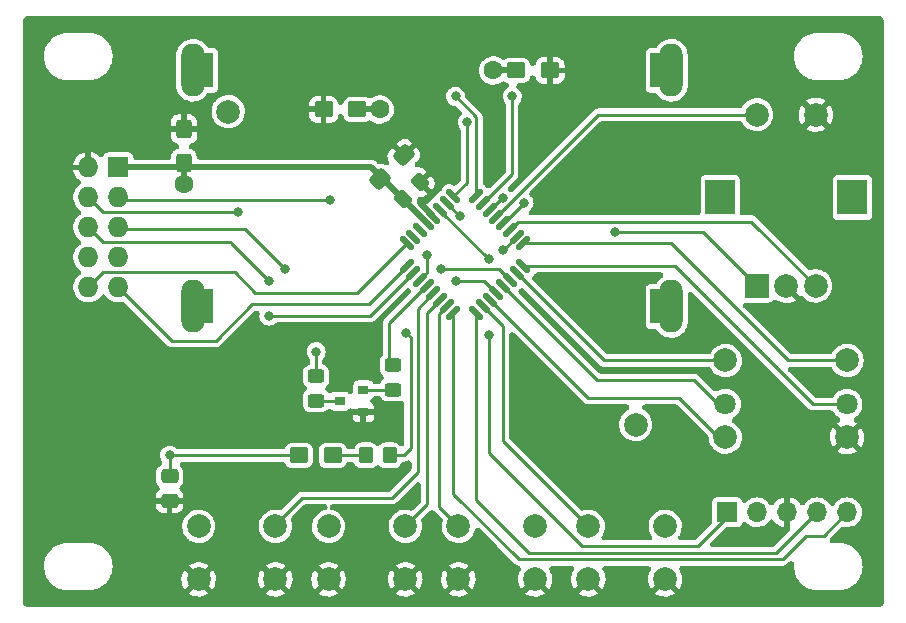
<source format=gbr>
%TF.GenerationSoftware,KiCad,Pcbnew,5.99.0-unknown-71ab42e60~106~ubuntu18.04.1*%
%TF.CreationDate,2021-01-06T07:49:34+01:00*%
%TF.ProjectId,tosta,746f7374-612e-46b6-9963-61645f706362,A*%
%TF.SameCoordinates,Original*%
%TF.FileFunction,Copper,L2,Bot*%
%TF.FilePolarity,Positive*%
%FSLAX46Y46*%
G04 Gerber Fmt 4.6, Leading zero omitted, Abs format (unit mm)*
G04 Created by KiCad (PCBNEW 5.99.0-unknown-71ab42e60~106~ubuntu18.04.1) date 2021-01-06 07:49:34*
%MOMM*%
%LPD*%
G01*
G04 APERTURE LIST*
G04 Aperture macros list*
%AMRoundRect*
0 Rectangle with rounded corners*
0 $1 Rounding radius*
0 $2 $3 $4 $5 $6 $7 $8 $9 X,Y pos of 4 corners*
0 Add a 4 corners polygon primitive as box body*
4,1,4,$2,$3,$4,$5,$6,$7,$8,$9,$2,$3,0*
0 Add four circle primitives for the rounded corners*
1,1,$1+$1,$2,$3,0*
1,1,$1+$1,$4,$5,0*
1,1,$1+$1,$6,$7,0*
1,1,$1+$1,$8,$9,0*
0 Add four rect primitives between the rounded corners*
20,1,$1+$1,$2,$3,$4,$5,0*
20,1,$1+$1,$4,$5,$6,$7,0*
20,1,$1+$1,$6,$7,$8,$9,0*
20,1,$1+$1,$8,$9,$2,$3,0*%
G04 Aperture macros list end*
%TA.AperFunction,ComponentPad*%
%ADD10O,2.000000X4.500000*%
%TD*%
%TA.AperFunction,SMDPad,CuDef*%
%ADD11R,1.000000X3.000000*%
%TD*%
%TA.AperFunction,ComponentPad*%
%ADD12C,2.000000*%
%TD*%
%TA.AperFunction,ComponentPad*%
%ADD13R,2.000000X2.000000*%
%TD*%
%TA.AperFunction,ComponentPad*%
%ADD14R,2.500000X3.000000*%
%TD*%
%TA.AperFunction,ComponentPad*%
%ADD15C,1.800000*%
%TD*%
%TA.AperFunction,SMDPad,CuDef*%
%ADD16RoundRect,0.125000X-0.530330X0.353553X0.353553X-0.530330X0.530330X-0.353553X-0.353553X0.530330X0*%
%TD*%
%TA.AperFunction,SMDPad,CuDef*%
%ADD17RoundRect,0.125000X-0.530330X-0.353553X-0.353553X-0.530330X0.530330X0.353553X0.353553X0.530330X0*%
%TD*%
%TA.AperFunction,SMDPad,CuDef*%
%ADD18R,0.900000X0.800000*%
%TD*%
%TA.AperFunction,SMDPad,CuDef*%
%ADD19RoundRect,0.250000X0.425000X-0.537500X0.425000X0.537500X-0.425000X0.537500X-0.425000X-0.537500X0*%
%TD*%
%TA.AperFunction,SMDPad,CuDef*%
%ADD20RoundRect,0.250000X0.537500X0.425000X-0.537500X0.425000X-0.537500X-0.425000X0.537500X-0.425000X0*%
%TD*%
%TA.AperFunction,SMDPad,CuDef*%
%ADD21RoundRect,0.250000X-0.450000X0.325000X-0.450000X-0.325000X0.450000X-0.325000X0.450000X0.325000X0*%
%TD*%
%TA.AperFunction,ComponentPad*%
%ADD22R,1.727200X1.727200*%
%TD*%
%TA.AperFunction,ComponentPad*%
%ADD23O,1.727200X1.727200*%
%TD*%
%TA.AperFunction,SMDPad,CuDef*%
%ADD24RoundRect,0.250000X-0.537500X-0.425000X0.537500X-0.425000X0.537500X0.425000X-0.537500X0.425000X0*%
%TD*%
%TA.AperFunction,ComponentPad*%
%ADD25R,1.700000X1.700000*%
%TD*%
%TA.AperFunction,ComponentPad*%
%ADD26O,1.700000X1.700000*%
%TD*%
%TA.AperFunction,SMDPad,CuDef*%
%ADD27RoundRect,0.250000X0.088388X-0.548008X0.548008X-0.088388X-0.088388X0.548008X-0.548008X0.088388X0*%
%TD*%
%TA.AperFunction,SMDPad,CuDef*%
%ADD28RoundRect,0.250000X0.350000X0.450000X-0.350000X0.450000X-0.350000X-0.450000X0.350000X-0.450000X0*%
%TD*%
%TA.AperFunction,SMDPad,CuDef*%
%ADD29RoundRect,0.250000X-0.079550X-0.680590X0.680590X0.079550X0.079550X0.680590X-0.680590X-0.079550X0*%
%TD*%
%TA.AperFunction,SMDPad,CuDef*%
%ADD30RoundRect,0.250000X-0.475000X0.337500X-0.475000X-0.337500X0.475000X-0.337500X0.475000X0.337500X0*%
%TD*%
%TA.AperFunction,ViaPad*%
%ADD31C,1.600000*%
%TD*%
%TA.AperFunction,ViaPad*%
%ADD32C,0.800000*%
%TD*%
%TA.AperFunction,Conductor*%
%ADD33C,0.500000*%
%TD*%
%TA.AperFunction,Conductor*%
%ADD34C,0.250000*%
%TD*%
G04 APERTURE END LIST*
D10*
X102723864Y-72440000D03*
D11*
X63473864Y-72440000D03*
D10*
X62223864Y-52440000D03*
X102723864Y-52440000D03*
D11*
X101473864Y-52440000D03*
D12*
X65223864Y-55940000D03*
D10*
X62223864Y-72440000D03*
D11*
X101473864Y-72440000D03*
D12*
X99723864Y-82440000D03*
D11*
X63473864Y-52440000D03*
D12*
X69223864Y-91050000D03*
X62723864Y-91050000D03*
X69223864Y-95550000D03*
X62723864Y-95550000D03*
X91223864Y-91050000D03*
X84723864Y-91050000D03*
X91223864Y-95550000D03*
X84723864Y-95550000D03*
X102223864Y-91050000D03*
X95723864Y-91050000D03*
X102223864Y-95550000D03*
X95723864Y-95550000D03*
X80223864Y-91050000D03*
X73723864Y-91050000D03*
X80223864Y-95550000D03*
X73723864Y-95550000D03*
D13*
X109973864Y-70702102D03*
D12*
X114973864Y-70702102D03*
X112473864Y-70702102D03*
D14*
X106873864Y-63202102D03*
X118073864Y-63202102D03*
D12*
X109973864Y-56202102D03*
X114973864Y-56202102D03*
X107323864Y-77010000D03*
D15*
X107323864Y-80710000D03*
D12*
X117623864Y-77010000D03*
X107323864Y-83510000D03*
D15*
X117623864Y-80710000D03*
D12*
X117623864Y-83510000D03*
D16*
X80341794Y-67087728D03*
X80907480Y-66522043D03*
X81473165Y-65956357D03*
X82038850Y-65390672D03*
X82604536Y-64824986D03*
X83170221Y-64259301D03*
X83735907Y-63693616D03*
X84301592Y-63127930D03*
D17*
X86246136Y-63127930D03*
X86811821Y-63693616D03*
X87377507Y-64259301D03*
X87943192Y-64824986D03*
X88508878Y-65390672D03*
X89074563Y-65956357D03*
X89640248Y-66522043D03*
X90205934Y-67087728D03*
D16*
X90205934Y-69032272D03*
X89640248Y-69597957D03*
X89074563Y-70163643D03*
X88508878Y-70729328D03*
X87943192Y-71295014D03*
X87377507Y-71860699D03*
X86811821Y-72426384D03*
X86246136Y-72992070D03*
D17*
X84301592Y-72992070D03*
X83735907Y-72426384D03*
X83170221Y-71860699D03*
X82604536Y-71295014D03*
X82038850Y-70729328D03*
X81473165Y-70163643D03*
X80907480Y-69597957D03*
X80341794Y-69032272D03*
D18*
X76673864Y-79510000D03*
X76673864Y-81410000D03*
X74673864Y-80460000D03*
D19*
X61473864Y-60297500D03*
X61473864Y-57422500D03*
D20*
X76174734Y-55760000D03*
X73299734Y-55760000D03*
D21*
X79169952Y-77435000D03*
X79169952Y-79485000D03*
D22*
X55924864Y-60672500D03*
D23*
X53384864Y-60672500D03*
X55924864Y-63212500D03*
X53384864Y-63212500D03*
X55924864Y-65752500D03*
X53384864Y-65752500D03*
X55924864Y-68292500D03*
X53384864Y-68292500D03*
X55924864Y-70832500D03*
X53384864Y-70832500D03*
D21*
X72673864Y-78360000D03*
X72673864Y-80410000D03*
D20*
X74073864Y-85060000D03*
X71198864Y-85060000D03*
D24*
X89594183Y-52460000D03*
X92469183Y-52460000D03*
D25*
X107473864Y-89860000D03*
D26*
X110013864Y-89860000D03*
X112553864Y-89860000D03*
X115093864Y-89860000D03*
X117633864Y-89860000D03*
D27*
X80004992Y-63355177D03*
X81454560Y-61905609D03*
D28*
X78890137Y-85060000D03*
X76890137Y-85060000D03*
D29*
X78057398Y-61676466D03*
X80090330Y-59643534D03*
D30*
X60260000Y-86820000D03*
X60260000Y-88895000D03*
D31*
X80050000Y-55760000D03*
X60273864Y-79660000D03*
D32*
X60273864Y-85060000D03*
D31*
X61473864Y-62060000D03*
X87673864Y-52460000D03*
D32*
X72673864Y-76260000D03*
X84873864Y-64760000D03*
X97973864Y-66160000D03*
D31*
X78060000Y-55760000D03*
D32*
X88473864Y-63260000D03*
X84473864Y-54660000D03*
X85473864Y-56860000D03*
X90273864Y-63660000D03*
X89273864Y-54660000D03*
X88473864Y-67660000D03*
X80273864Y-74660000D03*
X84473864Y-70260000D03*
X68673864Y-70260000D03*
X83273864Y-69260000D03*
X70073864Y-69260000D03*
X68673864Y-73260000D03*
X66073864Y-64460000D03*
X82073864Y-68060000D03*
X73873865Y-63459999D03*
X87273864Y-68460000D03*
X87273864Y-74860000D03*
D33*
X82604536Y-64824986D02*
X82604536Y-64790672D01*
X82604536Y-64790672D02*
X81473864Y-63660000D01*
D34*
X71198864Y-85060000D02*
X60208528Y-85060000D01*
X60260000Y-85073864D02*
X60273864Y-85060000D01*
X60260000Y-86820000D02*
X60260000Y-85073864D01*
D33*
X61473864Y-60297500D02*
X61473864Y-62060000D01*
X82038850Y-65390672D02*
X77308178Y-60660000D01*
X55924864Y-60672500D02*
X61098864Y-60672500D01*
X87673864Y-52460000D02*
X89594183Y-52460000D01*
X61836364Y-60660000D02*
X77308178Y-60660000D01*
D34*
X72673864Y-78360000D02*
X72673864Y-76260000D01*
X97973864Y-66160000D02*
X105431762Y-66160000D01*
X105431762Y-66160000D02*
X109973864Y-70702102D01*
X84873864Y-64760000D02*
X84802291Y-64760000D01*
X84802291Y-64760000D02*
X83735907Y-63693616D01*
X109531762Y-65260000D02*
X114973864Y-70702102D01*
X89074563Y-65956357D02*
X89770920Y-65260000D01*
X89770920Y-65260000D02*
X109531762Y-65260000D01*
X96566076Y-56202102D02*
X109973864Y-56202102D01*
X87943192Y-64824986D02*
X96566076Y-56202102D01*
D33*
X78060000Y-55760000D02*
X76174734Y-55760000D01*
D34*
X67473864Y-71260000D02*
X76169522Y-71260000D01*
X53384864Y-70832500D02*
X54657364Y-69560000D01*
X54657364Y-69560000D02*
X65773864Y-69560000D01*
X76169522Y-71260000D02*
X80341794Y-67087728D01*
X65773864Y-69560000D02*
X67473864Y-71260000D01*
X76673864Y-79510000D02*
X79248864Y-79510000D01*
X81273864Y-72625686D02*
X81273864Y-86460000D01*
X82604536Y-71295014D02*
X81273864Y-72625686D01*
X81273864Y-86460000D02*
X79073864Y-88660000D01*
X79073864Y-88660000D02*
X71473864Y-88660000D01*
X71473864Y-88660000D02*
X69223864Y-90910000D01*
X82073864Y-72957056D02*
X82073864Y-89200000D01*
X82073864Y-89200000D02*
X80223864Y-91050000D01*
X83170221Y-71860699D02*
X82073864Y-72957056D01*
X83073864Y-73088427D02*
X83073864Y-89400000D01*
X83735907Y-72426384D02*
X83073864Y-73088427D01*
X83073864Y-89400000D02*
X84723864Y-91050000D01*
X86811821Y-72426384D02*
X88473864Y-74088427D01*
X88473864Y-83800000D02*
X95473864Y-90800000D01*
X88473864Y-74088427D02*
X88473864Y-83800000D01*
X88376808Y-63260000D02*
X87377507Y-64259301D01*
X88473864Y-63260000D02*
X88376808Y-63260000D01*
X84473864Y-54660000D02*
X86246136Y-56432272D01*
X86246136Y-56432272D02*
X86246136Y-63127930D01*
X85473864Y-61955658D02*
X84301592Y-63127930D01*
X85473864Y-56860000D02*
X85473864Y-61955658D01*
X88543192Y-65390672D02*
X90273864Y-63660000D01*
X89273864Y-61260000D02*
X86840248Y-63693616D01*
X89273864Y-61260000D02*
X89273864Y-54660000D01*
X72673864Y-80410000D02*
X74623864Y-80410000D01*
X114723864Y-80710000D02*
X103046136Y-69032272D01*
X103046136Y-69032272D02*
X90205934Y-69032272D01*
X117623864Y-80710000D02*
X114723864Y-80710000D01*
X96439550Y-78660000D02*
X88508878Y-70729328D01*
X107073864Y-80460000D02*
X106473864Y-80460000D01*
X106473864Y-80460000D02*
X104673864Y-78660000D01*
X104673864Y-78660000D02*
X96439550Y-78660000D01*
X97052291Y-77010000D02*
X89640248Y-69597957D01*
X107323864Y-77010000D02*
X97052291Y-77010000D01*
X117623864Y-77010000D02*
X112623864Y-77010000D01*
X102701592Y-67087728D02*
X90205934Y-67087728D01*
X112623864Y-77010000D02*
X102701592Y-67087728D01*
X95725336Y-80208528D02*
X103422392Y-80208528D01*
X87377507Y-71860699D02*
X95725336Y-80208528D01*
X103422392Y-80208528D02*
X106723864Y-83510000D01*
X78873864Y-77138912D02*
X78873864Y-73860000D01*
X82004536Y-70729328D02*
X82038850Y-70729328D01*
X78873864Y-73860000D02*
X82004536Y-70729328D01*
X77114066Y-72260000D02*
X80341794Y-69032272D01*
X64173864Y-75360000D02*
X67273864Y-72260000D01*
X60452364Y-75360000D02*
X64173864Y-75360000D01*
X67273864Y-72260000D02*
X77114066Y-72260000D01*
X55924864Y-70832500D02*
X60452364Y-75360000D01*
X80073864Y-85060000D02*
X78890137Y-85060000D01*
X88473864Y-67660000D02*
X88502291Y-67660000D01*
X80673864Y-84460000D02*
X80073864Y-85060000D01*
X80673864Y-75060000D02*
X80273864Y-74660000D01*
X80673864Y-75060000D02*
X80673864Y-84460000D01*
X88502291Y-67660000D02*
X89640248Y-66522043D01*
X65423864Y-67010000D02*
X54642364Y-67010000D01*
X65473864Y-67060000D02*
X65423864Y-67010000D01*
X54642364Y-67010000D02*
X53384864Y-65752500D01*
X86908178Y-70260000D02*
X84473864Y-70260000D01*
X87943192Y-71295014D02*
X86908178Y-70260000D01*
X65473864Y-67060000D02*
X68673864Y-70260000D01*
X66673864Y-65860000D02*
X70073864Y-69260000D01*
X88170920Y-69260000D02*
X83273864Y-69260000D01*
X89074563Y-70163643D02*
X88170920Y-69260000D01*
X56073864Y-65860000D02*
X66673864Y-65860000D01*
X66073864Y-64460000D02*
X54632364Y-64460000D01*
X54632364Y-64460000D02*
X53384864Y-63212500D01*
X68673864Y-73260000D02*
X77245437Y-73260000D01*
X80907480Y-69597957D02*
X77245437Y-73260000D01*
X81473165Y-70163643D02*
X82073864Y-69562944D01*
X73873865Y-63459999D02*
X56172363Y-63459999D01*
X82073864Y-69562944D02*
X82073864Y-68060000D01*
X89873864Y-93860000D02*
X112160000Y-93860000D01*
X112160000Y-93860000D02*
X114160000Y-91860000D01*
X114160000Y-91860000D02*
X115633864Y-91860000D01*
X115633864Y-91860000D02*
X117633864Y-89860000D01*
X84301592Y-88287728D02*
X89873864Y-93860000D01*
X84301592Y-72992070D02*
X84301592Y-88287728D01*
X90733864Y-93320000D02*
X111600000Y-93320000D01*
X111600000Y-93320000D02*
X114775000Y-90145000D01*
X86246136Y-72992070D02*
X86246136Y-88832272D01*
X86246136Y-88832272D02*
X90733864Y-93320000D01*
X83170221Y-64356357D02*
X87273864Y-68460000D01*
X87273864Y-84810501D02*
X95223363Y-92760000D01*
X95223363Y-92760000D02*
X104973864Y-92760000D01*
X104973864Y-92760000D02*
X107473864Y-90260000D01*
X87273864Y-74860000D02*
X87273864Y-84810501D01*
X76890137Y-85060000D02*
X74073864Y-85060000D01*
%TA.AperFunction,Conductor*%
G36*
X120512148Y-47878954D02*
G01*
X120592930Y-47932930D01*
X120647070Y-47987070D01*
X120701046Y-48067852D01*
X120720000Y-48163140D01*
X120720000Y-97556860D01*
X120701046Y-97652148D01*
X120647070Y-97732930D01*
X120592930Y-97787070D01*
X120512148Y-97841046D01*
X120416860Y-97860000D01*
X48163140Y-97860000D01*
X48067852Y-97841046D01*
X47987070Y-97787070D01*
X47932930Y-97732930D01*
X47878954Y-97652148D01*
X47860000Y-97556860D01*
X47860000Y-96740161D01*
X61893010Y-96740161D01*
X61897122Y-96746314D01*
X61898129Y-96747020D01*
X62086354Y-96857009D01*
X62104728Y-96865812D01*
X62308383Y-96943581D01*
X62327950Y-96949265D01*
X62541573Y-96992728D01*
X62561795Y-96995139D01*
X62779654Y-97003128D01*
X62800003Y-97002204D01*
X63016241Y-96974503D01*
X63036163Y-96970269D01*
X63244971Y-96907623D01*
X63263938Y-96900190D01*
X63459710Y-96804282D01*
X63477205Y-96793853D01*
X63537181Y-96751072D01*
X63547445Y-96740161D01*
X68393010Y-96740161D01*
X68397122Y-96746314D01*
X68398129Y-96747020D01*
X68586354Y-96857009D01*
X68604728Y-96865812D01*
X68808383Y-96943581D01*
X68827950Y-96949265D01*
X69041573Y-96992728D01*
X69061795Y-96995139D01*
X69279654Y-97003128D01*
X69300003Y-97002204D01*
X69516241Y-96974503D01*
X69536163Y-96970269D01*
X69744971Y-96907623D01*
X69763938Y-96900190D01*
X69959710Y-96804282D01*
X69977205Y-96793853D01*
X70037181Y-96751072D01*
X70047445Y-96740161D01*
X72893010Y-96740161D01*
X72897122Y-96746314D01*
X72898129Y-96747020D01*
X73086354Y-96857009D01*
X73104728Y-96865812D01*
X73308383Y-96943581D01*
X73327950Y-96949265D01*
X73541573Y-96992728D01*
X73561795Y-96995139D01*
X73779654Y-97003128D01*
X73800003Y-97002204D01*
X74016241Y-96974503D01*
X74036163Y-96970269D01*
X74244971Y-96907623D01*
X74263938Y-96900190D01*
X74459710Y-96804282D01*
X74477205Y-96793853D01*
X74537181Y-96751072D01*
X74547445Y-96740161D01*
X79393010Y-96740161D01*
X79397122Y-96746314D01*
X79398129Y-96747020D01*
X79586354Y-96857009D01*
X79604728Y-96865812D01*
X79808383Y-96943581D01*
X79827950Y-96949265D01*
X80041573Y-96992728D01*
X80061795Y-96995139D01*
X80279654Y-97003128D01*
X80300003Y-97002204D01*
X80516241Y-96974503D01*
X80536163Y-96970269D01*
X80744971Y-96907623D01*
X80763938Y-96900190D01*
X80959710Y-96804282D01*
X80977205Y-96793853D01*
X81037181Y-96751072D01*
X81047445Y-96740161D01*
X83893010Y-96740161D01*
X83897122Y-96746314D01*
X83898129Y-96747020D01*
X84086354Y-96857009D01*
X84104728Y-96865812D01*
X84308383Y-96943581D01*
X84327950Y-96949265D01*
X84541573Y-96992728D01*
X84561795Y-96995139D01*
X84779654Y-97003128D01*
X84800003Y-97002204D01*
X85016241Y-96974503D01*
X85036163Y-96970269D01*
X85244971Y-96907623D01*
X85263938Y-96900190D01*
X85459710Y-96804282D01*
X85477205Y-96793853D01*
X85537181Y-96751072D01*
X85547445Y-96740161D01*
X90393010Y-96740161D01*
X90397122Y-96746314D01*
X90398129Y-96747020D01*
X90586354Y-96857009D01*
X90604728Y-96865812D01*
X90808383Y-96943581D01*
X90827950Y-96949265D01*
X91041573Y-96992728D01*
X91061795Y-96995139D01*
X91279654Y-97003128D01*
X91300003Y-97002204D01*
X91516241Y-96974503D01*
X91536163Y-96970269D01*
X91744971Y-96907623D01*
X91763938Y-96900190D01*
X91959710Y-96804282D01*
X91977205Y-96793853D01*
X92037181Y-96751072D01*
X92047445Y-96740161D01*
X94893010Y-96740161D01*
X94897122Y-96746314D01*
X94898129Y-96747020D01*
X95086354Y-96857009D01*
X95104728Y-96865812D01*
X95308383Y-96943581D01*
X95327950Y-96949265D01*
X95541573Y-96992728D01*
X95561795Y-96995139D01*
X95779654Y-97003128D01*
X95800003Y-97002204D01*
X96016241Y-96974503D01*
X96036163Y-96970269D01*
X96244971Y-96907623D01*
X96263938Y-96900190D01*
X96459710Y-96804282D01*
X96477205Y-96793853D01*
X96537181Y-96751072D01*
X96547445Y-96740161D01*
X101393010Y-96740161D01*
X101397122Y-96746314D01*
X101398129Y-96747020D01*
X101586354Y-96857009D01*
X101604728Y-96865812D01*
X101808383Y-96943581D01*
X101827950Y-96949265D01*
X102041573Y-96992728D01*
X102061795Y-96995139D01*
X102279654Y-97003128D01*
X102300003Y-97002204D01*
X102516241Y-96974503D01*
X102536163Y-96970269D01*
X102744971Y-96907623D01*
X102763938Y-96900190D01*
X102959710Y-96804282D01*
X102977205Y-96793853D01*
X103037181Y-96751072D01*
X103051469Y-96735884D01*
X103047596Y-96727285D01*
X102241205Y-95920894D01*
X102223864Y-95909307D01*
X102206523Y-95920894D01*
X101404597Y-96722820D01*
X101393010Y-96740161D01*
X96547445Y-96740161D01*
X96551469Y-96735884D01*
X96547596Y-96727285D01*
X95741205Y-95920894D01*
X95723864Y-95909307D01*
X95706523Y-95920894D01*
X94904597Y-96722820D01*
X94893010Y-96740161D01*
X92047445Y-96740161D01*
X92051469Y-96735884D01*
X92047596Y-96727285D01*
X91241205Y-95920894D01*
X91223864Y-95909307D01*
X91206523Y-95920894D01*
X90404597Y-96722820D01*
X90393010Y-96740161D01*
X85547445Y-96740161D01*
X85551469Y-96735884D01*
X85547596Y-96727285D01*
X84741205Y-95920894D01*
X84723864Y-95909307D01*
X84706523Y-95920894D01*
X83904597Y-96722820D01*
X83893010Y-96740161D01*
X81047445Y-96740161D01*
X81051469Y-96735884D01*
X81047596Y-96727285D01*
X80241205Y-95920894D01*
X80223864Y-95909307D01*
X80206523Y-95920894D01*
X79404597Y-96722820D01*
X79393010Y-96740161D01*
X74547445Y-96740161D01*
X74551469Y-96735884D01*
X74547596Y-96727285D01*
X73741205Y-95920894D01*
X73723864Y-95909307D01*
X73706523Y-95920894D01*
X72904597Y-96722820D01*
X72893010Y-96740161D01*
X70047445Y-96740161D01*
X70051469Y-96735884D01*
X70047596Y-96727285D01*
X69241205Y-95920894D01*
X69223864Y-95909307D01*
X69206523Y-95920894D01*
X68404597Y-96722820D01*
X68393010Y-96740161D01*
X63547445Y-96740161D01*
X63551469Y-96735884D01*
X63547596Y-96727285D01*
X62741205Y-95920894D01*
X62723864Y-95909307D01*
X62706523Y-95920894D01*
X61904597Y-96722820D01*
X61893010Y-96740161D01*
X47860000Y-96740161D01*
X47860000Y-94418499D01*
X49634747Y-94418499D01*
X49650314Y-94701356D01*
X49652030Y-94709984D01*
X49652031Y-94709990D01*
X49680648Y-94853856D01*
X49705580Y-94979197D01*
X49799443Y-95246480D01*
X49833259Y-95311578D01*
X49925972Y-95490060D01*
X49925975Y-95490066D01*
X49930030Y-95497871D01*
X49935149Y-95505034D01*
X49935150Y-95505036D01*
X50089616Y-95721190D01*
X50089620Y-95721195D01*
X50094736Y-95728354D01*
X50140437Y-95776261D01*
X50284188Y-95926952D01*
X50284193Y-95926957D01*
X50290273Y-95933330D01*
X50297194Y-95938786D01*
X50297195Y-95938787D01*
X50505823Y-96103256D01*
X50505827Y-96103259D01*
X50512742Y-96108710D01*
X50520355Y-96113132D01*
X50520358Y-96113134D01*
X50572293Y-96143300D01*
X50757702Y-96250994D01*
X50765864Y-96254300D01*
X51012103Y-96354038D01*
X51012108Y-96354040D01*
X51020266Y-96357344D01*
X51055000Y-96365972D01*
X51286656Y-96423516D01*
X51286661Y-96423517D01*
X51295196Y-96425637D01*
X51303951Y-96426534D01*
X51531548Y-96449853D01*
X51531556Y-96449853D01*
X51537867Y-96450500D01*
X53510616Y-96450500D01*
X53514991Y-96450190D01*
X53514997Y-96450190D01*
X53575818Y-96445883D01*
X53722577Y-96435492D01*
X53999517Y-96375869D01*
X54265292Y-96277819D01*
X54514601Y-96143300D01*
X54521673Y-96138077D01*
X54521677Y-96138074D01*
X54735394Y-95980219D01*
X54742468Y-95974994D01*
X54779249Y-95938787D01*
X54938068Y-95782443D01*
X54944348Y-95776261D01*
X55116212Y-95551065D01*
X55131000Y-95524658D01*
X61269887Y-95524658D01*
X61282435Y-95742290D01*
X61285272Y-95762472D01*
X61333197Y-95975134D01*
X61339289Y-95994574D01*
X61421306Y-96196555D01*
X61430493Y-96214743D01*
X61522195Y-96364387D01*
X61536355Y-96379705D01*
X61541932Y-96377647D01*
X61545390Y-96374921D01*
X62352970Y-95567341D01*
X62364557Y-95550000D01*
X63083171Y-95550000D01*
X63094758Y-95567341D01*
X63893389Y-96365972D01*
X63910730Y-96377559D01*
X63918684Y-96372244D01*
X63965084Y-96307671D01*
X63975567Y-96290225D01*
X64072163Y-96094779D01*
X64079658Y-96075849D01*
X64143034Y-95867254D01*
X64147338Y-95847347D01*
X64176263Y-95627637D01*
X64177289Y-95614461D01*
X64178702Y-95556626D01*
X64178321Y-95543395D01*
X64176781Y-95524658D01*
X67769887Y-95524658D01*
X67782435Y-95742290D01*
X67785272Y-95762472D01*
X67833197Y-95975134D01*
X67839289Y-95994574D01*
X67921306Y-96196555D01*
X67930493Y-96214743D01*
X68022195Y-96364387D01*
X68036355Y-96379705D01*
X68041932Y-96377647D01*
X68045390Y-96374921D01*
X68852970Y-95567341D01*
X68864557Y-95550000D01*
X69583171Y-95550000D01*
X69594758Y-95567341D01*
X70393389Y-96365972D01*
X70410730Y-96377559D01*
X70418684Y-96372244D01*
X70465084Y-96307671D01*
X70475567Y-96290225D01*
X70572163Y-96094779D01*
X70579658Y-96075849D01*
X70643034Y-95867254D01*
X70647338Y-95847347D01*
X70676263Y-95627637D01*
X70677289Y-95614461D01*
X70678702Y-95556626D01*
X70678321Y-95543395D01*
X70676781Y-95524658D01*
X72269887Y-95524658D01*
X72282435Y-95742290D01*
X72285272Y-95762472D01*
X72333197Y-95975134D01*
X72339289Y-95994574D01*
X72421306Y-96196555D01*
X72430493Y-96214743D01*
X72522195Y-96364387D01*
X72536355Y-96379705D01*
X72541932Y-96377647D01*
X72545390Y-96374921D01*
X73352970Y-95567341D01*
X73364557Y-95550000D01*
X74083171Y-95550000D01*
X74094758Y-95567341D01*
X74893389Y-96365972D01*
X74910730Y-96377559D01*
X74918684Y-96372244D01*
X74965084Y-96307671D01*
X74975567Y-96290225D01*
X75072163Y-96094779D01*
X75079658Y-96075849D01*
X75143034Y-95867254D01*
X75147338Y-95847347D01*
X75176263Y-95627637D01*
X75177289Y-95614461D01*
X75178702Y-95556626D01*
X75178321Y-95543395D01*
X75176781Y-95524658D01*
X78769887Y-95524658D01*
X78782435Y-95742290D01*
X78785272Y-95762472D01*
X78833197Y-95975134D01*
X78839289Y-95994574D01*
X78921306Y-96196555D01*
X78930493Y-96214743D01*
X79022195Y-96364387D01*
X79036355Y-96379705D01*
X79041932Y-96377647D01*
X79045390Y-96374921D01*
X79852970Y-95567341D01*
X79864557Y-95550000D01*
X80583171Y-95550000D01*
X80594758Y-95567341D01*
X81393389Y-96365972D01*
X81410730Y-96377559D01*
X81418684Y-96372244D01*
X81465084Y-96307671D01*
X81475567Y-96290225D01*
X81572163Y-96094779D01*
X81579658Y-96075849D01*
X81643034Y-95867254D01*
X81647338Y-95847347D01*
X81676263Y-95627637D01*
X81677289Y-95614461D01*
X81678702Y-95556626D01*
X81678321Y-95543395D01*
X81676781Y-95524658D01*
X83269887Y-95524658D01*
X83282435Y-95742290D01*
X83285272Y-95762472D01*
X83333197Y-95975134D01*
X83339289Y-95994574D01*
X83421306Y-96196555D01*
X83430493Y-96214743D01*
X83522195Y-96364387D01*
X83536355Y-96379705D01*
X83541932Y-96377647D01*
X83545390Y-96374921D01*
X84352970Y-95567341D01*
X84364557Y-95550000D01*
X85083171Y-95550000D01*
X85094758Y-95567341D01*
X85893389Y-96365972D01*
X85910730Y-96377559D01*
X85918684Y-96372244D01*
X85965084Y-96307671D01*
X85975567Y-96290225D01*
X86072163Y-96094779D01*
X86079658Y-96075849D01*
X86143034Y-95867254D01*
X86147338Y-95847347D01*
X86176263Y-95627637D01*
X86177289Y-95614461D01*
X86178702Y-95556626D01*
X86178321Y-95543395D01*
X86160163Y-95322545D01*
X86156836Y-95302446D01*
X86103729Y-95091016D01*
X86097165Y-95071733D01*
X86010237Y-94871812D01*
X86000608Y-94853856D01*
X85924744Y-94736587D01*
X85910216Y-94721622D01*
X85903240Y-94724391D01*
X85902123Y-94725294D01*
X85094758Y-95532659D01*
X85083171Y-95550000D01*
X84364557Y-95550000D01*
X84352970Y-95532659D01*
X83554306Y-94733995D01*
X83536965Y-94722408D01*
X83529752Y-94727228D01*
X83464508Y-94822873D01*
X83454447Y-94840583D01*
X83362656Y-95038329D01*
X83355628Y-95057430D01*
X83297367Y-95267511D01*
X83293550Y-95287525D01*
X83270384Y-95504285D01*
X83269887Y-95524658D01*
X81676781Y-95524658D01*
X81660163Y-95322545D01*
X81656836Y-95302446D01*
X81603729Y-95091016D01*
X81597165Y-95071733D01*
X81510237Y-94871812D01*
X81500608Y-94853856D01*
X81424744Y-94736587D01*
X81410216Y-94721622D01*
X81403240Y-94724391D01*
X81402123Y-94725294D01*
X80594758Y-95532659D01*
X80583171Y-95550000D01*
X79864557Y-95550000D01*
X79852970Y-95532659D01*
X79054306Y-94733995D01*
X79036965Y-94722408D01*
X79029752Y-94727228D01*
X78964508Y-94822873D01*
X78954447Y-94840583D01*
X78862656Y-95038329D01*
X78855628Y-95057430D01*
X78797367Y-95267511D01*
X78793550Y-95287525D01*
X78770384Y-95504285D01*
X78769887Y-95524658D01*
X75176781Y-95524658D01*
X75160163Y-95322545D01*
X75156836Y-95302446D01*
X75103729Y-95091016D01*
X75097165Y-95071733D01*
X75010237Y-94871812D01*
X75000608Y-94853856D01*
X74924744Y-94736587D01*
X74910216Y-94721622D01*
X74903240Y-94724391D01*
X74902123Y-94725294D01*
X74094758Y-95532659D01*
X74083171Y-95550000D01*
X73364557Y-95550000D01*
X73352970Y-95532659D01*
X72554306Y-94733995D01*
X72536965Y-94722408D01*
X72529752Y-94727228D01*
X72464508Y-94822873D01*
X72454447Y-94840583D01*
X72362656Y-95038329D01*
X72355628Y-95057430D01*
X72297367Y-95267511D01*
X72293550Y-95287525D01*
X72270384Y-95504285D01*
X72269887Y-95524658D01*
X70676781Y-95524658D01*
X70660163Y-95322545D01*
X70656836Y-95302446D01*
X70603729Y-95091016D01*
X70597165Y-95071733D01*
X70510237Y-94871812D01*
X70500608Y-94853856D01*
X70424744Y-94736587D01*
X70410216Y-94721622D01*
X70403240Y-94724391D01*
X70402123Y-94725294D01*
X69594758Y-95532659D01*
X69583171Y-95550000D01*
X68864557Y-95550000D01*
X68852970Y-95532659D01*
X68054306Y-94733995D01*
X68036965Y-94722408D01*
X68029752Y-94727228D01*
X67964508Y-94822873D01*
X67954447Y-94840583D01*
X67862656Y-95038329D01*
X67855628Y-95057430D01*
X67797367Y-95267511D01*
X67793550Y-95287525D01*
X67770384Y-95504285D01*
X67769887Y-95524658D01*
X64176781Y-95524658D01*
X64160163Y-95322545D01*
X64156836Y-95302446D01*
X64103729Y-95091016D01*
X64097165Y-95071733D01*
X64010237Y-94871812D01*
X64000608Y-94853856D01*
X63924744Y-94736587D01*
X63910216Y-94721622D01*
X63903240Y-94724391D01*
X63902123Y-94725294D01*
X63094758Y-95532659D01*
X63083171Y-95550000D01*
X62364557Y-95550000D01*
X62352970Y-95532659D01*
X61554306Y-94733995D01*
X61536965Y-94722408D01*
X61529752Y-94727228D01*
X61464508Y-94822873D01*
X61454447Y-94840583D01*
X61362656Y-95038329D01*
X61355628Y-95057430D01*
X61297367Y-95267511D01*
X61293550Y-95287525D01*
X61270384Y-95504285D01*
X61269887Y-95524658D01*
X55131000Y-95524658D01*
X55141990Y-95505036D01*
X55250331Y-95311578D01*
X55254631Y-95303900D01*
X55356843Y-95039698D01*
X55407100Y-94822873D01*
X55418822Y-94772303D01*
X55418823Y-94772298D01*
X55420809Y-94763729D01*
X55445253Y-94481501D01*
X55438758Y-94363480D01*
X61895783Y-94363480D01*
X61900297Y-94372880D01*
X62706523Y-95179106D01*
X62723864Y-95190693D01*
X62741205Y-95179106D01*
X63541412Y-94378899D01*
X63551714Y-94363480D01*
X68395783Y-94363480D01*
X68400297Y-94372880D01*
X69206523Y-95179106D01*
X69223864Y-95190693D01*
X69241205Y-95179106D01*
X70041412Y-94378899D01*
X70051714Y-94363480D01*
X72895783Y-94363480D01*
X72900297Y-94372880D01*
X73706523Y-95179106D01*
X73723864Y-95190693D01*
X73741205Y-95179106D01*
X74541412Y-94378899D01*
X74551714Y-94363480D01*
X79395783Y-94363480D01*
X79400297Y-94372880D01*
X80206523Y-95179106D01*
X80223864Y-95190693D01*
X80241205Y-95179106D01*
X81041412Y-94378899D01*
X81051714Y-94363480D01*
X83895783Y-94363480D01*
X83900297Y-94372880D01*
X84706523Y-95179106D01*
X84723864Y-95190693D01*
X84741205Y-95179106D01*
X85541412Y-94378899D01*
X85552999Y-94361558D01*
X85546570Y-94351937D01*
X85537069Y-94344433D01*
X85520100Y-94333160D01*
X85329245Y-94227802D01*
X85310676Y-94219456D01*
X85105173Y-94146684D01*
X85085472Y-94141479D01*
X84870855Y-94103250D01*
X84850570Y-94101332D01*
X84632594Y-94098669D01*
X84612262Y-94100091D01*
X84396767Y-94133066D01*
X84376960Y-94137785D01*
X84169753Y-94205511D01*
X84150958Y-94213411D01*
X83957590Y-94314072D01*
X83940360Y-94324923D01*
X83909701Y-94347942D01*
X83895783Y-94363480D01*
X81051714Y-94363480D01*
X81052999Y-94361558D01*
X81046570Y-94351937D01*
X81037069Y-94344433D01*
X81020100Y-94333160D01*
X80829245Y-94227802D01*
X80810676Y-94219456D01*
X80605173Y-94146684D01*
X80585472Y-94141479D01*
X80370855Y-94103250D01*
X80350570Y-94101332D01*
X80132594Y-94098669D01*
X80112262Y-94100091D01*
X79896767Y-94133066D01*
X79876960Y-94137785D01*
X79669753Y-94205511D01*
X79650958Y-94213411D01*
X79457590Y-94314072D01*
X79440360Y-94324923D01*
X79409701Y-94347942D01*
X79395783Y-94363480D01*
X74551714Y-94363480D01*
X74552999Y-94361558D01*
X74546570Y-94351937D01*
X74537069Y-94344433D01*
X74520100Y-94333160D01*
X74329245Y-94227802D01*
X74310676Y-94219456D01*
X74105173Y-94146684D01*
X74085472Y-94141479D01*
X73870855Y-94103250D01*
X73850570Y-94101332D01*
X73632594Y-94098669D01*
X73612262Y-94100091D01*
X73396767Y-94133066D01*
X73376960Y-94137785D01*
X73169753Y-94205511D01*
X73150958Y-94213411D01*
X72957590Y-94314072D01*
X72940360Y-94324923D01*
X72909701Y-94347942D01*
X72895783Y-94363480D01*
X70051714Y-94363480D01*
X70052999Y-94361558D01*
X70046570Y-94351937D01*
X70037069Y-94344433D01*
X70020100Y-94333160D01*
X69829245Y-94227802D01*
X69810676Y-94219456D01*
X69605173Y-94146684D01*
X69585472Y-94141479D01*
X69370855Y-94103250D01*
X69350570Y-94101332D01*
X69132594Y-94098669D01*
X69112262Y-94100091D01*
X68896767Y-94133066D01*
X68876960Y-94137785D01*
X68669753Y-94205511D01*
X68650958Y-94213411D01*
X68457590Y-94314072D01*
X68440360Y-94324923D01*
X68409701Y-94347942D01*
X68395783Y-94363480D01*
X63551714Y-94363480D01*
X63552999Y-94361558D01*
X63546570Y-94351937D01*
X63537069Y-94344433D01*
X63520100Y-94333160D01*
X63329245Y-94227802D01*
X63310676Y-94219456D01*
X63105173Y-94146684D01*
X63085472Y-94141479D01*
X62870855Y-94103250D01*
X62850570Y-94101332D01*
X62632594Y-94098669D01*
X62612262Y-94100091D01*
X62396767Y-94133066D01*
X62376960Y-94137785D01*
X62169753Y-94205511D01*
X62150958Y-94213411D01*
X61957590Y-94314072D01*
X61940360Y-94324923D01*
X61909701Y-94347942D01*
X61895783Y-94363480D01*
X55438758Y-94363480D01*
X55430985Y-94222250D01*
X55430170Y-94207435D01*
X55430170Y-94207432D01*
X55429686Y-94198644D01*
X55418316Y-94141479D01*
X55376137Y-93929434D01*
X55376136Y-93929431D01*
X55374420Y-93920803D01*
X55280557Y-93653520D01*
X55209037Y-93515839D01*
X55154028Y-93409940D01*
X55154025Y-93409934D01*
X55149970Y-93402129D01*
X55111957Y-93348935D01*
X54990384Y-93178810D01*
X54990380Y-93178805D01*
X54985264Y-93171646D01*
X54914803Y-93097784D01*
X54795812Y-92973048D01*
X54795807Y-92973043D01*
X54789727Y-92966670D01*
X54782805Y-92961213D01*
X54574177Y-92796744D01*
X54574173Y-92796741D01*
X54567258Y-92791290D01*
X54516705Y-92761926D01*
X54329911Y-92653428D01*
X54322298Y-92649006D01*
X54256071Y-92622181D01*
X54067897Y-92545962D01*
X54067892Y-92545960D01*
X54059734Y-92542656D01*
X53985157Y-92524131D01*
X53793344Y-92476484D01*
X53793339Y-92476483D01*
X53784804Y-92474363D01*
X53776049Y-92473466D01*
X53548452Y-92450147D01*
X53548444Y-92450147D01*
X53542133Y-92449500D01*
X51569384Y-92449500D01*
X51565009Y-92449810D01*
X51565003Y-92449810D01*
X51509120Y-92453767D01*
X51357423Y-92464508D01*
X51080483Y-92524131D01*
X50814708Y-92622181D01*
X50806961Y-92626361D01*
X50630507Y-92721570D01*
X50565399Y-92756700D01*
X50558327Y-92761923D01*
X50558323Y-92761926D01*
X50518568Y-92791290D01*
X50337532Y-92925006D01*
X50331265Y-92931175D01*
X50331263Y-92931177D01*
X50295208Y-92966670D01*
X50135652Y-93123739D01*
X49963788Y-93348935D01*
X49959492Y-93356605D01*
X49959490Y-93356609D01*
X49861423Y-93531721D01*
X49825369Y-93596100D01*
X49723157Y-93860302D01*
X49709134Y-93920803D01*
X49667907Y-94098669D01*
X49659191Y-94136271D01*
X49634747Y-94418499D01*
X47860000Y-94418499D01*
X47860000Y-91155383D01*
X61322320Y-91155383D01*
X61360113Y-91390021D01*
X61436900Y-91614938D01*
X61441937Y-91624196D01*
X61441938Y-91624198D01*
X61514191Y-91756995D01*
X61550485Y-91823701D01*
X61697621Y-92010341D01*
X61705457Y-92017409D01*
X61865283Y-92161570D01*
X61874100Y-92169523D01*
X61883006Y-92175164D01*
X62014611Y-92258522D01*
X62074876Y-92296694D01*
X62294209Y-92388218D01*
X62304487Y-92390582D01*
X62304489Y-92390582D01*
X62515558Y-92439117D01*
X62515562Y-92439118D01*
X62525827Y-92441478D01*
X62763108Y-92454952D01*
X62999266Y-92428254D01*
X63227550Y-92362147D01*
X63441432Y-92258522D01*
X63634797Y-92120342D01*
X63647858Y-92107167D01*
X63794682Y-91959055D01*
X63802115Y-91951557D01*
X63938602Y-91756995D01*
X64040357Y-91542216D01*
X64104469Y-91313364D01*
X64106475Y-91294124D01*
X64128499Y-91082799D01*
X64128499Y-91082794D01*
X64129105Y-91076982D01*
X64129364Y-91050000D01*
X64117260Y-90907348D01*
X64110162Y-90823695D01*
X64110161Y-90823690D01*
X64109270Y-90813188D01*
X64049563Y-90583148D01*
X63951951Y-90366456D01*
X63819224Y-90169308D01*
X63718028Y-90063228D01*
X63662461Y-90004979D01*
X63662457Y-90004976D01*
X63655176Y-89997343D01*
X63464500Y-89855476D01*
X63455104Y-89850699D01*
X63455101Y-89850697D01*
X63330219Y-89787204D01*
X63252647Y-89747764D01*
X63242583Y-89744639D01*
X63242578Y-89744637D01*
X63035750Y-89680415D01*
X63035746Y-89680414D01*
X63025675Y-89677287D01*
X62790072Y-89646060D01*
X62779545Y-89646455D01*
X62779541Y-89646455D01*
X62676787Y-89650313D01*
X62552577Y-89654976D01*
X62542260Y-89657141D01*
X62542258Y-89657141D01*
X62330300Y-89701614D01*
X62330295Y-89701615D01*
X62319979Y-89703780D01*
X62310172Y-89707653D01*
X62108735Y-89787204D01*
X62108731Y-89787206D01*
X62098929Y-89791077D01*
X62089923Y-89796542D01*
X62089917Y-89796545D01*
X61992803Y-89855476D01*
X61895749Y-89914370D01*
X61887785Y-89921281D01*
X61887782Y-89921283D01*
X61811844Y-89987178D01*
X61716246Y-90070134D01*
X61565555Y-90253916D01*
X61560345Y-90263069D01*
X61560342Y-90263073D01*
X61453198Y-90451298D01*
X61447983Y-90460460D01*
X61444386Y-90470370D01*
X61370489Y-90673950D01*
X61370487Y-90673956D01*
X61366892Y-90683861D01*
X61365016Y-90694238D01*
X61365015Y-90694240D01*
X61326479Y-90907348D01*
X61326478Y-90907354D01*
X61324602Y-90917731D01*
X61323850Y-90996010D01*
X61322697Y-91116164D01*
X61322320Y-91155383D01*
X47860000Y-91155383D01*
X47860000Y-89169526D01*
X59085000Y-89169526D01*
X59085000Y-89266319D01*
X59085900Y-89281258D01*
X59098547Y-89385769D01*
X59105654Y-89414702D01*
X59154921Y-89545083D01*
X59168728Y-89571493D01*
X59247671Y-89686356D01*
X59267378Y-89708709D01*
X59371438Y-89801422D01*
X59395914Y-89818434D01*
X59519088Y-89883651D01*
X59546906Y-89894329D01*
X59685572Y-89929160D01*
X59706408Y-89932404D01*
X59709424Y-89932499D01*
X59985473Y-89932499D01*
X60005931Y-89928430D01*
X60009999Y-89907973D01*
X60509999Y-89907973D01*
X60514068Y-89928431D01*
X60534526Y-89932500D01*
X60768819Y-89932500D01*
X60783758Y-89931600D01*
X60888269Y-89918953D01*
X60917202Y-89911846D01*
X61047583Y-89862579D01*
X61073993Y-89848772D01*
X61188856Y-89769829D01*
X61211209Y-89750122D01*
X61303925Y-89646059D01*
X61320932Y-89621588D01*
X61386147Y-89498420D01*
X61396832Y-89470587D01*
X61431661Y-89331928D01*
X61434905Y-89311092D01*
X61435000Y-89308076D01*
X61435000Y-89169527D01*
X61430931Y-89149069D01*
X61410473Y-89145000D01*
X60534527Y-89144999D01*
X60514069Y-89149068D01*
X60510000Y-89169526D01*
X60509999Y-89907973D01*
X60009999Y-89907973D01*
X60010000Y-89907972D01*
X60010001Y-89169527D01*
X60005932Y-89149069D01*
X59985474Y-89145000D01*
X59109527Y-89144999D01*
X59089069Y-89149068D01*
X59085000Y-89169526D01*
X47860000Y-89169526D01*
X47860000Y-88481924D01*
X59085000Y-88481924D01*
X59085000Y-88620473D01*
X59089069Y-88640931D01*
X59109527Y-88645000D01*
X60009996Y-88645001D01*
X60010006Y-88645000D01*
X61410473Y-88645001D01*
X61430931Y-88640932D01*
X61435000Y-88620474D01*
X61435000Y-88523681D01*
X61434100Y-88508742D01*
X61421453Y-88404231D01*
X61414346Y-88375298D01*
X61365079Y-88244917D01*
X61351272Y-88218507D01*
X61272329Y-88103644D01*
X61252622Y-88081292D01*
X61175352Y-88012447D01*
X61116815Y-87934907D01*
X61092407Y-87840868D01*
X61105844Y-87744647D01*
X61155081Y-87660892D01*
X61170540Y-87645022D01*
X61171044Y-87644548D01*
X61183720Y-87635339D01*
X61223495Y-87587259D01*
X61278470Y-87520806D01*
X61278472Y-87520802D01*
X61288456Y-87508734D01*
X61358418Y-87360061D01*
X61361353Y-87344676D01*
X61383301Y-87229621D01*
X61383301Y-87229618D01*
X61385500Y-87218092D01*
X61385500Y-86442922D01*
X61369906Y-86319485D01*
X61309419Y-86166711D01*
X61293966Y-86145441D01*
X61222045Y-86046451D01*
X61212839Y-86033780D01*
X61200770Y-86023796D01*
X61190045Y-86012375D01*
X61191427Y-86011077D01*
X61142530Y-85951019D01*
X61114691Y-85857938D01*
X61124591Y-85761288D01*
X61170724Y-85675785D01*
X61246066Y-85614445D01*
X61339147Y-85586606D01*
X61362585Y-85585500D01*
X69832486Y-85585500D01*
X69927774Y-85604454D01*
X70008556Y-85658430D01*
X70064000Y-85742837D01*
X70086945Y-85800789D01*
X70096151Y-85813459D01*
X70096152Y-85813462D01*
X70128466Y-85857938D01*
X70183525Y-85933720D01*
X70195591Y-85943702D01*
X70195594Y-85943705D01*
X70277034Y-86011077D01*
X70310130Y-86038456D01*
X70458803Y-86108417D01*
X70474187Y-86111352D01*
X70474191Y-86111353D01*
X70589233Y-86133299D01*
X70589236Y-86133299D01*
X70600772Y-86135500D01*
X71775942Y-86135500D01*
X71832627Y-86128339D01*
X71883835Y-86121870D01*
X71883837Y-86121869D01*
X71899379Y-86119906D01*
X72052153Y-86059419D01*
X72064823Y-86050213D01*
X72064826Y-86050212D01*
X72172413Y-85972045D01*
X72185084Y-85962839D01*
X72209174Y-85933720D01*
X72279836Y-85848304D01*
X72279837Y-85848303D01*
X72289821Y-85836234D01*
X72359782Y-85687561D01*
X72378882Y-85587434D01*
X72384665Y-85557121D01*
X72384665Y-85557118D01*
X72386864Y-85545592D01*
X72386864Y-84595422D01*
X72371270Y-84471985D01*
X72310783Y-84319211D01*
X72292620Y-84294211D01*
X72223409Y-84198951D01*
X72214203Y-84186280D01*
X72202137Y-84176298D01*
X72202134Y-84176295D01*
X72109039Y-84099281D01*
X72087598Y-84081544D01*
X71938925Y-84011583D01*
X71923541Y-84008648D01*
X71923537Y-84008647D01*
X71808495Y-83986701D01*
X71808492Y-83986701D01*
X71796956Y-83984500D01*
X70621786Y-83984500D01*
X70565101Y-83991661D01*
X70513893Y-83998130D01*
X70513891Y-83998131D01*
X70498349Y-84000094D01*
X70345575Y-84060581D01*
X70332905Y-84069787D01*
X70332902Y-84069788D01*
X70230442Y-84144230D01*
X70212644Y-84157161D01*
X70202662Y-84169227D01*
X70202661Y-84169228D01*
X70132101Y-84254520D01*
X70107907Y-84283766D01*
X70101236Y-84297943D01*
X70057201Y-84391520D01*
X69999479Y-84469669D01*
X69916244Y-84519780D01*
X69831900Y-84534500D01*
X60983787Y-84534500D01*
X60888499Y-84515546D01*
X60807103Y-84460953D01*
X60794069Y-84447827D01*
X60778593Y-84432243D01*
X60691800Y-84377162D01*
X60638734Y-84343485D01*
X60638731Y-84343484D01*
X60626972Y-84336021D01*
X60613327Y-84331162D01*
X60520036Y-84297943D01*
X60457801Y-84275782D01*
X60443986Y-84274135D01*
X60443983Y-84274134D01*
X60315096Y-84258766D01*
X60279487Y-84254520D01*
X60100895Y-84273290D01*
X60087716Y-84277777D01*
X60087714Y-84277777D01*
X60028478Y-84297943D01*
X59930899Y-84331162D01*
X59777949Y-84425257D01*
X59649646Y-84550900D01*
X59552368Y-84701846D01*
X59490949Y-84870593D01*
X59468443Y-85048753D01*
X59469801Y-85062604D01*
X59469801Y-85062607D01*
X59482671Y-85193868D01*
X59485966Y-85227473D01*
X59542649Y-85397869D01*
X59557961Y-85423152D01*
X59625042Y-85533915D01*
X59658192Y-85625239D01*
X59653870Y-85722298D01*
X59612734Y-85810315D01*
X59541046Y-85875889D01*
X59503720Y-85894418D01*
X59469211Y-85908081D01*
X59456541Y-85917287D01*
X59456538Y-85917288D01*
X59352912Y-85992577D01*
X59336280Y-86004661D01*
X59326298Y-86016727D01*
X59326295Y-86016730D01*
X59241530Y-86119194D01*
X59241528Y-86119198D01*
X59231544Y-86131266D01*
X59161582Y-86279939D01*
X59158647Y-86295323D01*
X59158647Y-86295324D01*
X59156817Y-86304920D01*
X59134500Y-86421908D01*
X59134500Y-87197078D01*
X59150094Y-87320515D01*
X59210581Y-87473289D01*
X59219787Y-87485959D01*
X59219788Y-87485962D01*
X59236333Y-87508734D01*
X59307161Y-87606220D01*
X59319227Y-87616202D01*
X59319229Y-87616204D01*
X59337217Y-87631084D01*
X59398557Y-87706427D01*
X59426395Y-87799508D01*
X59416493Y-87896158D01*
X59370359Y-87981660D01*
X59340933Y-88008568D01*
X59342408Y-88010241D01*
X59308791Y-88039878D01*
X59216075Y-88143941D01*
X59199068Y-88168412D01*
X59133853Y-88291580D01*
X59123168Y-88319413D01*
X59088339Y-88458072D01*
X59085095Y-88478908D01*
X59085000Y-88481924D01*
X47860000Y-88481924D01*
X47860000Y-81684525D01*
X75768864Y-81684525D01*
X75768864Y-81807646D01*
X75768952Y-81812351D01*
X75769700Y-81832358D01*
X75772729Y-81855363D01*
X75796163Y-81958036D01*
X75809646Y-81992390D01*
X75858802Y-82077530D01*
X75881809Y-82106379D01*
X75953871Y-82173244D01*
X75984370Y-82194038D01*
X76072939Y-82236690D01*
X76108200Y-82247567D01*
X76214649Y-82263611D01*
X76233183Y-82265000D01*
X76399337Y-82265000D01*
X76419795Y-82260931D01*
X76423864Y-82240473D01*
X76923863Y-82240473D01*
X76927932Y-82260931D01*
X76948389Y-82265000D01*
X77121510Y-82265000D01*
X77126215Y-82264912D01*
X77146222Y-82264164D01*
X77169227Y-82261135D01*
X77271900Y-82237701D01*
X77306254Y-82224218D01*
X77391394Y-82175062D01*
X77420243Y-82152055D01*
X77487108Y-82079993D01*
X77507902Y-82049494D01*
X77550554Y-81960925D01*
X77561431Y-81925664D01*
X77577475Y-81819215D01*
X77578864Y-81800681D01*
X77578864Y-81684527D01*
X77574795Y-81664069D01*
X77554337Y-81660000D01*
X76948391Y-81659999D01*
X76927933Y-81664068D01*
X76923864Y-81684525D01*
X76923863Y-82240473D01*
X76423864Y-82240473D01*
X76423865Y-81684527D01*
X76419796Y-81664069D01*
X76399339Y-81660000D01*
X75793391Y-81659999D01*
X75772933Y-81664068D01*
X75768864Y-81684525D01*
X47860000Y-81684525D01*
X47860000Y-60930756D01*
X52095166Y-60930756D01*
X52096156Y-60938270D01*
X52142970Y-61112982D01*
X52150382Y-61133346D01*
X52238328Y-61321947D01*
X52249158Y-61340704D01*
X52368521Y-61511172D01*
X52382444Y-61527766D01*
X52529598Y-61674920D01*
X52546187Y-61688839D01*
X52659050Y-61767867D01*
X52726234Y-61838049D01*
X52761446Y-61928598D01*
X52759327Y-62025730D01*
X52720198Y-62114657D01*
X52667811Y-62169381D01*
X52643182Y-62188280D01*
X52525841Y-62278319D01*
X52422172Y-62392250D01*
X52382944Y-62435361D01*
X52373988Y-62445203D01*
X52254088Y-62636341D01*
X52249955Y-62646622D01*
X52249953Y-62646626D01*
X52203304Y-62762670D01*
X52169930Y-62845690D01*
X52124175Y-63066633D01*
X52123609Y-63088248D01*
X52119552Y-63243171D01*
X52118268Y-63292187D01*
X52152397Y-63515223D01*
X52155989Y-63525714D01*
X52221618Y-63717399D01*
X52225483Y-63728689D01*
X52257447Y-63786117D01*
X52329822Y-63916150D01*
X52329825Y-63916155D01*
X52335216Y-63925840D01*
X52478127Y-64100443D01*
X52486557Y-64107643D01*
X52486559Y-64107645D01*
X52641266Y-64239778D01*
X52641270Y-64239781D01*
X52649698Y-64246979D01*
X52659267Y-64252571D01*
X52659276Y-64252577D01*
X52682493Y-64266143D01*
X52755203Y-64330582D01*
X52797718Y-64417941D01*
X52803566Y-64514920D01*
X52771856Y-64606754D01*
X52707417Y-64679464D01*
X52706456Y-64680132D01*
X52704846Y-64680963D01*
X52525841Y-64818319D01*
X52373988Y-64985203D01*
X52254088Y-65176341D01*
X52249955Y-65186622D01*
X52249953Y-65186626D01*
X52189431Y-65337180D01*
X52169930Y-65385690D01*
X52124175Y-65606633D01*
X52123885Y-65617715D01*
X52118653Y-65817495D01*
X52118268Y-65832187D01*
X52152397Y-66055223D01*
X52169813Y-66106090D01*
X52187169Y-66156782D01*
X52225483Y-66268689D01*
X52230879Y-66278383D01*
X52329822Y-66456150D01*
X52329825Y-66456155D01*
X52335216Y-66465840D01*
X52478127Y-66640443D01*
X52486557Y-66647643D01*
X52486559Y-66647645D01*
X52641266Y-66779778D01*
X52641270Y-66779781D01*
X52649698Y-66786979D01*
X52659267Y-66792571D01*
X52659276Y-66792577D01*
X52682493Y-66806143D01*
X52755203Y-66870582D01*
X52797718Y-66957941D01*
X52803566Y-67054920D01*
X52771856Y-67146754D01*
X52707417Y-67219464D01*
X52706456Y-67220132D01*
X52704846Y-67220963D01*
X52633405Y-67275782D01*
X52561233Y-67331162D01*
X52525841Y-67358319D01*
X52373988Y-67525203D01*
X52254088Y-67716341D01*
X52249955Y-67726622D01*
X52249953Y-67726626D01*
X52225661Y-67787055D01*
X52169930Y-67925690D01*
X52124175Y-68146633D01*
X52123885Y-68157715D01*
X52119091Y-68340772D01*
X52118268Y-68372187D01*
X52152397Y-68595223D01*
X52168454Y-68642121D01*
X52221317Y-68796520D01*
X52225483Y-68808689D01*
X52236745Y-68828922D01*
X52329822Y-68996150D01*
X52329825Y-68996155D01*
X52335216Y-69005840D01*
X52478127Y-69180443D01*
X52486557Y-69187643D01*
X52486559Y-69187645D01*
X52641266Y-69319778D01*
X52641270Y-69319781D01*
X52649698Y-69326979D01*
X52659267Y-69332571D01*
X52659276Y-69332577D01*
X52682493Y-69346143D01*
X52755203Y-69410582D01*
X52797718Y-69497941D01*
X52803566Y-69594920D01*
X52771856Y-69686754D01*
X52707417Y-69759464D01*
X52706456Y-69760132D01*
X52704846Y-69760963D01*
X52525841Y-69898319D01*
X52406019Y-70030001D01*
X52388824Y-70048899D01*
X52373988Y-70065203D01*
X52254088Y-70256341D01*
X52249955Y-70266622D01*
X52249953Y-70266626D01*
X52192848Y-70408679D01*
X52169930Y-70465690D01*
X52124175Y-70686633D01*
X52122911Y-70734901D01*
X52119433Y-70867714D01*
X52118268Y-70912187D01*
X52152397Y-71135223D01*
X52155989Y-71145714D01*
X52221317Y-71336520D01*
X52225483Y-71348689D01*
X52243170Y-71380466D01*
X52329822Y-71536150D01*
X52329825Y-71536155D01*
X52335216Y-71545840D01*
X52478127Y-71720443D01*
X52486557Y-71727643D01*
X52486559Y-71727645D01*
X52641266Y-71859778D01*
X52641270Y-71859781D01*
X52649698Y-71866979D01*
X52762797Y-71933068D01*
X52834936Y-71975223D01*
X52834939Y-71975225D01*
X52844508Y-71980816D01*
X52854913Y-71984624D01*
X52854918Y-71984626D01*
X52895731Y-71999561D01*
X53056397Y-72058356D01*
X53067316Y-72060262D01*
X53067317Y-72060262D01*
X53125044Y-72070337D01*
X53278668Y-72097149D01*
X53504297Y-72095968D01*
X53515205Y-72093946D01*
X53515208Y-72093946D01*
X53681186Y-72063184D01*
X53726150Y-72054850D01*
X53843702Y-72010431D01*
X53926843Y-71979015D01*
X53926847Y-71979013D01*
X53937216Y-71975095D01*
X53968480Y-71956384D01*
X54067956Y-71896848D01*
X54130822Y-71859223D01*
X54300850Y-71710899D01*
X54334612Y-71668757D01*
X54434993Y-71543461D01*
X54434996Y-71543457D01*
X54441924Y-71534809D01*
X54447215Y-71525064D01*
X54447629Y-71524441D01*
X54516147Y-71455562D01*
X54605808Y-71418146D01*
X54702963Y-71417890D01*
X54792820Y-71454834D01*
X54861699Y-71523352D01*
X54866971Y-71531954D01*
X54869822Y-71536149D01*
X54875216Y-71545840D01*
X55018127Y-71720443D01*
X55026557Y-71727643D01*
X55026559Y-71727645D01*
X55181266Y-71859778D01*
X55181270Y-71859781D01*
X55189698Y-71866979D01*
X55302797Y-71933068D01*
X55374936Y-71975223D01*
X55374939Y-71975225D01*
X55384508Y-71980816D01*
X55394913Y-71984624D01*
X55394918Y-71984626D01*
X55435731Y-71999561D01*
X55596397Y-72058356D01*
X55607316Y-72060262D01*
X55607317Y-72060262D01*
X55665044Y-72070337D01*
X55818668Y-72097149D01*
X56044297Y-72095968D01*
X56253675Y-72057162D01*
X56350819Y-72058434D01*
X56440084Y-72096786D01*
X56475119Y-72125923D01*
X58274786Y-73925591D01*
X60067772Y-75718577D01*
X60074989Y-75726104D01*
X60114211Y-75768757D01*
X60144362Y-75787451D01*
X60163673Y-75800723D01*
X60191939Y-75822179D01*
X60207722Y-75828428D01*
X60214766Y-75832397D01*
X60222160Y-75835689D01*
X60236590Y-75844636D01*
X60270667Y-75854536D01*
X60292848Y-75862131D01*
X60310034Y-75868936D01*
X60310037Y-75868937D01*
X60325821Y-75875186D01*
X60342706Y-75876960D01*
X60352989Y-75879486D01*
X60362334Y-75881167D01*
X60374867Y-75884809D01*
X60384277Y-75885500D01*
X60410898Y-75885500D01*
X60436926Y-75886864D01*
X60452146Y-75888464D01*
X60452148Y-75888464D01*
X60469027Y-75890238D01*
X60485760Y-75887408D01*
X60500900Y-75886932D01*
X60517949Y-75885500D01*
X64155448Y-75885500D01*
X64165874Y-75885718D01*
X64223788Y-75888145D01*
X64258316Y-75880046D01*
X64281366Y-75875774D01*
X64316526Y-75870958D01*
X64332106Y-75864216D01*
X64339885Y-75862044D01*
X64347449Y-75859141D01*
X64363978Y-75855264D01*
X64378852Y-75847087D01*
X64378855Y-75847086D01*
X64395054Y-75838181D01*
X64416113Y-75827864D01*
X64433099Y-75820513D01*
X64433102Y-75820511D01*
X64448677Y-75813771D01*
X64461869Y-75803088D01*
X64470904Y-75797616D01*
X64478721Y-75792183D01*
X64490161Y-75785894D01*
X64497303Y-75779729D01*
X64516125Y-75760907D01*
X64535494Y-75743468D01*
X64547387Y-75733837D01*
X64560582Y-75723152D01*
X64570417Y-75709312D01*
X64580782Y-75698275D01*
X64591826Y-75685206D01*
X67418603Y-72858430D01*
X67499385Y-72804454D01*
X67594673Y-72785500D01*
X67645094Y-72785500D01*
X67740382Y-72804454D01*
X67821164Y-72858430D01*
X67875140Y-72939212D01*
X67894094Y-73034500D01*
X67889808Y-73070449D01*
X67890949Y-73070593D01*
X67868443Y-73248753D01*
X67869801Y-73262604D01*
X67869801Y-73262607D01*
X67876390Y-73329808D01*
X67885966Y-73427473D01*
X67942649Y-73597869D01*
X68035675Y-73751472D01*
X68045346Y-73761486D01*
X68045347Y-73761488D01*
X68150746Y-73870632D01*
X68150749Y-73870635D01*
X68160419Y-73880648D01*
X68236171Y-73930219D01*
X68292858Y-73967314D01*
X68310682Y-73978978D01*
X68478996Y-74041573D01*
X68492792Y-74043414D01*
X68492793Y-74043414D01*
X68643202Y-74063483D01*
X68643205Y-74063483D01*
X68656995Y-74065323D01*
X68670852Y-74064062D01*
X68670856Y-74064062D01*
X68821969Y-74050310D01*
X68821973Y-74050309D01*
X68835832Y-74049048D01*
X69006620Y-73993556D01*
X69018576Y-73986429D01*
X69018580Y-73986427D01*
X69101463Y-73937018D01*
X69160869Y-73901605D01*
X69210669Y-73854181D01*
X69292745Y-73802195D01*
X69382384Y-73785500D01*
X77227021Y-73785500D01*
X77237447Y-73785718D01*
X77295361Y-73788145D01*
X77329889Y-73780046D01*
X77352939Y-73775774D01*
X77388099Y-73770958D01*
X77403679Y-73764216D01*
X77411458Y-73762044D01*
X77419022Y-73759141D01*
X77435551Y-73755264D01*
X77450425Y-73747087D01*
X77450428Y-73747086D01*
X77466627Y-73738181D01*
X77487686Y-73727864D01*
X77504672Y-73720513D01*
X77504675Y-73720511D01*
X77520250Y-73713771D01*
X77533442Y-73703088D01*
X77542477Y-73697616D01*
X77550294Y-73692183D01*
X77561734Y-73685894D01*
X77568876Y-73679729D01*
X77587698Y-73660907D01*
X77607067Y-73643468D01*
X77618960Y-73633837D01*
X77632155Y-73623152D01*
X77641990Y-73609312D01*
X77652355Y-73598275D01*
X77663399Y-73585206D01*
X80289469Y-70959137D01*
X80370251Y-70905161D01*
X80465539Y-70886207D01*
X80560827Y-70905161D01*
X80641604Y-70959134D01*
X80660517Y-70978046D01*
X80714490Y-71058824D01*
X80733444Y-71154112D01*
X80714490Y-71249400D01*
X80660514Y-71330182D01*
X78515288Y-73475408D01*
X78507761Y-73482625D01*
X78465108Y-73521847D01*
X78456162Y-73536276D01*
X78456159Y-73536279D01*
X78446419Y-73551987D01*
X78433135Y-73571316D01*
X78421950Y-73586052D01*
X78411685Y-73599576D01*
X78405435Y-73615363D01*
X78401466Y-73622406D01*
X78398175Y-73629798D01*
X78389229Y-73644226D01*
X78384494Y-73660524D01*
X78384491Y-73660531D01*
X78379333Y-73678286D01*
X78371735Y-73700480D01*
X78358678Y-73733458D01*
X78356903Y-73750342D01*
X78354385Y-73760594D01*
X78352699Y-73769964D01*
X78349056Y-73782503D01*
X78348365Y-73791913D01*
X78348365Y-73818525D01*
X78347001Y-73844553D01*
X78345569Y-73858181D01*
X78343626Y-73876663D01*
X78346456Y-73893397D01*
X78346932Y-73908527D01*
X78348365Y-73925591D01*
X78348364Y-76454671D01*
X78329410Y-76549959D01*
X78273975Y-76630168D01*
X78271232Y-76632161D01*
X78261246Y-76644233D01*
X78261243Y-76644235D01*
X78176482Y-76746694D01*
X78176480Y-76746698D01*
X78166496Y-76758766D01*
X78096534Y-76907439D01*
X78093599Y-76922823D01*
X78093599Y-76922824D01*
X78075853Y-77015855D01*
X78069452Y-77049408D01*
X78069452Y-77799578D01*
X78075547Y-77847824D01*
X78082507Y-77902914D01*
X78085046Y-77923015D01*
X78145533Y-78075789D01*
X78154739Y-78088459D01*
X78154740Y-78088462D01*
X78227485Y-78188586D01*
X78242113Y-78208720D01*
X78293285Y-78251053D01*
X78313083Y-78267431D01*
X78374422Y-78342774D01*
X78402260Y-78435855D01*
X78392358Y-78532504D01*
X78346223Y-78618007D01*
X78300725Y-78660733D01*
X78271232Y-78682161D01*
X78261250Y-78694227D01*
X78261247Y-78694230D01*
X78176482Y-78796694D01*
X78176480Y-78796698D01*
X78166496Y-78808766D01*
X78159825Y-78822941D01*
X78159825Y-78822942D01*
X78151081Y-78841523D01*
X78093358Y-78919671D01*
X78010123Y-78969781D01*
X77925781Y-78984500D01*
X77656991Y-78984500D01*
X77561703Y-78965546D01*
X77480921Y-78911570D01*
X77459447Y-78886426D01*
X77451920Y-78871653D01*
X77362211Y-78781944D01*
X77249170Y-78724347D01*
X77186165Y-78714368D01*
X77133526Y-78706030D01*
X77133522Y-78706030D01*
X77123864Y-78704500D01*
X76223864Y-78704500D01*
X76214206Y-78706030D01*
X76214202Y-78706030D01*
X76161563Y-78714368D01*
X76098558Y-78724347D01*
X75985517Y-78781944D01*
X75895808Y-78871653D01*
X75886913Y-78889111D01*
X75886912Y-78889112D01*
X75871342Y-78919671D01*
X75838211Y-78984694D01*
X75818364Y-79110000D01*
X75818364Y-79586957D01*
X75799410Y-79682245D01*
X75745434Y-79763027D01*
X75664652Y-79817003D01*
X75569364Y-79835957D01*
X75474076Y-79817003D01*
X75393294Y-79763027D01*
X75362211Y-79731944D01*
X75344752Y-79723048D01*
X75266628Y-79683242D01*
X75266627Y-79683242D01*
X75249170Y-79674347D01*
X75184310Y-79664074D01*
X75133526Y-79656030D01*
X75133522Y-79656030D01*
X75123864Y-79654500D01*
X74223864Y-79654500D01*
X74214206Y-79656030D01*
X74214202Y-79656030D01*
X74163418Y-79664074D01*
X74098558Y-79674347D01*
X74081101Y-79683242D01*
X74081100Y-79683242D01*
X74002976Y-79723048D01*
X73985517Y-79731944D01*
X73977269Y-79740192D01*
X73894811Y-79778204D01*
X73797731Y-79782017D01*
X73706582Y-79748389D01*
X73635242Y-79682443D01*
X73635099Y-79682245D01*
X73601703Y-79636280D01*
X73530733Y-79577569D01*
X73469394Y-79502226D01*
X73441556Y-79409145D01*
X73451458Y-79312496D01*
X73497593Y-79226993D01*
X73543091Y-79184267D01*
X73572584Y-79162839D01*
X73582566Y-79150773D01*
X73582569Y-79150770D01*
X73667334Y-79048306D01*
X73667336Y-79048302D01*
X73677320Y-79036234D01*
X73747282Y-78887561D01*
X73750317Y-78871653D01*
X73772165Y-78757121D01*
X73772165Y-78757118D01*
X73774364Y-78745592D01*
X73774364Y-77995422D01*
X73765217Y-77923015D01*
X73760734Y-77887529D01*
X73760733Y-77887527D01*
X73758770Y-77871985D01*
X73698283Y-77719211D01*
X73682830Y-77697941D01*
X73610909Y-77598951D01*
X73601703Y-77586280D01*
X73589637Y-77576298D01*
X73589634Y-77576295D01*
X73487169Y-77491530D01*
X73475098Y-77481544D01*
X73342344Y-77419074D01*
X73264195Y-77361352D01*
X73214084Y-77278118D01*
X73199364Y-77193773D01*
X73199364Y-76971667D01*
X73218318Y-76876379D01*
X73271998Y-76798130D01*
X73271881Y-76798032D01*
X73272891Y-76796828D01*
X73276652Y-76791346D01*
X73280827Y-76787370D01*
X73280828Y-76787369D01*
X73290913Y-76777765D01*
X73390289Y-76628192D01*
X73420007Y-76549959D01*
X73449115Y-76473333D01*
X73449115Y-76473331D01*
X73454058Y-76460320D01*
X73464423Y-76386571D01*
X73477962Y-76290234D01*
X73477962Y-76290231D01*
X73479050Y-76282491D01*
X73479364Y-76260000D01*
X73478103Y-76248753D01*
X73460899Y-76095380D01*
X73459347Y-76081543D01*
X73454769Y-76068396D01*
X73404868Y-75925100D01*
X73404866Y-75925097D01*
X73400290Y-75911955D01*
X73343151Y-75820513D01*
X73312504Y-75771467D01*
X73312502Y-75771465D01*
X73305129Y-75759665D01*
X73178593Y-75632243D01*
X73137958Y-75606455D01*
X73038734Y-75543485D01*
X73038731Y-75543484D01*
X73026972Y-75536021D01*
X73013327Y-75531162D01*
X72975830Y-75517810D01*
X72857801Y-75475782D01*
X72843986Y-75474135D01*
X72843983Y-75474134D01*
X72708890Y-75458026D01*
X72679487Y-75454520D01*
X72500895Y-75473290D01*
X72487716Y-75477777D01*
X72487714Y-75477777D01*
X72415897Y-75502226D01*
X72330899Y-75531162D01*
X72177949Y-75625257D01*
X72116731Y-75685206D01*
X72078903Y-75722250D01*
X72049646Y-75750900D01*
X72008030Y-75815476D01*
X71961198Y-75888145D01*
X71952368Y-75901846D01*
X71890949Y-76070593D01*
X71868443Y-76248753D01*
X71869801Y-76262604D01*
X71869801Y-76262607D01*
X71877004Y-76336068D01*
X71885966Y-76427473D01*
X71942649Y-76597869D01*
X71976958Y-76654519D01*
X72023209Y-76730888D01*
X72035675Y-76751472D01*
X72078479Y-76795796D01*
X72131038Y-76877507D01*
X72148365Y-76968769D01*
X72148364Y-77196225D01*
X72129410Y-77291513D01*
X72075433Y-77372294D01*
X71991027Y-77427738D01*
X71908075Y-77460581D01*
X71895405Y-77469787D01*
X71895402Y-77469788D01*
X71791776Y-77545077D01*
X71775144Y-77557161D01*
X71765162Y-77569227D01*
X71765159Y-77569230D01*
X71680394Y-77671694D01*
X71680392Y-77671698D01*
X71670408Y-77683766D01*
X71600446Y-77832439D01*
X71597511Y-77847823D01*
X71597511Y-77847824D01*
X71575721Y-77962054D01*
X71573364Y-77974408D01*
X71573364Y-78724578D01*
X71574345Y-78732341D01*
X71584000Y-78808766D01*
X71588958Y-78848015D01*
X71649445Y-79000789D01*
X71658651Y-79013459D01*
X71658652Y-79013462D01*
X71728791Y-79110000D01*
X71746025Y-79133720D01*
X71808617Y-79185500D01*
X71816995Y-79192431D01*
X71878334Y-79267774D01*
X71906172Y-79360855D01*
X71896270Y-79457504D01*
X71850135Y-79543007D01*
X71804637Y-79585733D01*
X71775144Y-79607161D01*
X71765162Y-79619227D01*
X71765159Y-79619230D01*
X71680394Y-79721694D01*
X71680392Y-79721698D01*
X71670408Y-79733766D01*
X71600446Y-79882439D01*
X71573364Y-80024408D01*
X71573364Y-80774578D01*
X71574345Y-80782341D01*
X71584404Y-80861964D01*
X71588958Y-80898015D01*
X71649445Y-81050789D01*
X71658651Y-81063459D01*
X71658652Y-81063462D01*
X71722135Y-81150838D01*
X71746025Y-81183720D01*
X71758091Y-81193702D01*
X71758094Y-81193705D01*
X71828284Y-81251770D01*
X71872630Y-81288456D01*
X71886805Y-81295126D01*
X71886806Y-81295127D01*
X71915076Y-81308430D01*
X72021303Y-81358417D01*
X72106186Y-81374609D01*
X72151743Y-81383300D01*
X72151746Y-81383300D01*
X72163272Y-81385499D01*
X72763527Y-81385500D01*
X73163442Y-81385500D01*
X73220127Y-81378339D01*
X73271335Y-81371870D01*
X73271337Y-81371869D01*
X73286879Y-81369906D01*
X73439653Y-81309419D01*
X73452323Y-81300213D01*
X73452326Y-81300212D01*
X73559913Y-81222045D01*
X73572584Y-81212839D01*
X73596326Y-81184140D01*
X73671670Y-81122802D01*
X73764752Y-81094966D01*
X73861401Y-81104869D01*
X73946903Y-81151005D01*
X73964252Y-81166791D01*
X73985517Y-81188056D01*
X74002975Y-81196951D01*
X74002976Y-81196952D01*
X74078632Y-81235500D01*
X74098558Y-81245653D01*
X74154124Y-81254454D01*
X74214202Y-81263970D01*
X74214206Y-81263970D01*
X74223864Y-81265500D01*
X75123864Y-81265500D01*
X75133522Y-81263970D01*
X75133526Y-81263970D01*
X75193604Y-81254454D01*
X75249170Y-81245653D01*
X75269097Y-81235500D01*
X75344752Y-81196952D01*
X75344753Y-81196951D01*
X75362211Y-81188056D01*
X75406127Y-81144140D01*
X75486909Y-81090164D01*
X75582197Y-81071210D01*
X75677485Y-81090164D01*
X75758267Y-81144140D01*
X75763763Y-81150838D01*
X75770730Y-81155492D01*
X75793391Y-81160000D01*
X76423860Y-81160001D01*
X76423870Y-81160000D01*
X77554337Y-81160001D01*
X77574795Y-81155932D01*
X77578864Y-81135474D01*
X77578864Y-81012354D01*
X77578776Y-81007649D01*
X77578028Y-80987642D01*
X77574999Y-80964637D01*
X77551565Y-80861964D01*
X77538082Y-80827610D01*
X77488926Y-80742470D01*
X77465919Y-80713621D01*
X77393856Y-80646755D01*
X77376902Y-80635196D01*
X77308849Y-80565857D01*
X77272511Y-80475754D01*
X77273420Y-80378603D01*
X77311437Y-80289195D01*
X77359955Y-80239205D01*
X77362211Y-80238056D01*
X77451920Y-80148347D01*
X77458521Y-80135392D01*
X77526887Y-80072193D01*
X77618037Y-80038566D01*
X77656991Y-80035500D01*
X77953062Y-80035500D01*
X78048350Y-80054454D01*
X78129132Y-80108430D01*
X78154507Y-80138141D01*
X78161922Y-80148347D01*
X78242113Y-80258720D01*
X78254179Y-80268702D01*
X78254182Y-80268705D01*
X78347277Y-80345719D01*
X78368718Y-80363456D01*
X78382893Y-80370126D01*
X78382894Y-80370127D01*
X78410342Y-80383043D01*
X78517391Y-80433417D01*
X78602274Y-80449609D01*
X78647831Y-80458300D01*
X78647834Y-80458300D01*
X78659360Y-80460499D01*
X79259615Y-80460500D01*
X79659530Y-80460500D01*
X79716215Y-80453339D01*
X79767423Y-80446870D01*
X79767425Y-80446869D01*
X79782967Y-80444906D01*
X79807699Y-80435114D01*
X79903273Y-80417658D01*
X79998252Y-80438105D01*
X80078176Y-80493343D01*
X80130878Y-80574961D01*
X80148365Y-80666627D01*
X80148365Y-83993564D01*
X80129411Y-84088852D01*
X80075435Y-84169634D01*
X79994653Y-84223610D01*
X79899365Y-84242564D01*
X79804077Y-84223610D01*
X79722095Y-84166950D01*
X79717976Y-84161280D01*
X79705904Y-84151294D01*
X79705902Y-84151291D01*
X79603443Y-84066530D01*
X79603439Y-84066528D01*
X79591371Y-84056544D01*
X79442698Y-83986582D01*
X79427314Y-83983647D01*
X79427313Y-83983647D01*
X79312258Y-83961699D01*
X79312255Y-83961699D01*
X79300729Y-83959500D01*
X78500559Y-83959500D01*
X78451585Y-83965687D01*
X78392666Y-83973130D01*
X78392664Y-83973131D01*
X78377122Y-83975094D01*
X78224348Y-84035581D01*
X78211678Y-84044787D01*
X78211675Y-84044788D01*
X78147341Y-84091530D01*
X78091417Y-84132161D01*
X78081433Y-84144230D01*
X78070012Y-84154955D01*
X78069033Y-84153913D01*
X78007137Y-84204306D01*
X77914056Y-84232145D01*
X77817407Y-84222244D01*
X77731904Y-84176111D01*
X77721983Y-84166795D01*
X77717976Y-84161280D01*
X77630425Y-84088852D01*
X77603443Y-84066530D01*
X77603439Y-84066528D01*
X77591371Y-84056544D01*
X77442698Y-83986582D01*
X77427314Y-83983647D01*
X77427313Y-83983647D01*
X77312258Y-83961699D01*
X77312255Y-83961699D01*
X77300729Y-83959500D01*
X76500559Y-83959500D01*
X76451585Y-83965687D01*
X76392666Y-83973130D01*
X76392664Y-83973131D01*
X76377122Y-83975094D01*
X76224348Y-84035581D01*
X76211678Y-84044787D01*
X76211675Y-84044788D01*
X76147341Y-84091530D01*
X76091417Y-84132161D01*
X76081435Y-84144227D01*
X76081432Y-84144230D01*
X76036164Y-84198951D01*
X75986681Y-84258766D01*
X75980011Y-84272941D01*
X75980010Y-84272942D01*
X75924211Y-84391520D01*
X75866489Y-84469669D01*
X75783255Y-84519780D01*
X75698910Y-84534500D01*
X75440242Y-84534500D01*
X75344954Y-84515546D01*
X75264172Y-84461570D01*
X75208727Y-84377162D01*
X75191549Y-84333774D01*
X75191548Y-84333773D01*
X75185783Y-84319211D01*
X75167620Y-84294211D01*
X75098409Y-84198951D01*
X75089203Y-84186280D01*
X75077137Y-84176298D01*
X75077134Y-84176295D01*
X74984039Y-84099281D01*
X74962598Y-84081544D01*
X74813925Y-84011583D01*
X74798541Y-84008648D01*
X74798537Y-84008647D01*
X74683495Y-83986701D01*
X74683492Y-83986701D01*
X74671956Y-83984500D01*
X73496786Y-83984500D01*
X73440101Y-83991661D01*
X73388893Y-83998130D01*
X73388891Y-83998131D01*
X73373349Y-84000094D01*
X73220575Y-84060581D01*
X73207905Y-84069787D01*
X73207902Y-84069788D01*
X73105442Y-84144230D01*
X73087644Y-84157161D01*
X73077662Y-84169227D01*
X73077661Y-84169228D01*
X73007101Y-84254520D01*
X72982907Y-84283766D01*
X72912946Y-84432439D01*
X72885864Y-84574408D01*
X72885864Y-85524578D01*
X72889262Y-85551472D01*
X72898581Y-85625239D01*
X72901458Y-85648015D01*
X72961945Y-85800789D01*
X72971151Y-85813459D01*
X72971152Y-85813462D01*
X73003466Y-85857938D01*
X73058525Y-85933720D01*
X73070591Y-85943702D01*
X73070594Y-85943705D01*
X73152034Y-86011077D01*
X73185130Y-86038456D01*
X73333803Y-86108417D01*
X73349187Y-86111352D01*
X73349191Y-86111353D01*
X73464233Y-86133299D01*
X73464236Y-86133299D01*
X73475772Y-86135500D01*
X74650942Y-86135500D01*
X74707627Y-86128339D01*
X74758835Y-86121870D01*
X74758837Y-86121869D01*
X74774379Y-86119906D01*
X74927153Y-86059419D01*
X74939823Y-86050213D01*
X74939826Y-86050212D01*
X75047413Y-85972045D01*
X75060084Y-85962839D01*
X75084174Y-85933720D01*
X75154836Y-85848304D01*
X75154837Y-85848303D01*
X75164821Y-85836234D01*
X75215527Y-85728480D01*
X75273249Y-85650331D01*
X75356484Y-85600220D01*
X75440828Y-85585500D01*
X75701361Y-85585500D01*
X75796649Y-85604454D01*
X75877431Y-85658430D01*
X75932875Y-85742837D01*
X75965718Y-85825789D01*
X75974924Y-85838459D01*
X75974925Y-85838462D01*
X76031038Y-85915694D01*
X76062298Y-85958720D01*
X76074364Y-85968702D01*
X76074367Y-85968705D01*
X76176831Y-86053470D01*
X76176835Y-86053472D01*
X76188903Y-86063456D01*
X76337576Y-86133418D01*
X76352960Y-86136353D01*
X76352961Y-86136353D01*
X76468016Y-86158301D01*
X76468019Y-86158301D01*
X76479545Y-86160500D01*
X77279715Y-86160500D01*
X77336400Y-86153339D01*
X77387608Y-86146870D01*
X77387610Y-86146869D01*
X77403152Y-86144906D01*
X77555926Y-86084419D01*
X77568596Y-86075213D01*
X77568599Y-86075212D01*
X77676186Y-85997045D01*
X77688857Y-85987839D01*
X77698841Y-85975770D01*
X77710262Y-85965045D01*
X77711241Y-85966087D01*
X77773137Y-85915694D01*
X77866218Y-85887855D01*
X77962867Y-85897756D01*
X78048370Y-85943889D01*
X78058291Y-85953205D01*
X78062298Y-85958720D01*
X78117832Y-86004661D01*
X78176831Y-86053470D01*
X78176835Y-86053472D01*
X78188903Y-86063456D01*
X78337576Y-86133418D01*
X78352960Y-86136353D01*
X78352961Y-86136353D01*
X78468016Y-86158301D01*
X78468019Y-86158301D01*
X78479545Y-86160500D01*
X79279715Y-86160500D01*
X79336400Y-86153339D01*
X79387608Y-86146870D01*
X79387610Y-86146869D01*
X79403152Y-86144906D01*
X79555926Y-86084419D01*
X79568596Y-86075213D01*
X79568599Y-86075212D01*
X79676186Y-85997045D01*
X79688857Y-85987839D01*
X79698839Y-85975773D01*
X79698842Y-85975770D01*
X79783607Y-85873305D01*
X79793593Y-85861234D01*
X79810273Y-85825789D01*
X79855562Y-85729545D01*
X79913284Y-85651396D01*
X79996519Y-85601285D01*
X80091289Y-85586783D01*
X80123788Y-85588145D01*
X80158316Y-85580046D01*
X80181366Y-85575774D01*
X80216526Y-85570958D01*
X80232106Y-85564216D01*
X80239885Y-85562044D01*
X80247449Y-85559141D01*
X80263978Y-85555264D01*
X80278852Y-85547087D01*
X80278855Y-85547086D01*
X80295054Y-85538181D01*
X80316113Y-85527864D01*
X80333099Y-85520513D01*
X80333102Y-85520511D01*
X80348677Y-85513771D01*
X80361868Y-85503089D01*
X80370371Y-85497939D01*
X80461695Y-85464787D01*
X80558754Y-85469107D01*
X80646771Y-85510241D01*
X80712347Y-85581927D01*
X80745499Y-85673251D01*
X80748365Y-85710921D01*
X80748365Y-86139190D01*
X80729411Y-86234478D01*
X80675435Y-86315260D01*
X78929126Y-88061570D01*
X78848344Y-88115546D01*
X78753056Y-88134500D01*
X71492280Y-88134500D01*
X71481854Y-88134282D01*
X71481461Y-88134266D01*
X71423939Y-88131855D01*
X71395848Y-88138443D01*
X71389410Y-88139953D01*
X71366349Y-88144227D01*
X71331202Y-88149042D01*
X71315618Y-88155786D01*
X71307821Y-88157963D01*
X71300277Y-88160859D01*
X71283750Y-88164735D01*
X71268876Y-88172912D01*
X71268874Y-88172913D01*
X71252668Y-88181823D01*
X71231609Y-88192140D01*
X71199051Y-88206229D01*
X71185857Y-88216913D01*
X71176811Y-88222392D01*
X71169004Y-88227818D01*
X71157566Y-88234106D01*
X71150424Y-88240271D01*
X71131597Y-88259098D01*
X71112229Y-88276536D01*
X71087146Y-88296848D01*
X71077311Y-88310688D01*
X71066943Y-88321728D01*
X71055904Y-88334791D01*
X69775218Y-89615477D01*
X69694436Y-89669453D01*
X69599148Y-89688407D01*
X69545678Y-89682598D01*
X69535746Y-89680414D01*
X69525675Y-89677287D01*
X69515226Y-89675902D01*
X69515221Y-89675901D01*
X69300522Y-89647445D01*
X69300521Y-89647445D01*
X69290072Y-89646060D01*
X69279545Y-89646455D01*
X69279541Y-89646455D01*
X69176787Y-89650313D01*
X69052577Y-89654976D01*
X69042260Y-89657141D01*
X69042258Y-89657141D01*
X68830300Y-89701614D01*
X68830295Y-89701615D01*
X68819979Y-89703780D01*
X68810172Y-89707653D01*
X68608735Y-89787204D01*
X68608731Y-89787206D01*
X68598929Y-89791077D01*
X68589923Y-89796542D01*
X68589917Y-89796545D01*
X68492803Y-89855476D01*
X68395749Y-89914370D01*
X68387785Y-89921281D01*
X68387782Y-89921283D01*
X68311844Y-89987178D01*
X68216246Y-90070134D01*
X68065555Y-90253916D01*
X68060345Y-90263069D01*
X68060342Y-90263073D01*
X67953198Y-90451298D01*
X67947983Y-90460460D01*
X67944386Y-90470370D01*
X67870489Y-90673950D01*
X67870487Y-90673956D01*
X67866892Y-90683861D01*
X67865016Y-90694238D01*
X67865015Y-90694240D01*
X67826479Y-90907348D01*
X67826478Y-90907354D01*
X67824602Y-90917731D01*
X67823850Y-90996010D01*
X67822697Y-91116164D01*
X67822320Y-91155383D01*
X67860113Y-91390021D01*
X67936900Y-91614938D01*
X67941937Y-91624196D01*
X67941938Y-91624198D01*
X68014191Y-91756995D01*
X68050485Y-91823701D01*
X68197621Y-92010341D01*
X68205457Y-92017409D01*
X68365283Y-92161570D01*
X68374100Y-92169523D01*
X68383006Y-92175164D01*
X68514611Y-92258522D01*
X68574876Y-92296694D01*
X68794209Y-92388218D01*
X68804487Y-92390582D01*
X68804489Y-92390582D01*
X69015558Y-92439117D01*
X69015562Y-92439118D01*
X69025827Y-92441478D01*
X69263108Y-92454952D01*
X69499266Y-92428254D01*
X69727550Y-92362147D01*
X69941432Y-92258522D01*
X70134797Y-92120342D01*
X70147858Y-92107167D01*
X70294682Y-91959055D01*
X70302115Y-91951557D01*
X70438602Y-91756995D01*
X70540357Y-91542216D01*
X70604469Y-91313364D01*
X70606475Y-91294124D01*
X70628499Y-91082799D01*
X70628499Y-91082794D01*
X70629105Y-91076982D01*
X70629364Y-91050000D01*
X70617260Y-90907348D01*
X70610162Y-90823695D01*
X70610161Y-90823690D01*
X70609270Y-90813188D01*
X70549563Y-90583148D01*
X70545233Y-90573536D01*
X70545231Y-90573530D01*
X70540773Y-90563632D01*
X70518920Y-90468967D01*
X70534958Y-90373144D01*
X70591734Y-90285299D01*
X71085957Y-89791077D01*
X71618604Y-89258430D01*
X71699386Y-89204454D01*
X71794674Y-89185500D01*
X73390794Y-89185500D01*
X73486082Y-89204454D01*
X73566864Y-89258430D01*
X73620840Y-89339212D01*
X73639794Y-89434500D01*
X73620840Y-89529788D01*
X73566864Y-89610570D01*
X73486082Y-89664546D01*
X73441937Y-89678191D01*
X73319979Y-89703780D01*
X73310172Y-89707653D01*
X73108735Y-89787204D01*
X73108731Y-89787206D01*
X73098929Y-89791077D01*
X73089923Y-89796542D01*
X73089917Y-89796545D01*
X72992803Y-89855476D01*
X72895749Y-89914370D01*
X72887785Y-89921281D01*
X72887782Y-89921283D01*
X72811844Y-89987178D01*
X72716246Y-90070134D01*
X72565555Y-90253916D01*
X72560345Y-90263069D01*
X72560342Y-90263073D01*
X72453198Y-90451298D01*
X72447983Y-90460460D01*
X72444386Y-90470370D01*
X72370489Y-90673950D01*
X72370487Y-90673956D01*
X72366892Y-90683861D01*
X72365016Y-90694238D01*
X72365015Y-90694240D01*
X72326479Y-90907348D01*
X72326478Y-90907354D01*
X72324602Y-90917731D01*
X72323850Y-90996010D01*
X72322697Y-91116164D01*
X72322320Y-91155383D01*
X72360113Y-91390021D01*
X72436900Y-91614938D01*
X72441937Y-91624196D01*
X72441938Y-91624198D01*
X72514191Y-91756995D01*
X72550485Y-91823701D01*
X72697621Y-92010341D01*
X72705457Y-92017409D01*
X72865283Y-92161570D01*
X72874100Y-92169523D01*
X72883006Y-92175164D01*
X73014611Y-92258522D01*
X73074876Y-92296694D01*
X73294209Y-92388218D01*
X73304487Y-92390582D01*
X73304489Y-92390582D01*
X73515558Y-92439117D01*
X73515562Y-92439118D01*
X73525827Y-92441478D01*
X73763108Y-92454952D01*
X73999266Y-92428254D01*
X74227550Y-92362147D01*
X74441432Y-92258522D01*
X74634797Y-92120342D01*
X74647858Y-92107167D01*
X74794682Y-91959055D01*
X74802115Y-91951557D01*
X74938602Y-91756995D01*
X75040357Y-91542216D01*
X75104469Y-91313364D01*
X75106475Y-91294124D01*
X75128499Y-91082799D01*
X75128499Y-91082794D01*
X75129105Y-91076982D01*
X75129364Y-91050000D01*
X75117260Y-90907348D01*
X75110162Y-90823695D01*
X75110161Y-90823690D01*
X75109270Y-90813188D01*
X75049563Y-90583148D01*
X74951951Y-90366456D01*
X74819224Y-90169308D01*
X74718028Y-90063228D01*
X74662461Y-90004979D01*
X74662457Y-90004976D01*
X74655176Y-89997343D01*
X74464500Y-89855476D01*
X74455104Y-89850699D01*
X74455101Y-89850697D01*
X74330219Y-89787204D01*
X74252647Y-89747764D01*
X74242583Y-89744639D01*
X74242578Y-89744637D01*
X74123469Y-89707653D01*
X74025675Y-89677287D01*
X74021035Y-89676672D01*
X73934368Y-89638719D01*
X73867061Y-89568656D01*
X73831690Y-89478168D01*
X73833639Y-89381033D01*
X73872612Y-89292037D01*
X73942675Y-89224730D01*
X74033163Y-89189359D01*
X74076831Y-89185500D01*
X79055448Y-89185500D01*
X79065874Y-89185718D01*
X79123788Y-89188145D01*
X79158316Y-89180046D01*
X79181366Y-89175774D01*
X79216526Y-89170958D01*
X79232106Y-89164216D01*
X79239885Y-89162044D01*
X79247449Y-89159141D01*
X79263978Y-89155264D01*
X79278852Y-89147087D01*
X79278855Y-89147086D01*
X79295054Y-89138181D01*
X79316113Y-89127864D01*
X79333099Y-89120513D01*
X79333102Y-89120511D01*
X79348677Y-89113771D01*
X79361869Y-89103088D01*
X79370904Y-89097616D01*
X79378721Y-89092183D01*
X79390161Y-89085894D01*
X79397303Y-89079729D01*
X79416125Y-89060907D01*
X79435494Y-89043468D01*
X79447387Y-89033837D01*
X79460582Y-89023152D01*
X79470417Y-89009312D01*
X79480782Y-88998275D01*
X79491826Y-88985206D01*
X81123295Y-87353738D01*
X81204077Y-87299762D01*
X81299365Y-87280808D01*
X81394653Y-87299762D01*
X81475435Y-87353738D01*
X81529411Y-87434520D01*
X81548365Y-87529808D01*
X81548365Y-88879191D01*
X81529411Y-88974479D01*
X81475435Y-89055260D01*
X81176180Y-89354516D01*
X80882074Y-89648622D01*
X80801292Y-89702599D01*
X80706004Y-89721553D01*
X80632165Y-89710353D01*
X80535750Y-89680415D01*
X80535746Y-89680414D01*
X80525675Y-89677287D01*
X80290072Y-89646060D01*
X80279545Y-89646455D01*
X80279541Y-89646455D01*
X80176787Y-89650313D01*
X80052577Y-89654976D01*
X80042260Y-89657141D01*
X80042258Y-89657141D01*
X79830300Y-89701614D01*
X79830295Y-89701615D01*
X79819979Y-89703780D01*
X79810172Y-89707653D01*
X79608735Y-89787204D01*
X79608731Y-89787206D01*
X79598929Y-89791077D01*
X79589923Y-89796542D01*
X79589917Y-89796545D01*
X79492803Y-89855476D01*
X79395749Y-89914370D01*
X79387785Y-89921281D01*
X79387782Y-89921283D01*
X79311844Y-89987178D01*
X79216246Y-90070134D01*
X79065555Y-90253916D01*
X79060345Y-90263069D01*
X79060342Y-90263073D01*
X78953198Y-90451298D01*
X78947983Y-90460460D01*
X78944386Y-90470370D01*
X78870489Y-90673950D01*
X78870487Y-90673956D01*
X78866892Y-90683861D01*
X78865016Y-90694238D01*
X78865015Y-90694240D01*
X78826479Y-90907348D01*
X78826478Y-90907354D01*
X78824602Y-90917731D01*
X78823850Y-90996010D01*
X78822697Y-91116164D01*
X78822320Y-91155383D01*
X78860113Y-91390021D01*
X78936900Y-91614938D01*
X78941937Y-91624196D01*
X78941938Y-91624198D01*
X79014191Y-91756995D01*
X79050485Y-91823701D01*
X79197621Y-92010341D01*
X79205457Y-92017409D01*
X79365283Y-92161570D01*
X79374100Y-92169523D01*
X79383006Y-92175164D01*
X79514611Y-92258522D01*
X79574876Y-92296694D01*
X79794209Y-92388218D01*
X79804487Y-92390582D01*
X79804489Y-92390582D01*
X80015558Y-92439117D01*
X80015562Y-92439118D01*
X80025827Y-92441478D01*
X80263108Y-92454952D01*
X80499266Y-92428254D01*
X80727550Y-92362147D01*
X80941432Y-92258522D01*
X81134797Y-92120342D01*
X81147858Y-92107167D01*
X81294682Y-91959055D01*
X81302115Y-91951557D01*
X81438602Y-91756995D01*
X81540357Y-91542216D01*
X81604469Y-91313364D01*
X81606475Y-91294124D01*
X81628499Y-91082799D01*
X81628499Y-91082794D01*
X81629105Y-91076982D01*
X81629364Y-91050000D01*
X81617260Y-90907348D01*
X81610162Y-90823695D01*
X81610161Y-90823690D01*
X81609270Y-90813188D01*
X81561515Y-90629197D01*
X81555922Y-90532204D01*
X81587873Y-90440453D01*
X81626460Y-90390572D01*
X82297949Y-89719084D01*
X82378730Y-89665108D01*
X82474018Y-89646154D01*
X82569306Y-89665108D01*
X82653770Y-89723806D01*
X82654136Y-89723440D01*
X82657355Y-89726659D01*
X82672960Y-89742265D01*
X82690392Y-89761625D01*
X82710713Y-89786718D01*
X82724551Y-89796552D01*
X82735594Y-89806922D01*
X82748656Y-89817960D01*
X83320788Y-90390092D01*
X83374764Y-90470874D01*
X83393718Y-90566162D01*
X83378776Y-90651121D01*
X83366892Y-90683861D01*
X83365016Y-90694238D01*
X83365015Y-90694240D01*
X83326479Y-90907348D01*
X83326478Y-90907354D01*
X83324602Y-90917731D01*
X83323850Y-90996010D01*
X83322697Y-91116164D01*
X83322320Y-91155383D01*
X83360113Y-91390021D01*
X83436900Y-91614938D01*
X83441937Y-91624196D01*
X83441938Y-91624198D01*
X83514191Y-91756995D01*
X83550485Y-91823701D01*
X83697621Y-92010341D01*
X83705457Y-92017409D01*
X83865283Y-92161570D01*
X83874100Y-92169523D01*
X83883006Y-92175164D01*
X84014611Y-92258522D01*
X84074876Y-92296694D01*
X84294209Y-92388218D01*
X84304487Y-92390582D01*
X84304489Y-92390582D01*
X84515558Y-92439117D01*
X84515562Y-92439118D01*
X84525827Y-92441478D01*
X84763108Y-92454952D01*
X84999266Y-92428254D01*
X85227550Y-92362147D01*
X85441432Y-92258522D01*
X85634797Y-92120342D01*
X85647858Y-92107167D01*
X85794682Y-91959055D01*
X85802115Y-91951557D01*
X85938602Y-91756995D01*
X86040357Y-91542216D01*
X86094589Y-91348631D01*
X86138546Y-91261989D01*
X86212313Y-91198763D01*
X86304660Y-91168579D01*
X86401529Y-91176033D01*
X86488171Y-91219990D01*
X86510427Y-91239731D01*
X88023218Y-92752523D01*
X89489272Y-94218577D01*
X89496489Y-94226104D01*
X89535711Y-94268757D01*
X89565862Y-94287451D01*
X89585173Y-94300723D01*
X89613439Y-94322179D01*
X89629222Y-94328428D01*
X89636266Y-94332397D01*
X89643660Y-94335689D01*
X89658090Y-94344636D01*
X89692167Y-94354536D01*
X89714348Y-94362131D01*
X89731534Y-94368936D01*
X89731537Y-94368937D01*
X89747321Y-94375186D01*
X89764206Y-94376960D01*
X89774489Y-94379486D01*
X89783832Y-94381167D01*
X89796367Y-94384809D01*
X89805777Y-94385500D01*
X89807914Y-94385500D01*
X89822225Y-94388075D01*
X89821861Y-94390097D01*
X89895581Y-94407588D01*
X89974333Y-94464484D01*
X90025316Y-94547187D01*
X90040770Y-94643105D01*
X90018341Y-94737636D01*
X89997636Y-94774310D01*
X89964506Y-94822878D01*
X89954446Y-94840586D01*
X89862656Y-95038329D01*
X89855628Y-95057430D01*
X89797367Y-95267511D01*
X89793550Y-95287525D01*
X89770384Y-95504285D01*
X89769887Y-95524658D01*
X89782435Y-95742290D01*
X89785272Y-95762472D01*
X89833197Y-95975134D01*
X89839289Y-95994574D01*
X89921306Y-96196555D01*
X89930493Y-96214743D01*
X90022195Y-96364387D01*
X90036355Y-96379705D01*
X90041932Y-96377647D01*
X90045390Y-96374921D01*
X91047794Y-95372517D01*
X91128576Y-95318541D01*
X91223864Y-95299587D01*
X91319152Y-95318541D01*
X91399934Y-95372517D01*
X92393389Y-96365972D01*
X92410730Y-96377559D01*
X92418684Y-96372244D01*
X92465084Y-96307671D01*
X92475567Y-96290225D01*
X92572163Y-96094779D01*
X92579658Y-96075849D01*
X92643034Y-95867254D01*
X92647338Y-95847347D01*
X92676263Y-95627637D01*
X92677289Y-95614461D01*
X92678702Y-95556626D01*
X92678321Y-95543395D01*
X92660163Y-95322545D01*
X92656836Y-95302446D01*
X92603729Y-95091016D01*
X92597165Y-95071733D01*
X92510237Y-94871812D01*
X92500608Y-94853856D01*
X92446198Y-94769751D01*
X92410354Y-94679450D01*
X92411795Y-94582306D01*
X92450302Y-94493108D01*
X92520012Y-94425435D01*
X92610313Y-94389591D01*
X92655263Y-94385500D01*
X94291591Y-94385500D01*
X94386879Y-94404454D01*
X94467661Y-94458430D01*
X94521637Y-94539212D01*
X94540591Y-94634500D01*
X94521637Y-94729788D01*
X94497289Y-94774819D01*
X94464507Y-94822876D01*
X94454446Y-94840586D01*
X94362656Y-95038329D01*
X94355628Y-95057430D01*
X94297367Y-95267511D01*
X94293550Y-95287525D01*
X94270384Y-95504285D01*
X94269887Y-95524658D01*
X94282435Y-95742290D01*
X94285272Y-95762472D01*
X94333197Y-95975134D01*
X94339289Y-95994574D01*
X94421306Y-96196555D01*
X94430493Y-96214743D01*
X94522195Y-96364387D01*
X94536355Y-96379705D01*
X94541932Y-96377647D01*
X94545390Y-96374921D01*
X95547794Y-95372517D01*
X95628576Y-95318541D01*
X95723864Y-95299587D01*
X95819152Y-95318541D01*
X95899934Y-95372517D01*
X96893389Y-96365972D01*
X96910730Y-96377559D01*
X96918684Y-96372244D01*
X96965084Y-96307671D01*
X96975567Y-96290225D01*
X97072163Y-96094779D01*
X97079658Y-96075849D01*
X97143034Y-95867254D01*
X97147338Y-95847347D01*
X97176263Y-95627637D01*
X97177289Y-95614461D01*
X97178702Y-95556626D01*
X97178321Y-95543395D01*
X97160163Y-95322545D01*
X97156836Y-95302446D01*
X97103729Y-95091016D01*
X97097165Y-95071733D01*
X97010237Y-94871812D01*
X97000608Y-94853856D01*
X96946198Y-94769751D01*
X96910354Y-94679450D01*
X96911795Y-94582306D01*
X96950302Y-94493108D01*
X97020012Y-94425435D01*
X97110313Y-94389591D01*
X97155263Y-94385500D01*
X100791591Y-94385500D01*
X100886879Y-94404454D01*
X100967661Y-94458430D01*
X101021637Y-94539212D01*
X101040591Y-94634500D01*
X101021637Y-94729788D01*
X100997289Y-94774819D01*
X100964507Y-94822876D01*
X100954446Y-94840586D01*
X100862656Y-95038329D01*
X100855628Y-95057430D01*
X100797367Y-95267511D01*
X100793550Y-95287525D01*
X100770384Y-95504285D01*
X100769887Y-95524658D01*
X100782435Y-95742290D01*
X100785272Y-95762472D01*
X100833197Y-95975134D01*
X100839289Y-95994574D01*
X100921306Y-96196555D01*
X100930493Y-96214743D01*
X101022195Y-96364387D01*
X101036355Y-96379705D01*
X101041932Y-96377647D01*
X101045390Y-96374921D01*
X102047794Y-95372517D01*
X102128576Y-95318541D01*
X102223864Y-95299587D01*
X102319152Y-95318541D01*
X102399934Y-95372517D01*
X103393389Y-96365972D01*
X103410730Y-96377559D01*
X103418684Y-96372244D01*
X103465084Y-96307671D01*
X103475567Y-96290225D01*
X103572163Y-96094779D01*
X103579658Y-96075849D01*
X103643034Y-95867254D01*
X103647338Y-95847347D01*
X103676263Y-95627637D01*
X103677289Y-95614461D01*
X103678702Y-95556626D01*
X103678321Y-95543395D01*
X103660163Y-95322545D01*
X103656836Y-95302446D01*
X103603729Y-95091016D01*
X103597165Y-95071733D01*
X103510237Y-94871812D01*
X103500608Y-94853856D01*
X103446198Y-94769751D01*
X103410354Y-94679450D01*
X103411795Y-94582306D01*
X103450302Y-94493108D01*
X103520012Y-94425435D01*
X103610313Y-94389591D01*
X103655263Y-94385500D01*
X112141584Y-94385500D01*
X112152010Y-94385718D01*
X112209924Y-94388145D01*
X112244452Y-94380046D01*
X112267502Y-94375774D01*
X112302662Y-94370958D01*
X112318242Y-94364216D01*
X112326021Y-94362044D01*
X112333585Y-94359141D01*
X112350114Y-94355264D01*
X112364988Y-94347087D01*
X112364991Y-94347086D01*
X112381190Y-94338181D01*
X112402249Y-94327864D01*
X112419235Y-94320513D01*
X112419238Y-94320511D01*
X112434813Y-94313771D01*
X112448005Y-94303088D01*
X112457040Y-94297616D01*
X112464857Y-94292183D01*
X112476297Y-94285894D01*
X112483439Y-94279729D01*
X112502261Y-94260907D01*
X112521630Y-94243468D01*
X112533523Y-94233837D01*
X112546718Y-94223152D01*
X112556553Y-94209312D01*
X112566918Y-94198275D01*
X112577962Y-94185206D01*
X112726572Y-94036596D01*
X112807354Y-93982620D01*
X112902642Y-93963666D01*
X112997930Y-93982620D01*
X113078712Y-94036596D01*
X113132688Y-94117378D01*
X113151642Y-94212666D01*
X113150713Y-94234151D01*
X113143234Y-94320513D01*
X113134747Y-94418499D01*
X113150314Y-94701356D01*
X113152030Y-94709984D01*
X113152031Y-94709990D01*
X113180648Y-94853856D01*
X113205580Y-94979197D01*
X113299443Y-95246480D01*
X113333259Y-95311578D01*
X113425972Y-95490060D01*
X113425975Y-95490066D01*
X113430030Y-95497871D01*
X113435149Y-95505034D01*
X113435150Y-95505036D01*
X113589616Y-95721190D01*
X113589620Y-95721195D01*
X113594736Y-95728354D01*
X113640437Y-95776261D01*
X113784188Y-95926952D01*
X113784193Y-95926957D01*
X113790273Y-95933330D01*
X113797194Y-95938786D01*
X113797195Y-95938787D01*
X114005823Y-96103256D01*
X114005827Y-96103259D01*
X114012742Y-96108710D01*
X114020355Y-96113132D01*
X114020358Y-96113134D01*
X114072293Y-96143300D01*
X114257702Y-96250994D01*
X114265864Y-96254300D01*
X114512103Y-96354038D01*
X114512108Y-96354040D01*
X114520266Y-96357344D01*
X114555000Y-96365972D01*
X114786656Y-96423516D01*
X114786661Y-96423517D01*
X114795196Y-96425637D01*
X114803951Y-96426534D01*
X115031548Y-96449853D01*
X115031556Y-96449853D01*
X115037867Y-96450500D01*
X117010616Y-96450500D01*
X117014991Y-96450190D01*
X117014997Y-96450190D01*
X117075818Y-96445883D01*
X117222577Y-96435492D01*
X117499517Y-96375869D01*
X117765292Y-96277819D01*
X118014601Y-96143300D01*
X118021673Y-96138077D01*
X118021677Y-96138074D01*
X118235394Y-95980219D01*
X118242468Y-95974994D01*
X118279249Y-95938787D01*
X118438068Y-95782443D01*
X118444348Y-95776261D01*
X118616212Y-95551065D01*
X118641990Y-95505036D01*
X118750331Y-95311578D01*
X118754631Y-95303900D01*
X118856843Y-95039698D01*
X118907100Y-94822873D01*
X118918822Y-94772303D01*
X118918823Y-94772298D01*
X118920809Y-94763729D01*
X118945253Y-94481501D01*
X118930985Y-94222250D01*
X118930170Y-94207435D01*
X118930170Y-94207432D01*
X118929686Y-94198644D01*
X118918316Y-94141479D01*
X118876137Y-93929434D01*
X118876136Y-93929431D01*
X118874420Y-93920803D01*
X118780557Y-93653520D01*
X118709037Y-93515839D01*
X118654028Y-93409940D01*
X118654025Y-93409934D01*
X118649970Y-93402129D01*
X118611957Y-93348935D01*
X118490384Y-93178810D01*
X118490380Y-93178805D01*
X118485264Y-93171646D01*
X118414803Y-93097784D01*
X118295812Y-92973048D01*
X118295807Y-92973043D01*
X118289727Y-92966670D01*
X118282805Y-92961213D01*
X118074177Y-92796744D01*
X118074173Y-92796741D01*
X118067258Y-92791290D01*
X118016705Y-92761926D01*
X117829911Y-92653428D01*
X117822298Y-92649006D01*
X117756071Y-92622181D01*
X117567897Y-92545962D01*
X117567892Y-92545960D01*
X117559734Y-92542656D01*
X117485157Y-92524131D01*
X117293344Y-92476484D01*
X117293339Y-92476483D01*
X117284804Y-92474363D01*
X117276049Y-92473466D01*
X117048452Y-92450147D01*
X117048444Y-92450147D01*
X117042133Y-92449500D01*
X116388672Y-92449500D01*
X116293384Y-92430546D01*
X116212602Y-92376570D01*
X116158626Y-92295788D01*
X116139672Y-92200500D01*
X116158626Y-92105212D01*
X116212602Y-92024430D01*
X117094339Y-91142693D01*
X117175121Y-91088717D01*
X117270409Y-91069763D01*
X117313220Y-91073471D01*
X117528806Y-91111097D01*
X117539887Y-91111039D01*
X117616401Y-91110638D01*
X117752017Y-91109928D01*
X117762915Y-91107908D01*
X117762917Y-91107908D01*
X117960595Y-91071271D01*
X117960597Y-91071270D01*
X117971493Y-91069251D01*
X118155233Y-90999821D01*
X118169918Y-90994272D01*
X118169919Y-90994272D01*
X118180297Y-90990350D01*
X118279651Y-90930888D01*
X118362316Y-90881414D01*
X118362317Y-90881413D01*
X118371828Y-90875721D01*
X118540034Y-90728986D01*
X118679597Y-90554783D01*
X118786105Y-90358619D01*
X118845819Y-90178062D01*
X118852711Y-90157221D01*
X118852711Y-90157220D01*
X118856192Y-90146695D01*
X118887643Y-89925708D01*
X118889364Y-89860000D01*
X118877177Y-89723439D01*
X118870508Y-89648715D01*
X118870507Y-89648712D01*
X118869522Y-89637670D01*
X118865123Y-89621588D01*
X118813547Y-89433060D01*
X118810622Y-89422368D01*
X118714526Y-89220899D01*
X118703335Y-89205324D01*
X118590742Y-89048635D01*
X118590741Y-89048633D01*
X118584271Y-89039630D01*
X118563789Y-89019781D01*
X118485623Y-88944033D01*
X118423976Y-88884293D01*
X118399727Y-88867998D01*
X118282331Y-88789112D01*
X118238706Y-88759797D01*
X118034317Y-88670077D01*
X117869900Y-88630604D01*
X117828056Y-88620558D01*
X117828053Y-88620558D01*
X117817271Y-88617969D01*
X117655899Y-88608664D01*
X117605496Y-88605758D01*
X117605494Y-88605758D01*
X117594428Y-88605120D01*
X117372831Y-88631936D01*
X117362236Y-88635195D01*
X117362233Y-88635196D01*
X117248850Y-88670077D01*
X117159485Y-88697569D01*
X116961133Y-88799946D01*
X116952340Y-88806693D01*
X116952337Y-88806695D01*
X116792839Y-88929082D01*
X116792833Y-88929087D01*
X116784046Y-88935830D01*
X116776589Y-88944025D01*
X116776587Y-88944027D01*
X116675374Y-89055260D01*
X116633821Y-89100926D01*
X116627935Y-89110309D01*
X116627932Y-89110313D01*
X116576476Y-89192341D01*
X116509783Y-89262989D01*
X116421131Y-89302738D01*
X116324017Y-89305535D01*
X116233224Y-89270955D01*
X116163334Y-89205324D01*
X116142098Y-89175770D01*
X116056856Y-89057144D01*
X116050742Y-89048635D01*
X116050741Y-89048633D01*
X116044271Y-89039630D01*
X116023789Y-89019781D01*
X115945623Y-88944033D01*
X115883976Y-88884293D01*
X115859727Y-88867998D01*
X115742331Y-88789112D01*
X115698706Y-88759797D01*
X115494317Y-88670077D01*
X115329900Y-88630604D01*
X115288056Y-88620558D01*
X115288053Y-88620558D01*
X115277271Y-88617969D01*
X115115899Y-88608664D01*
X115065496Y-88605758D01*
X115065494Y-88605758D01*
X115054428Y-88605120D01*
X114832831Y-88631936D01*
X114822236Y-88635195D01*
X114822233Y-88635196D01*
X114708850Y-88670077D01*
X114619485Y-88697569D01*
X114421133Y-88799946D01*
X114412340Y-88806693D01*
X114412337Y-88806695D01*
X114252839Y-88929082D01*
X114252833Y-88929087D01*
X114244046Y-88935830D01*
X114236589Y-88944025D01*
X114236587Y-88944027D01*
X114135374Y-89055260D01*
X114093821Y-89100926D01*
X114087934Y-89110311D01*
X114087930Y-89110316D01*
X114064445Y-89147754D01*
X113997753Y-89218402D01*
X113909100Y-89258150D01*
X113811986Y-89260947D01*
X113721193Y-89226366D01*
X113649544Y-89158254D01*
X113559789Y-89030070D01*
X113545866Y-89013476D01*
X113400388Y-88867998D01*
X113383794Y-88854075D01*
X113215268Y-88736072D01*
X113196515Y-88725244D01*
X113010048Y-88638293D01*
X112989705Y-88630889D01*
X112827551Y-88587440D01*
X112806741Y-88586076D01*
X112804852Y-88589905D01*
X112803864Y-88597412D01*
X112803863Y-89609996D01*
X112803864Y-89610006D01*
X112803863Y-91114380D01*
X112815686Y-91173817D01*
X112824712Y-91195606D01*
X112824715Y-91292761D01*
X112787539Y-91382522D01*
X112756568Y-91420263D01*
X111455262Y-92721570D01*
X111374480Y-92775546D01*
X111279192Y-92794500D01*
X106283672Y-92794500D01*
X106188384Y-92775546D01*
X106107602Y-92721570D01*
X106053626Y-92640788D01*
X106034672Y-92545500D01*
X106053626Y-92450212D01*
X106107602Y-92369430D01*
X106525476Y-91951557D01*
X107288603Y-91188430D01*
X107369385Y-91134454D01*
X107464673Y-91115500D01*
X108323864Y-91115500D01*
X108333522Y-91113970D01*
X108333526Y-91113970D01*
X108386165Y-91105632D01*
X108449170Y-91095653D01*
X108485815Y-91076982D01*
X108544752Y-91046952D01*
X108544753Y-91046951D01*
X108562211Y-91038056D01*
X108651920Y-90948347D01*
X108709517Y-90835306D01*
X108710563Y-90828704D01*
X108752976Y-90752970D01*
X108829273Y-90692822D01*
X108922780Y-90666450D01*
X109019262Y-90677869D01*
X109104029Y-90725341D01*
X109112966Y-90733689D01*
X109116844Y-90738427D01*
X109146562Y-90763809D01*
X109269063Y-90868435D01*
X109286576Y-90883393D01*
X109296147Y-90888986D01*
X109296150Y-90888988D01*
X109469724Y-90990416D01*
X109469729Y-90990418D01*
X109479298Y-90996010D01*
X109688917Y-91072720D01*
X109908806Y-91111097D01*
X109919887Y-91111039D01*
X109996401Y-91110638D01*
X110132017Y-91109928D01*
X110142915Y-91107908D01*
X110142917Y-91107908D01*
X110340595Y-91071271D01*
X110340597Y-91071270D01*
X110351493Y-91069251D01*
X110535233Y-90999821D01*
X110549918Y-90994272D01*
X110549919Y-90994272D01*
X110560297Y-90990350D01*
X110659651Y-90930888D01*
X110742316Y-90881414D01*
X110742317Y-90881413D01*
X110751828Y-90875721D01*
X110920034Y-90728986D01*
X111059597Y-90554783D01*
X111061633Y-90556414D01*
X111117185Y-90500563D01*
X111206844Y-90463143D01*
X111303998Y-90462882D01*
X111393857Y-90499820D01*
X111460046Y-90564406D01*
X111547943Y-90689935D01*
X111561862Y-90706524D01*
X111707340Y-90852002D01*
X111723934Y-90865925D01*
X111892460Y-90983928D01*
X111911213Y-90994756D01*
X112097680Y-91081707D01*
X112118023Y-91089111D01*
X112280177Y-91132560D01*
X112300987Y-91133924D01*
X112302876Y-91130095D01*
X112303864Y-91122588D01*
X112303865Y-90110004D01*
X112303864Y-90109994D01*
X112303865Y-88605620D01*
X112299796Y-88585162D01*
X112295605Y-88584329D01*
X112288103Y-88585316D01*
X112118023Y-88630889D01*
X112097680Y-88638293D01*
X111911213Y-88725244D01*
X111892460Y-88736072D01*
X111723934Y-88854075D01*
X111707340Y-88867998D01*
X111561862Y-89013476D01*
X111547939Y-89030070D01*
X111457833Y-89158755D01*
X111387652Y-89225939D01*
X111297103Y-89261152D01*
X111199971Y-89259033D01*
X111111044Y-89219904D01*
X111051656Y-89161237D01*
X110970748Y-89048642D01*
X110970741Y-89048634D01*
X110964271Y-89039630D01*
X110943789Y-89019781D01*
X110865623Y-88944033D01*
X110803976Y-88884293D01*
X110779727Y-88867998D01*
X110662331Y-88789112D01*
X110618706Y-88759797D01*
X110414317Y-88670077D01*
X110249900Y-88630604D01*
X110208056Y-88620558D01*
X110208053Y-88620558D01*
X110197271Y-88617969D01*
X110035899Y-88608664D01*
X109985496Y-88605758D01*
X109985494Y-88605758D01*
X109974428Y-88605120D01*
X109752831Y-88631936D01*
X109742236Y-88635195D01*
X109742233Y-88635196D01*
X109628850Y-88670077D01*
X109539485Y-88697569D01*
X109341133Y-88799946D01*
X109332340Y-88806693D01*
X109332337Y-88806695D01*
X109172839Y-88929082D01*
X109172833Y-88929087D01*
X109164046Y-88935830D01*
X109156586Y-88944028D01*
X109156581Y-88944033D01*
X109127493Y-88976000D01*
X109049344Y-89033722D01*
X108955054Y-89057144D01*
X108858979Y-89042699D01*
X108775745Y-88992588D01*
X108718023Y-88914439D01*
X108711698Y-88898463D01*
X108709517Y-88884694D01*
X108651920Y-88771653D01*
X108562211Y-88681944D01*
X108538921Y-88670077D01*
X108466628Y-88633242D01*
X108466627Y-88633242D01*
X108449170Y-88624347D01*
X108386165Y-88614368D01*
X108333526Y-88606030D01*
X108333522Y-88606030D01*
X108323864Y-88604500D01*
X106623864Y-88604500D01*
X106614206Y-88606030D01*
X106614202Y-88606030D01*
X106561563Y-88614368D01*
X106498558Y-88624347D01*
X106481101Y-88633242D01*
X106481100Y-88633242D01*
X106408807Y-88670077D01*
X106385517Y-88681944D01*
X106295808Y-88771653D01*
X106238211Y-88884694D01*
X106230112Y-88935830D01*
X106219950Y-88999989D01*
X106218364Y-89010000D01*
X106218364Y-90669192D01*
X106199410Y-90764480D01*
X106145434Y-90845262D01*
X104829126Y-92161570D01*
X104748344Y-92215546D01*
X104653056Y-92234500D01*
X103582462Y-92234500D01*
X103487174Y-92215546D01*
X103406392Y-92161570D01*
X103352416Y-92080788D01*
X103333462Y-91985500D01*
X103352416Y-91890212D01*
X103378615Y-91842506D01*
X103438602Y-91756995D01*
X103540357Y-91542216D01*
X103604469Y-91313364D01*
X103606475Y-91294124D01*
X103628499Y-91082799D01*
X103628499Y-91082794D01*
X103629105Y-91076982D01*
X103629364Y-91050000D01*
X103617260Y-90907348D01*
X103610162Y-90823695D01*
X103610161Y-90823690D01*
X103609270Y-90813188D01*
X103549563Y-90583148D01*
X103451951Y-90366456D01*
X103319224Y-90169308D01*
X103218028Y-90063228D01*
X103162461Y-90004979D01*
X103162457Y-90004976D01*
X103155176Y-89997343D01*
X102964500Y-89855476D01*
X102955104Y-89850699D01*
X102955101Y-89850697D01*
X102830219Y-89787204D01*
X102752647Y-89747764D01*
X102742583Y-89744639D01*
X102742578Y-89744637D01*
X102535750Y-89680415D01*
X102535746Y-89680414D01*
X102525675Y-89677287D01*
X102290072Y-89646060D01*
X102279545Y-89646455D01*
X102279541Y-89646455D01*
X102176787Y-89650313D01*
X102052577Y-89654976D01*
X102042260Y-89657141D01*
X102042258Y-89657141D01*
X101830300Y-89701614D01*
X101830295Y-89701615D01*
X101819979Y-89703780D01*
X101810172Y-89707653D01*
X101608735Y-89787204D01*
X101608731Y-89787206D01*
X101598929Y-89791077D01*
X101589923Y-89796542D01*
X101589917Y-89796545D01*
X101492803Y-89855476D01*
X101395749Y-89914370D01*
X101387785Y-89921281D01*
X101387782Y-89921283D01*
X101311844Y-89987178D01*
X101216246Y-90070134D01*
X101065555Y-90253916D01*
X101060345Y-90263069D01*
X101060342Y-90263073D01*
X100953198Y-90451298D01*
X100947983Y-90460460D01*
X100944386Y-90470370D01*
X100870489Y-90673950D01*
X100870487Y-90673956D01*
X100866892Y-90683861D01*
X100865016Y-90694238D01*
X100865015Y-90694240D01*
X100826479Y-90907348D01*
X100826478Y-90907354D01*
X100824602Y-90917731D01*
X100823850Y-90996010D01*
X100822697Y-91116164D01*
X100822320Y-91155383D01*
X100860113Y-91390021D01*
X100936900Y-91614938D01*
X100941937Y-91624196D01*
X100941938Y-91624198D01*
X101014191Y-91756995D01*
X101050485Y-91823701D01*
X101057018Y-91831988D01*
X101062818Y-91840784D01*
X101061697Y-91841523D01*
X101100620Y-91917912D01*
X101108242Y-92014768D01*
X101078219Y-92107167D01*
X101015122Y-92181044D01*
X100928556Y-92225152D01*
X100860968Y-92234500D01*
X97082462Y-92234500D01*
X96987174Y-92215546D01*
X96906392Y-92161570D01*
X96852416Y-92080788D01*
X96833462Y-91985500D01*
X96852416Y-91890212D01*
X96878615Y-91842506D01*
X96938602Y-91756995D01*
X97040357Y-91542216D01*
X97104469Y-91313364D01*
X97106475Y-91294124D01*
X97128499Y-91082799D01*
X97128499Y-91082794D01*
X97129105Y-91076982D01*
X97129364Y-91050000D01*
X97117260Y-90907348D01*
X97110162Y-90823695D01*
X97110161Y-90823690D01*
X97109270Y-90813188D01*
X97049563Y-90583148D01*
X96951951Y-90366456D01*
X96819224Y-90169308D01*
X96718028Y-90063228D01*
X96662461Y-90004979D01*
X96662457Y-90004976D01*
X96655176Y-89997343D01*
X96464500Y-89855476D01*
X96455104Y-89850699D01*
X96455101Y-89850697D01*
X96330219Y-89787204D01*
X96252647Y-89747764D01*
X96242583Y-89744639D01*
X96242578Y-89744637D01*
X96035750Y-89680415D01*
X96035746Y-89680414D01*
X96025675Y-89677287D01*
X95790072Y-89646060D01*
X95779545Y-89646455D01*
X95779541Y-89646455D01*
X95676787Y-89650313D01*
X95552577Y-89654976D01*
X95542260Y-89657141D01*
X95542258Y-89657141D01*
X95506967Y-89664546D01*
X95319979Y-89703780D01*
X95310178Y-89707651D01*
X95309940Y-89707722D01*
X95213224Y-89716947D01*
X95120340Y-89688457D01*
X95062325Y-89645292D01*
X89072294Y-83655262D01*
X89018318Y-83574480D01*
X88999364Y-83479192D01*
X88999364Y-74826864D01*
X89018318Y-74731576D01*
X89072294Y-74650794D01*
X89153076Y-74596818D01*
X89248364Y-74577864D01*
X89343652Y-74596818D01*
X89424434Y-74650794D01*
X92439136Y-77665497D01*
X95340744Y-80567105D01*
X95347961Y-80574632D01*
X95387183Y-80617285D01*
X95417334Y-80635979D01*
X95436645Y-80649251D01*
X95464911Y-80670707D01*
X95480694Y-80676956D01*
X95487738Y-80680925D01*
X95495132Y-80684217D01*
X95509562Y-80693164D01*
X95543639Y-80703064D01*
X95565820Y-80710659D01*
X95583006Y-80717464D01*
X95583009Y-80717465D01*
X95598793Y-80723714D01*
X95615678Y-80725488D01*
X95625961Y-80728014D01*
X95635306Y-80729695D01*
X95647839Y-80733337D01*
X95657249Y-80734028D01*
X95683870Y-80734028D01*
X95709898Y-80735392D01*
X95725118Y-80736992D01*
X95725120Y-80736992D01*
X95741999Y-80738766D01*
X95758732Y-80735936D01*
X95773872Y-80735460D01*
X95790921Y-80734028D01*
X98945325Y-80734028D01*
X99040613Y-80752982D01*
X99121395Y-80806958D01*
X99175371Y-80887740D01*
X99194325Y-80983028D01*
X99175371Y-81078316D01*
X99121395Y-81159098D01*
X99074500Y-81195901D01*
X98895749Y-81304370D01*
X98887785Y-81311281D01*
X98887782Y-81311283D01*
X98841154Y-81351745D01*
X98716246Y-81460134D01*
X98565555Y-81643916D01*
X98560345Y-81653069D01*
X98560342Y-81653073D01*
X98455026Y-81838087D01*
X98447983Y-81850460D01*
X98444386Y-81860370D01*
X98370489Y-82063950D01*
X98370487Y-82063956D01*
X98366892Y-82073861D01*
X98365016Y-82084238D01*
X98365015Y-82084240D01*
X98326479Y-82297348D01*
X98326478Y-82297354D01*
X98324602Y-82307731D01*
X98322320Y-82545383D01*
X98360113Y-82780021D01*
X98363519Y-82789996D01*
X98363519Y-82789998D01*
X98401318Y-82900716D01*
X98436900Y-83004938D01*
X98441937Y-83014196D01*
X98441938Y-83014198D01*
X98509899Y-83139106D01*
X98550485Y-83213701D01*
X98697621Y-83400341D01*
X98705457Y-83407409D01*
X98855559Y-83542799D01*
X98874100Y-83559523D01*
X98883006Y-83565164D01*
X99014611Y-83648522D01*
X99074876Y-83686694D01*
X99294209Y-83778218D01*
X99304487Y-83780582D01*
X99304489Y-83780582D01*
X99515558Y-83829117D01*
X99515562Y-83829118D01*
X99525827Y-83831478D01*
X99763108Y-83844952D01*
X99999266Y-83818254D01*
X100227550Y-83752147D01*
X100441432Y-83648522D01*
X100634797Y-83510342D01*
X100802115Y-83341557D01*
X100938602Y-83146995D01*
X101040357Y-82932216D01*
X101104469Y-82703364D01*
X101106353Y-82685294D01*
X101128499Y-82472799D01*
X101128499Y-82472794D01*
X101129105Y-82466982D01*
X101129364Y-82440000D01*
X101120785Y-82338899D01*
X101110162Y-82213695D01*
X101110161Y-82213690D01*
X101109270Y-82203188D01*
X101049563Y-81973148D01*
X100951951Y-81756456D01*
X100819224Y-81559308D01*
X100718028Y-81453228D01*
X100662461Y-81394979D01*
X100662457Y-81394976D01*
X100655176Y-81387343D01*
X100464500Y-81245476D01*
X100455104Y-81240699D01*
X100455101Y-81240697D01*
X100400308Y-81212839D01*
X100384863Y-81204987D01*
X100308514Y-81144906D01*
X100260968Y-81060180D01*
X100249465Y-80963708D01*
X100275755Y-80870178D01*
X100335836Y-80793828D01*
X100420562Y-80746282D01*
X100497714Y-80734028D01*
X103101584Y-80734028D01*
X103196872Y-80752982D01*
X103277654Y-80806958D01*
X105849957Y-83379262D01*
X105903931Y-83460041D01*
X105922874Y-83557719D01*
X105922320Y-83615383D01*
X105960113Y-83850021D01*
X106036900Y-84074938D01*
X106041937Y-84084196D01*
X106041938Y-84084198D01*
X106114191Y-84216995D01*
X106150485Y-84283701D01*
X106157018Y-84291988D01*
X106279209Y-84446985D01*
X106297621Y-84470341D01*
X106305457Y-84477409D01*
X106436294Y-84595422D01*
X106474100Y-84629523D01*
X106483006Y-84635164D01*
X106614611Y-84718522D01*
X106674876Y-84756694D01*
X106894209Y-84848218D01*
X106904487Y-84850582D01*
X106904489Y-84850582D01*
X107115558Y-84899117D01*
X107115562Y-84899118D01*
X107125827Y-84901478D01*
X107363108Y-84914952D01*
X107599266Y-84888254D01*
X107827550Y-84822147D01*
X108041432Y-84718522D01*
X108067125Y-84700161D01*
X116793010Y-84700161D01*
X116797122Y-84706314D01*
X116798129Y-84707020D01*
X116986354Y-84817009D01*
X117004728Y-84825812D01*
X117208383Y-84903581D01*
X117227950Y-84909265D01*
X117441573Y-84952728D01*
X117461795Y-84955139D01*
X117679654Y-84963128D01*
X117700003Y-84962204D01*
X117916241Y-84934503D01*
X117936163Y-84930269D01*
X118144971Y-84867623D01*
X118163938Y-84860190D01*
X118359710Y-84764282D01*
X118377205Y-84753853D01*
X118437181Y-84711072D01*
X118451469Y-84695884D01*
X118447596Y-84687285D01*
X117641205Y-83880894D01*
X117623864Y-83869307D01*
X117606523Y-83880894D01*
X116804597Y-84682820D01*
X116793010Y-84700161D01*
X108067125Y-84700161D01*
X108234797Y-84580342D01*
X108273638Y-84541161D01*
X108394682Y-84419055D01*
X108402115Y-84411557D01*
X108538602Y-84216995D01*
X108640357Y-84002216D01*
X108704469Y-83773364D01*
X108706681Y-83752147D01*
X108728499Y-83542799D01*
X108728499Y-83542794D01*
X108729105Y-83536982D01*
X108729220Y-83525018D01*
X108729308Y-83515855D01*
X108729308Y-83515851D01*
X108729364Y-83510000D01*
X108727214Y-83484658D01*
X116169887Y-83484658D01*
X116182435Y-83702290D01*
X116185272Y-83722472D01*
X116233197Y-83935134D01*
X116239289Y-83954574D01*
X116321306Y-84156555D01*
X116330493Y-84174743D01*
X116422195Y-84324387D01*
X116436355Y-84339705D01*
X116441932Y-84337647D01*
X116445390Y-84334921D01*
X117252970Y-83527341D01*
X117264557Y-83510000D01*
X117983171Y-83510000D01*
X117994758Y-83527341D01*
X118793389Y-84325972D01*
X118810730Y-84337559D01*
X118818684Y-84332244D01*
X118865084Y-84267671D01*
X118875567Y-84250225D01*
X118972163Y-84054779D01*
X118979658Y-84035849D01*
X119043034Y-83827254D01*
X119047338Y-83807347D01*
X119076263Y-83587637D01*
X119077289Y-83574461D01*
X119078702Y-83516626D01*
X119078321Y-83503395D01*
X119060163Y-83282545D01*
X119056836Y-83262446D01*
X119003729Y-83051016D01*
X118997165Y-83031733D01*
X118910237Y-82831812D01*
X118900608Y-82813856D01*
X118824744Y-82696587D01*
X118810216Y-82681622D01*
X118803240Y-82684391D01*
X118802123Y-82685294D01*
X117994758Y-83492659D01*
X117983171Y-83510000D01*
X117264557Y-83510000D01*
X117252970Y-83492659D01*
X116454306Y-82693995D01*
X116436965Y-82682408D01*
X116429752Y-82687228D01*
X116364508Y-82782873D01*
X116354447Y-82800583D01*
X116262656Y-82998329D01*
X116255628Y-83017430D01*
X116197367Y-83227511D01*
X116193550Y-83247525D01*
X116170384Y-83464285D01*
X116169887Y-83484658D01*
X108727214Y-83484658D01*
X108719356Y-83392054D01*
X108710162Y-83283695D01*
X108710161Y-83283690D01*
X108709270Y-83273188D01*
X108649563Y-83043148D01*
X108551951Y-82826456D01*
X108419224Y-82629308D01*
X108329110Y-82534845D01*
X108262461Y-82464979D01*
X108262457Y-82464976D01*
X108255176Y-82457343D01*
X108064500Y-82315476D01*
X107988619Y-82276896D01*
X107912269Y-82216814D01*
X107864724Y-82132087D01*
X107853221Y-82035616D01*
X107879511Y-81942086D01*
X107939593Y-81865736D01*
X107972269Y-81842622D01*
X107976614Y-81840596D01*
X108016952Y-81812351D01*
X108154122Y-81716304D01*
X108154125Y-81716301D01*
X108163023Y-81710071D01*
X108323935Y-81549159D01*
X108454460Y-81362750D01*
X108504960Y-81254454D01*
X108546039Y-81166359D01*
X108546039Y-81166358D01*
X108550633Y-81156507D01*
X108553742Y-81144906D01*
X108590520Y-81007649D01*
X108609531Y-80936698D01*
X108629364Y-80710000D01*
X108609531Y-80483302D01*
X108550633Y-80263493D01*
X108542499Y-80246049D01*
X108459052Y-80067097D01*
X108459051Y-80067095D01*
X108454460Y-80057250D01*
X108418479Y-80005864D01*
X108330168Y-79879742D01*
X108330165Y-79879739D01*
X108323935Y-79870841D01*
X108163023Y-79709929D01*
X108154125Y-79703699D01*
X108154122Y-79703696D01*
X107987401Y-79586957D01*
X107976614Y-79579404D01*
X107966769Y-79574813D01*
X107966767Y-79574812D01*
X107780223Y-79487825D01*
X107780222Y-79487825D01*
X107770371Y-79483231D01*
X107759868Y-79480417D01*
X107759866Y-79480416D01*
X107588509Y-79434501D01*
X107550562Y-79424333D01*
X107323864Y-79404500D01*
X107097166Y-79424333D01*
X107059219Y-79434501D01*
X106887862Y-79480416D01*
X106887860Y-79480417D01*
X106877357Y-79483231D01*
X106867506Y-79487825D01*
X106867505Y-79487825D01*
X106680961Y-79574812D01*
X106680959Y-79574813D01*
X106671114Y-79579404D01*
X106662217Y-79585634D01*
X106662208Y-79585639D01*
X106645419Y-79597395D01*
X106556492Y-79636524D01*
X106459360Y-79638643D01*
X106368811Y-79603430D01*
X106326530Y-79569496D01*
X105058480Y-78301448D01*
X105051262Y-78293921D01*
X105023506Y-78263737D01*
X105012017Y-78251243D01*
X104981871Y-78232551D01*
X104962545Y-78219269D01*
X104947806Y-78208082D01*
X104934288Y-78197821D01*
X104918507Y-78191573D01*
X104911449Y-78187596D01*
X104904061Y-78184307D01*
X104889638Y-78175364D01*
X104873341Y-78170630D01*
X104873338Y-78170628D01*
X104855566Y-78165465D01*
X104833377Y-78157868D01*
X104816192Y-78151064D01*
X104816191Y-78151064D01*
X104800406Y-78144814D01*
X104783521Y-78143039D01*
X104773227Y-78140511D01*
X104763891Y-78138831D01*
X104751361Y-78135191D01*
X104741951Y-78134500D01*
X104715330Y-78134500D01*
X104689301Y-78133136D01*
X104674081Y-78131536D01*
X104674079Y-78131536D01*
X104657201Y-78129762D01*
X104640468Y-78132592D01*
X104625328Y-78133068D01*
X104608279Y-78134500D01*
X96760359Y-78134500D01*
X96665071Y-78115546D01*
X96584289Y-78061570D01*
X93245832Y-74723113D01*
X89870057Y-71347339D01*
X89816081Y-71266557D01*
X89797127Y-71171269D01*
X89816081Y-71075981D01*
X89870059Y-70995199D01*
X89906123Y-70959135D01*
X89986905Y-70905160D01*
X90082193Y-70886207D01*
X90177481Y-70905162D01*
X90258260Y-70959137D01*
X93465592Y-74166470D01*
X96667699Y-77368577D01*
X96674916Y-77376104D01*
X96714138Y-77418757D01*
X96744289Y-77437451D01*
X96763600Y-77450723D01*
X96791866Y-77472179D01*
X96807649Y-77478428D01*
X96814693Y-77482397D01*
X96822087Y-77485689D01*
X96836517Y-77494636D01*
X96870594Y-77504536D01*
X96892775Y-77512131D01*
X96909961Y-77518936D01*
X96909964Y-77518937D01*
X96925748Y-77525186D01*
X96942633Y-77526960D01*
X96952916Y-77529486D01*
X96962261Y-77531167D01*
X96974794Y-77534809D01*
X96984204Y-77535500D01*
X97010825Y-77535500D01*
X97036853Y-77536864D01*
X97052073Y-77538464D01*
X97052075Y-77538464D01*
X97068954Y-77540238D01*
X97085689Y-77537408D01*
X97100823Y-77536932D01*
X97117875Y-77535500D01*
X105867450Y-77535500D01*
X105962738Y-77554454D01*
X106043520Y-77608430D01*
X106086172Y-77665496D01*
X106150485Y-77783701D01*
X106297621Y-77970341D01*
X106305457Y-77977409D01*
X106398381Y-78061225D01*
X106474100Y-78129523D01*
X106483006Y-78135164D01*
X106614611Y-78218522D01*
X106674876Y-78256694D01*
X106894209Y-78348218D01*
X106904487Y-78350582D01*
X106904489Y-78350582D01*
X107115558Y-78399117D01*
X107115562Y-78399118D01*
X107125827Y-78401478D01*
X107363108Y-78414952D01*
X107599266Y-78388254D01*
X107827550Y-78322147D01*
X108041432Y-78218522D01*
X108234797Y-78080342D01*
X108402115Y-77911557D01*
X108538602Y-77716995D01*
X108640357Y-77502216D01*
X108704469Y-77273364D01*
X108726587Y-77061147D01*
X108728499Y-77042799D01*
X108728499Y-77042794D01*
X108729105Y-77036982D01*
X108729364Y-77010000D01*
X108721967Y-76922824D01*
X108710162Y-76783695D01*
X108710161Y-76783690D01*
X108709270Y-76773188D01*
X108649563Y-76543148D01*
X108551951Y-76326456D01*
X108419224Y-76129308D01*
X108318028Y-76023228D01*
X108262461Y-75964979D01*
X108262457Y-75964976D01*
X108255176Y-75957343D01*
X108064500Y-75815476D01*
X108055104Y-75810699D01*
X108055101Y-75810697D01*
X107918334Y-75741161D01*
X107852647Y-75707764D01*
X107842583Y-75704639D01*
X107842578Y-75704637D01*
X107635750Y-75640415D01*
X107635746Y-75640414D01*
X107625675Y-75637287D01*
X107390072Y-75606060D01*
X107379545Y-75606455D01*
X107379541Y-75606455D01*
X107276787Y-75610313D01*
X107152577Y-75614976D01*
X107142260Y-75617141D01*
X107142258Y-75617141D01*
X106930300Y-75661614D01*
X106930295Y-75661615D01*
X106919979Y-75663780D01*
X106910172Y-75667653D01*
X106708735Y-75747204D01*
X106708731Y-75747206D01*
X106698929Y-75751077D01*
X106689923Y-75756542D01*
X106689917Y-75756545D01*
X106592803Y-75815476D01*
X106495749Y-75874370D01*
X106487785Y-75881281D01*
X106487782Y-75881283D01*
X106411844Y-75947178D01*
X106316246Y-76030134D01*
X106165555Y-76213916D01*
X106160343Y-76223072D01*
X106160339Y-76223078D01*
X106083150Y-76358680D01*
X106019539Y-76432115D01*
X105932667Y-76475617D01*
X105866753Y-76484500D01*
X97373100Y-76484500D01*
X97277812Y-76465546D01*
X97197030Y-76411570D01*
X94115268Y-73329808D01*
X91001428Y-70215969D01*
X90947452Y-70135187D01*
X90928498Y-70039899D01*
X90947452Y-69944611D01*
X91001428Y-69863830D01*
X91127659Y-69737598D01*
X91133658Y-69731599D01*
X91148927Y-69711484D01*
X91190870Y-69656226D01*
X91263579Y-69591786D01*
X91355413Y-69560076D01*
X91389205Y-69557772D01*
X101823799Y-69557772D01*
X101919087Y-69576726D01*
X101999869Y-69630702D01*
X102053845Y-69711484D01*
X102072799Y-69806772D01*
X102053845Y-69902060D01*
X101999869Y-69982842D01*
X101952974Y-70019645D01*
X101895749Y-70054370D01*
X101887787Y-70061279D01*
X101887783Y-70061282D01*
X101838032Y-70104454D01*
X101716246Y-70210135D01*
X101658196Y-70280932D01*
X101587388Y-70367290D01*
X101565555Y-70393917D01*
X101560345Y-70403070D01*
X101560342Y-70403074D01*
X101557152Y-70408679D01*
X101493541Y-70482114D01*
X101406670Y-70525617D01*
X101340754Y-70534500D01*
X100973864Y-70534500D01*
X100964206Y-70536030D01*
X100964202Y-70536030D01*
X100911563Y-70544368D01*
X100848558Y-70554347D01*
X100831101Y-70563242D01*
X100831100Y-70563242D01*
X100752976Y-70603048D01*
X100735517Y-70611944D01*
X100645808Y-70701653D01*
X100636913Y-70719111D01*
X100636912Y-70719112D01*
X100604452Y-70782820D01*
X100588211Y-70814694D01*
X100581284Y-70858430D01*
X100570717Y-70925147D01*
X100568364Y-70940000D01*
X100568364Y-73940000D01*
X100588211Y-74065306D01*
X100645808Y-74178347D01*
X100735517Y-74268056D01*
X100752975Y-74276951D01*
X100752976Y-74276952D01*
X100801834Y-74301846D01*
X100848558Y-74325653D01*
X100911563Y-74335632D01*
X100964202Y-74343970D01*
X100964206Y-74343970D01*
X100973864Y-74345500D01*
X101344363Y-74345500D01*
X101439651Y-74364454D01*
X101520433Y-74418430D01*
X101550908Y-74455433D01*
X101628505Y-74570692D01*
X101688158Y-74633224D01*
X101785268Y-74735021D01*
X101785272Y-74735024D01*
X101792553Y-74742657D01*
X101983229Y-74884524D01*
X101992625Y-74889301D01*
X101992628Y-74889303D01*
X102089155Y-74938380D01*
X102195082Y-74992236D01*
X102205146Y-74995361D01*
X102205151Y-74995363D01*
X102411979Y-75059585D01*
X102411983Y-75059586D01*
X102422054Y-75062713D01*
X102657657Y-75093940D01*
X102668184Y-75093545D01*
X102668188Y-75093545D01*
X102770966Y-75089686D01*
X102895151Y-75085024D01*
X102905468Y-75082859D01*
X102905470Y-75082859D01*
X103117428Y-75038386D01*
X103117433Y-75038385D01*
X103127749Y-75036220D01*
X103224860Y-74997869D01*
X103338993Y-74952796D01*
X103338997Y-74952794D01*
X103348799Y-74948923D01*
X103357805Y-74943458D01*
X103357811Y-74943455D01*
X103487177Y-74864953D01*
X103551979Y-74825630D01*
X103590675Y-74792052D01*
X103670120Y-74723113D01*
X103731482Y-74669866D01*
X103882173Y-74486084D01*
X103887383Y-74476931D01*
X103887386Y-74476927D01*
X103994530Y-74288702D01*
X103994531Y-74288699D01*
X103999745Y-74279540D01*
X104031448Y-74192201D01*
X104077239Y-74066050D01*
X104077241Y-74066044D01*
X104080836Y-74056139D01*
X104083712Y-74040238D01*
X104121666Y-73830344D01*
X104121666Y-73830341D01*
X104123126Y-73822269D01*
X104124364Y-73796019D01*
X104124364Y-71454808D01*
X104143318Y-71359520D01*
X104197294Y-71278738D01*
X104278076Y-71224762D01*
X104373364Y-71205808D01*
X104468652Y-71224762D01*
X104549434Y-71278738D01*
X109476460Y-76205765D01*
X114339272Y-81068577D01*
X114346489Y-81076104D01*
X114385711Y-81118757D01*
X114400139Y-81127703D01*
X114415856Y-81137448D01*
X114435186Y-81150733D01*
X114449920Y-81161917D01*
X114449922Y-81161918D01*
X114463439Y-81172178D01*
X114479219Y-81178426D01*
X114486274Y-81182401D01*
X114493664Y-81185691D01*
X114508090Y-81194636D01*
X114524392Y-81199372D01*
X114524396Y-81199374D01*
X114542154Y-81204533D01*
X114564344Y-81212130D01*
X114581533Y-81218936D01*
X114581539Y-81218938D01*
X114597321Y-81225186D01*
X114614206Y-81226961D01*
X114624497Y-81229488D01*
X114633835Y-81231168D01*
X114646367Y-81234809D01*
X114655777Y-81235500D01*
X114682407Y-81235500D01*
X114708434Y-81236864D01*
X114723646Y-81238463D01*
X114723648Y-81238463D01*
X114740527Y-81240237D01*
X114757266Y-81237406D01*
X114772405Y-81236930D01*
X114789442Y-81235500D01*
X116277134Y-81235500D01*
X116372422Y-81254454D01*
X116453204Y-81308430D01*
X116490765Y-81357382D01*
X116493268Y-81362750D01*
X116623793Y-81549159D01*
X116784705Y-81710071D01*
X116793603Y-81716301D01*
X116793606Y-81716304D01*
X116941657Y-81819970D01*
X117008840Y-81890151D01*
X117044053Y-81980701D01*
X117041934Y-82077832D01*
X117002805Y-82166760D01*
X116932624Y-82233943D01*
X116913812Y-82244804D01*
X116857595Y-82274069D01*
X116840360Y-82284923D01*
X116809701Y-82307942D01*
X116795783Y-82323480D01*
X116800297Y-82332880D01*
X117606523Y-83139106D01*
X117623864Y-83150693D01*
X117641205Y-83139106D01*
X118441412Y-82338899D01*
X118452999Y-82321558D01*
X118446570Y-82311937D01*
X118437069Y-82304433D01*
X118420100Y-82293160D01*
X118327999Y-82242317D01*
X118253738Y-82179672D01*
X118209103Y-82093378D01*
X118200889Y-81996570D01*
X118230347Y-81903989D01*
X118292992Y-81829728D01*
X118305517Y-81820358D01*
X118454117Y-81716308D01*
X118454124Y-81716302D01*
X118463023Y-81710071D01*
X118623935Y-81549159D01*
X118754460Y-81362750D01*
X118804960Y-81254454D01*
X118846039Y-81166359D01*
X118846039Y-81166358D01*
X118850633Y-81156507D01*
X118853742Y-81144906D01*
X118890520Y-81007649D01*
X118909531Y-80936698D01*
X118929364Y-80710000D01*
X118909531Y-80483302D01*
X118850633Y-80263493D01*
X118842499Y-80246049D01*
X118759052Y-80067097D01*
X118759051Y-80067095D01*
X118754460Y-80057250D01*
X118718479Y-80005864D01*
X118630168Y-79879742D01*
X118630165Y-79879739D01*
X118623935Y-79870841D01*
X118463023Y-79709929D01*
X118454125Y-79703699D01*
X118454122Y-79703696D01*
X118287401Y-79586957D01*
X118276614Y-79579404D01*
X118266769Y-79574813D01*
X118266767Y-79574812D01*
X118080223Y-79487825D01*
X118080222Y-79487825D01*
X118070371Y-79483231D01*
X118059868Y-79480417D01*
X118059866Y-79480416D01*
X117888509Y-79434501D01*
X117850562Y-79424333D01*
X117623864Y-79404500D01*
X117397166Y-79424333D01*
X117359219Y-79434501D01*
X117187862Y-79480416D01*
X117187860Y-79480417D01*
X117177357Y-79483231D01*
X117167506Y-79487825D01*
X117167505Y-79487825D01*
X116980961Y-79574812D01*
X116980959Y-79574813D01*
X116971114Y-79579404D01*
X116960327Y-79586957D01*
X116793606Y-79703696D01*
X116793603Y-79703699D01*
X116784705Y-79709929D01*
X116623793Y-79870841D01*
X116617563Y-79879739D01*
X116617560Y-79879742D01*
X116524337Y-80012879D01*
X116493268Y-80057250D01*
X116491091Y-80061918D01*
X116428718Y-80133043D01*
X116341583Y-80176015D01*
X116277134Y-80184500D01*
X115044674Y-80184500D01*
X114949386Y-80165546D01*
X114868604Y-80111570D01*
X112717604Y-77960570D01*
X112663628Y-77879788D01*
X112644674Y-77784500D01*
X112663628Y-77689212D01*
X112717604Y-77608430D01*
X112798386Y-77554454D01*
X112893674Y-77535500D01*
X116167450Y-77535500D01*
X116262738Y-77554454D01*
X116343520Y-77608430D01*
X116386172Y-77665496D01*
X116450485Y-77783701D01*
X116597621Y-77970341D01*
X116605457Y-77977409D01*
X116698381Y-78061225D01*
X116774100Y-78129523D01*
X116783006Y-78135164D01*
X116914611Y-78218522D01*
X116974876Y-78256694D01*
X117194209Y-78348218D01*
X117204487Y-78350582D01*
X117204489Y-78350582D01*
X117415558Y-78399117D01*
X117415562Y-78399118D01*
X117425827Y-78401478D01*
X117663108Y-78414952D01*
X117899266Y-78388254D01*
X118127550Y-78322147D01*
X118341432Y-78218522D01*
X118534797Y-78080342D01*
X118702115Y-77911557D01*
X118838602Y-77716995D01*
X118940357Y-77502216D01*
X119004469Y-77273364D01*
X119026587Y-77061147D01*
X119028499Y-77042799D01*
X119028499Y-77042794D01*
X119029105Y-77036982D01*
X119029364Y-77010000D01*
X119021967Y-76922824D01*
X119010162Y-76783695D01*
X119010161Y-76783690D01*
X119009270Y-76773188D01*
X118949563Y-76543148D01*
X118851951Y-76326456D01*
X118719224Y-76129308D01*
X118618028Y-76023228D01*
X118562461Y-75964979D01*
X118562457Y-75964976D01*
X118555176Y-75957343D01*
X118364500Y-75815476D01*
X118355104Y-75810699D01*
X118355101Y-75810697D01*
X118218334Y-75741161D01*
X118152647Y-75707764D01*
X118142583Y-75704639D01*
X118142578Y-75704637D01*
X117935750Y-75640415D01*
X117935746Y-75640414D01*
X117925675Y-75637287D01*
X117690072Y-75606060D01*
X117679545Y-75606455D01*
X117679541Y-75606455D01*
X117576787Y-75610313D01*
X117452577Y-75614976D01*
X117442260Y-75617141D01*
X117442258Y-75617141D01*
X117230300Y-75661614D01*
X117230295Y-75661615D01*
X117219979Y-75663780D01*
X117210172Y-75667653D01*
X117008735Y-75747204D01*
X117008731Y-75747206D01*
X116998929Y-75751077D01*
X116989923Y-75756542D01*
X116989917Y-75756545D01*
X116892803Y-75815476D01*
X116795749Y-75874370D01*
X116787785Y-75881281D01*
X116787782Y-75881283D01*
X116711844Y-75947178D01*
X116616246Y-76030134D01*
X116465555Y-76213916D01*
X116460343Y-76223072D01*
X116460339Y-76223078D01*
X116383150Y-76358680D01*
X116319539Y-76432115D01*
X116232667Y-76475617D01*
X116166753Y-76484500D01*
X112944673Y-76484500D01*
X112849385Y-76465546D01*
X112768603Y-76411570D01*
X108889705Y-72532672D01*
X108835729Y-72451890D01*
X108816775Y-72356602D01*
X108835729Y-72261314D01*
X108889705Y-72180532D01*
X108970487Y-72126556D01*
X109065775Y-72107602D01*
X110973864Y-72107602D01*
X110983522Y-72106072D01*
X110983526Y-72106072D01*
X111047316Y-72095968D01*
X111099170Y-72087755D01*
X111153129Y-72060262D01*
X111194752Y-72039054D01*
X111194753Y-72039053D01*
X111212211Y-72030158D01*
X111301920Y-71940449D01*
X111302721Y-71938877D01*
X111363565Y-71882633D01*
X111454715Y-71849006D01*
X111551795Y-71852820D01*
X111636484Y-71890968D01*
X111648128Y-71899121D01*
X111836354Y-72009111D01*
X111854728Y-72017914D01*
X112058383Y-72095683D01*
X112077950Y-72101367D01*
X112291573Y-72144830D01*
X112311795Y-72147241D01*
X112529654Y-72155230D01*
X112550003Y-72154306D01*
X112766241Y-72126605D01*
X112786163Y-72122371D01*
X112994971Y-72059725D01*
X113013938Y-72052292D01*
X113209710Y-71956384D01*
X113227205Y-71945955D01*
X113287181Y-71903174D01*
X113301469Y-71887986D01*
X113297596Y-71879387D01*
X112296381Y-70878172D01*
X112242405Y-70797390D01*
X112223451Y-70702102D01*
X112242405Y-70606814D01*
X112296381Y-70526032D01*
X112297794Y-70524619D01*
X112378576Y-70470643D01*
X112473864Y-70451689D01*
X112569152Y-70470643D01*
X112649934Y-70524619D01*
X113643389Y-71518074D01*
X113661740Y-71530336D01*
X113669184Y-71528855D01*
X113766339Y-71528854D01*
X113856098Y-71566033D01*
X113913306Y-71618915D01*
X113947621Y-71662443D01*
X113955457Y-71669511D01*
X114086244Y-71787479D01*
X114124100Y-71821625D01*
X114204536Y-71872573D01*
X114264611Y-71910624D01*
X114324876Y-71948796D01*
X114544209Y-72040320D01*
X114554487Y-72042684D01*
X114554489Y-72042684D01*
X114765558Y-72091219D01*
X114765562Y-72091220D01*
X114775827Y-72093580D01*
X115013108Y-72107054D01*
X115249266Y-72080356D01*
X115477550Y-72014249D01*
X115691432Y-71910624D01*
X115884797Y-71772444D01*
X116052115Y-71603659D01*
X116188602Y-71409097D01*
X116290357Y-71194318D01*
X116354469Y-70965466D01*
X116357206Y-70939212D01*
X116378499Y-70734901D01*
X116378499Y-70734896D01*
X116379105Y-70729084D01*
X116379364Y-70702102D01*
X116373093Y-70628192D01*
X116360162Y-70475797D01*
X116360161Y-70475792D01*
X116359270Y-70465290D01*
X116299563Y-70235250D01*
X116213148Y-70043414D01*
X116206281Y-70028170D01*
X116206280Y-70028169D01*
X116201951Y-70018558D01*
X116069224Y-69821410D01*
X115977101Y-69724841D01*
X115912461Y-69657081D01*
X115912457Y-69657078D01*
X115905176Y-69649445D01*
X115714500Y-69507578D01*
X115705104Y-69502801D01*
X115705101Y-69502799D01*
X115571937Y-69435095D01*
X115502647Y-69399866D01*
X115492583Y-69396741D01*
X115492578Y-69396739D01*
X115285750Y-69332517D01*
X115285746Y-69332516D01*
X115275675Y-69329389D01*
X115040072Y-69298162D01*
X115029545Y-69298557D01*
X115029541Y-69298557D01*
X114926787Y-69302415D01*
X114802577Y-69307078D01*
X114792260Y-69309243D01*
X114792258Y-69309243D01*
X114580296Y-69353717D01*
X114580293Y-69353718D01*
X114569979Y-69355882D01*
X114560179Y-69359752D01*
X114559943Y-69359823D01*
X114463227Y-69369049D01*
X114370343Y-69340560D01*
X114312326Y-69297394D01*
X109916365Y-64901435D01*
X109909148Y-64893908D01*
X109881404Y-64863737D01*
X109869915Y-64851243D01*
X109839769Y-64832551D01*
X109820443Y-64819269D01*
X109805704Y-64808082D01*
X109792186Y-64797821D01*
X109776405Y-64791573D01*
X109769347Y-64787596D01*
X109761959Y-64784307D01*
X109747536Y-64775364D01*
X109731239Y-64770630D01*
X109731236Y-64770628D01*
X109713464Y-64765465D01*
X109691275Y-64757868D01*
X109674090Y-64751064D01*
X109674089Y-64751064D01*
X109658304Y-64744814D01*
X109641419Y-64743039D01*
X109631125Y-64740511D01*
X109621789Y-64738831D01*
X109609259Y-64735191D01*
X109599849Y-64734500D01*
X109573228Y-64734500D01*
X109547199Y-64733136D01*
X109531979Y-64731536D01*
X109531977Y-64731536D01*
X109515099Y-64729762D01*
X109498366Y-64732592D01*
X109483226Y-64733068D01*
X109466177Y-64734500D01*
X108778364Y-64734500D01*
X108683076Y-64715546D01*
X108602294Y-64661570D01*
X108548318Y-64580788D01*
X108529364Y-64485500D01*
X108529364Y-61702102D01*
X116418364Y-61702102D01*
X116418364Y-64702102D01*
X116419894Y-64711760D01*
X116419894Y-64711764D01*
X116424714Y-64742192D01*
X116438211Y-64827408D01*
X116447106Y-64844865D01*
X116447106Y-64844866D01*
X116486912Y-64922990D01*
X116495808Y-64940449D01*
X116585517Y-65030158D01*
X116698558Y-65087755D01*
X116761563Y-65097734D01*
X116814202Y-65106072D01*
X116814206Y-65106072D01*
X116823864Y-65107602D01*
X119323864Y-65107602D01*
X119333522Y-65106072D01*
X119333526Y-65106072D01*
X119386165Y-65097734D01*
X119449170Y-65087755D01*
X119562211Y-65030158D01*
X119651920Y-64940449D01*
X119660816Y-64922990D01*
X119700622Y-64844866D01*
X119700622Y-64844865D01*
X119709517Y-64827408D01*
X119723014Y-64742192D01*
X119727834Y-64711764D01*
X119727834Y-64711760D01*
X119729364Y-64702102D01*
X119729364Y-61702102D01*
X119727264Y-61688839D01*
X119712947Y-61598452D01*
X119709517Y-61576796D01*
X119699957Y-61558032D01*
X119660816Y-61481214D01*
X119660815Y-61481213D01*
X119651920Y-61463755D01*
X119562211Y-61374046D01*
X119541231Y-61363356D01*
X119466628Y-61325344D01*
X119466627Y-61325344D01*
X119449170Y-61316449D01*
X119386165Y-61306470D01*
X119333526Y-61298132D01*
X119333522Y-61298132D01*
X119323864Y-61296602D01*
X116823864Y-61296602D01*
X116814206Y-61298132D01*
X116814202Y-61298132D01*
X116761563Y-61306470D01*
X116698558Y-61316449D01*
X116681101Y-61325344D01*
X116681100Y-61325344D01*
X116606497Y-61363356D01*
X116585517Y-61374046D01*
X116495808Y-61463755D01*
X116486913Y-61481213D01*
X116486912Y-61481214D01*
X116447772Y-61558032D01*
X116438211Y-61576796D01*
X116434781Y-61598452D01*
X116420465Y-61688839D01*
X116418364Y-61702102D01*
X108529364Y-61702102D01*
X108527264Y-61688839D01*
X108512947Y-61598452D01*
X108509517Y-61576796D01*
X108499957Y-61558032D01*
X108460816Y-61481214D01*
X108460815Y-61481213D01*
X108451920Y-61463755D01*
X108362211Y-61374046D01*
X108341231Y-61363356D01*
X108266628Y-61325344D01*
X108266627Y-61325344D01*
X108249170Y-61316449D01*
X108186165Y-61306470D01*
X108133526Y-61298132D01*
X108133522Y-61298132D01*
X108123864Y-61296602D01*
X105623864Y-61296602D01*
X105614206Y-61298132D01*
X105614202Y-61298132D01*
X105561563Y-61306470D01*
X105498558Y-61316449D01*
X105481101Y-61325344D01*
X105481100Y-61325344D01*
X105406497Y-61363356D01*
X105385517Y-61374046D01*
X105295808Y-61463755D01*
X105286913Y-61481213D01*
X105286912Y-61481214D01*
X105247772Y-61558032D01*
X105238211Y-61576796D01*
X105234781Y-61598452D01*
X105220465Y-61688839D01*
X105218364Y-61702102D01*
X105218364Y-64485500D01*
X105199410Y-64580788D01*
X105145434Y-64661570D01*
X105064652Y-64715546D01*
X104969364Y-64734500D01*
X90927873Y-64734500D01*
X90832585Y-64715546D01*
X90751803Y-64661570D01*
X90697827Y-64580788D01*
X90678873Y-64485500D01*
X90697827Y-64390212D01*
X90751803Y-64309430D01*
X90760567Y-64301785D01*
X90760869Y-64301605D01*
X90761911Y-64300613D01*
X90761921Y-64300604D01*
X90880830Y-64187367D01*
X90890913Y-64177765D01*
X90990289Y-64028192D01*
X91004156Y-63991686D01*
X91049115Y-63873333D01*
X91049115Y-63873331D01*
X91054058Y-63860320D01*
X91062874Y-63797589D01*
X91077962Y-63690234D01*
X91077962Y-63690231D01*
X91079050Y-63682491D01*
X91079364Y-63660000D01*
X91075431Y-63624931D01*
X91060899Y-63495380D01*
X91059347Y-63481543D01*
X91054769Y-63468396D01*
X91004868Y-63325100D01*
X91004866Y-63325097D01*
X91000290Y-63311955D01*
X90920045Y-63183536D01*
X90912504Y-63171467D01*
X90912502Y-63171465D01*
X90905129Y-63159665D01*
X90893881Y-63148338D01*
X90804214Y-63058043D01*
X90750520Y-62977074D01*
X90731899Y-62881720D01*
X90751185Y-62786498D01*
X90804827Y-62706519D01*
X93690330Y-59821017D01*
X96710815Y-56800532D01*
X96791597Y-56746556D01*
X96886885Y-56727602D01*
X108517450Y-56727602D01*
X108612738Y-56746556D01*
X108693520Y-56800532D01*
X108736172Y-56857598D01*
X108800485Y-56975803D01*
X108807018Y-56984090D01*
X108936647Y-57148522D01*
X108947621Y-57162443D01*
X109124100Y-57321625D01*
X109133006Y-57327266D01*
X109264611Y-57410624D01*
X109324876Y-57448796D01*
X109544209Y-57540320D01*
X109554487Y-57542684D01*
X109554489Y-57542684D01*
X109765558Y-57591219D01*
X109765562Y-57591220D01*
X109775827Y-57593580D01*
X110013108Y-57607054D01*
X110249266Y-57580356D01*
X110477550Y-57514249D01*
X110691432Y-57410624D01*
X110717125Y-57392263D01*
X114143010Y-57392263D01*
X114147122Y-57398416D01*
X114148129Y-57399122D01*
X114336354Y-57509111D01*
X114354728Y-57517914D01*
X114558383Y-57595683D01*
X114577950Y-57601367D01*
X114791573Y-57644830D01*
X114811795Y-57647241D01*
X115029654Y-57655230D01*
X115050003Y-57654306D01*
X115266241Y-57626605D01*
X115286163Y-57622371D01*
X115494971Y-57559725D01*
X115513938Y-57552292D01*
X115709710Y-57456384D01*
X115727205Y-57445955D01*
X115787181Y-57403174D01*
X115801469Y-57387986D01*
X115797596Y-57379387D01*
X114991205Y-56572996D01*
X114973864Y-56561409D01*
X114956523Y-56572996D01*
X114154597Y-57374922D01*
X114143010Y-57392263D01*
X110717125Y-57392263D01*
X110884797Y-57272444D01*
X111052115Y-57103659D01*
X111188602Y-56909097D01*
X111290357Y-56694318D01*
X111354469Y-56465466D01*
X111356010Y-56450688D01*
X111378499Y-56234901D01*
X111378499Y-56234896D01*
X111379105Y-56229084D01*
X111379220Y-56217120D01*
X111379308Y-56207957D01*
X111379308Y-56207953D01*
X111379364Y-56202102D01*
X111377214Y-56176760D01*
X113519887Y-56176760D01*
X113532435Y-56394392D01*
X113535272Y-56414574D01*
X113583197Y-56627236D01*
X113589289Y-56646676D01*
X113671306Y-56848657D01*
X113680493Y-56866845D01*
X113772195Y-57016489D01*
X113786355Y-57031807D01*
X113791932Y-57029749D01*
X113795390Y-57027023D01*
X114602970Y-56219443D01*
X114614557Y-56202102D01*
X115333171Y-56202102D01*
X115344758Y-56219443D01*
X116143389Y-57018074D01*
X116160730Y-57029661D01*
X116168684Y-57024346D01*
X116215084Y-56959773D01*
X116225567Y-56942327D01*
X116322163Y-56746881D01*
X116329658Y-56727951D01*
X116393034Y-56519356D01*
X116397338Y-56499449D01*
X116426263Y-56279739D01*
X116427289Y-56266563D01*
X116428702Y-56208728D01*
X116428321Y-56195497D01*
X116410163Y-55974647D01*
X116406836Y-55954548D01*
X116353729Y-55743118D01*
X116347165Y-55723835D01*
X116260237Y-55523914D01*
X116250608Y-55505958D01*
X116174744Y-55388689D01*
X116160216Y-55373724D01*
X116153240Y-55376493D01*
X116152123Y-55377396D01*
X115344758Y-56184761D01*
X115333171Y-56202102D01*
X114614557Y-56202102D01*
X114602970Y-56184761D01*
X113804306Y-55386097D01*
X113786965Y-55374510D01*
X113779752Y-55379330D01*
X113714508Y-55474975D01*
X113704447Y-55492685D01*
X113612656Y-55690431D01*
X113605628Y-55709532D01*
X113547367Y-55919613D01*
X113543550Y-55939627D01*
X113520384Y-56156387D01*
X113519887Y-56176760D01*
X111377214Y-56176760D01*
X111372056Y-56115974D01*
X111360162Y-55975797D01*
X111360161Y-55975792D01*
X111359270Y-55965290D01*
X111299563Y-55735250D01*
X111226863Y-55573861D01*
X111206281Y-55528170D01*
X111206280Y-55528169D01*
X111201951Y-55518558D01*
X111069224Y-55321410D01*
X110941355Y-55187370D01*
X110912461Y-55157081D01*
X110912457Y-55157078D01*
X110905176Y-55149445D01*
X110892982Y-55140372D01*
X110788604Y-55062713D01*
X110725258Y-55015582D01*
X114145783Y-55015582D01*
X114150297Y-55024982D01*
X114956523Y-55831208D01*
X114973864Y-55842795D01*
X114991205Y-55831208D01*
X115791412Y-55031001D01*
X115802999Y-55013660D01*
X115796570Y-55004039D01*
X115787069Y-54996535D01*
X115770100Y-54985262D01*
X115579245Y-54879904D01*
X115560676Y-54871558D01*
X115355173Y-54798786D01*
X115335472Y-54793581D01*
X115120855Y-54755352D01*
X115100570Y-54753434D01*
X114882594Y-54750771D01*
X114862262Y-54752193D01*
X114646767Y-54785168D01*
X114626960Y-54789887D01*
X114419753Y-54857613D01*
X114400958Y-54865513D01*
X114207590Y-54966174D01*
X114190360Y-54977025D01*
X114159701Y-55000044D01*
X114145783Y-55015582D01*
X110725258Y-55015582D01*
X110714500Y-55007578D01*
X110705104Y-55002801D01*
X110705101Y-55002799D01*
X110580219Y-54939306D01*
X110502647Y-54899866D01*
X110492583Y-54896741D01*
X110492578Y-54896739D01*
X110285750Y-54832517D01*
X110285746Y-54832516D01*
X110275675Y-54829389D01*
X110040072Y-54798162D01*
X110029545Y-54798557D01*
X110029541Y-54798557D01*
X109926787Y-54802415D01*
X109802577Y-54807078D01*
X109792260Y-54809243D01*
X109792258Y-54809243D01*
X109580300Y-54853716D01*
X109580295Y-54853717D01*
X109569979Y-54855882D01*
X109560172Y-54859755D01*
X109358735Y-54939306D01*
X109358731Y-54939308D01*
X109348929Y-54943179D01*
X109339923Y-54948644D01*
X109339917Y-54948647D01*
X109248635Y-55004039D01*
X109145749Y-55066472D01*
X109137785Y-55073383D01*
X109137782Y-55073385D01*
X109086067Y-55118261D01*
X108966246Y-55222236D01*
X108912101Y-55288271D01*
X108829764Y-55388689D01*
X108815555Y-55406018D01*
X108810343Y-55415174D01*
X108810339Y-55415180D01*
X108733150Y-55550782D01*
X108669539Y-55624217D01*
X108582667Y-55667719D01*
X108516753Y-55676602D01*
X96584468Y-55676602D01*
X96574042Y-55676384D01*
X96573701Y-55676370D01*
X96516151Y-55673958D01*
X96499625Y-55677834D01*
X96481626Y-55682055D01*
X96458563Y-55686329D01*
X96423414Y-55691144D01*
X96407834Y-55697886D01*
X96400049Y-55700060D01*
X96392491Y-55702961D01*
X96375961Y-55706838D01*
X96345045Y-55723835D01*
X96344881Y-55723925D01*
X96323809Y-55734248D01*
X96291263Y-55748331D01*
X96278069Y-55759015D01*
X96269021Y-55764495D01*
X96261210Y-55769923D01*
X96249778Y-55776208D01*
X96242635Y-55782373D01*
X96223804Y-55801204D01*
X96204435Y-55818643D01*
X96179358Y-55838950D01*
X96169523Y-55852790D01*
X96159153Y-55863832D01*
X96148119Y-55876889D01*
X92678948Y-59346061D01*
X89361642Y-62663367D01*
X89280860Y-62717343D01*
X89185572Y-62736297D01*
X89090284Y-62717343D01*
X89008891Y-62662753D01*
X88997871Y-62651656D01*
X88987117Y-62640827D01*
X88933423Y-62559859D01*
X88914801Y-62464506D01*
X88934086Y-62369284D01*
X88987730Y-62289302D01*
X89205802Y-62071231D01*
X89632429Y-61644604D01*
X89639932Y-61637409D01*
X89682621Y-61598153D01*
X89701315Y-61568002D01*
X89714587Y-61548691D01*
X89736043Y-61520425D01*
X89742292Y-61504642D01*
X89746261Y-61497598D01*
X89749553Y-61490204D01*
X89758500Y-61475774D01*
X89768400Y-61441697D01*
X89775995Y-61419516D01*
X89782800Y-61402330D01*
X89782801Y-61402327D01*
X89789050Y-61386543D01*
X89790824Y-61369658D01*
X89793350Y-61359375D01*
X89795031Y-61350030D01*
X89798673Y-61337497D01*
X89799364Y-61328087D01*
X89799364Y-61301466D01*
X89800728Y-61275438D01*
X89802328Y-61260218D01*
X89802328Y-61260216D01*
X89804102Y-61243337D01*
X89801272Y-61226604D01*
X89800796Y-61211464D01*
X89799364Y-61194415D01*
X89799364Y-55371667D01*
X89818318Y-55276379D01*
X89871998Y-55198130D01*
X89871881Y-55198032D01*
X89872891Y-55196828D01*
X89876652Y-55191346D01*
X89880827Y-55187370D01*
X89880828Y-55187369D01*
X89890913Y-55177765D01*
X89947526Y-55092555D01*
X89982584Y-55039789D01*
X89990289Y-55028192D01*
X89999935Y-55002799D01*
X90049115Y-54873333D01*
X90049115Y-54873331D01*
X90054058Y-54860320D01*
X90056818Y-54840681D01*
X90077962Y-54690234D01*
X90077962Y-54690231D01*
X90079050Y-54682491D01*
X90079364Y-54660000D01*
X90078103Y-54648753D01*
X90060899Y-54495380D01*
X90059347Y-54481543D01*
X90054769Y-54468396D01*
X90004868Y-54325100D01*
X90004866Y-54325097D01*
X90000290Y-54311955D01*
X89905129Y-54159665D01*
X89778593Y-54032243D01*
X89719489Y-53994735D01*
X89649195Y-53927676D01*
X89609911Y-53838818D01*
X89607622Y-53741690D01*
X89642676Y-53651079D01*
X89709738Y-53580781D01*
X89798596Y-53541497D01*
X89852914Y-53535500D01*
X90171262Y-53535500D01*
X90227947Y-53528339D01*
X90279155Y-53521870D01*
X90279157Y-53521869D01*
X90294699Y-53519906D01*
X90447473Y-53459419D01*
X90460143Y-53450213D01*
X90460146Y-53450212D01*
X90567733Y-53372045D01*
X90580404Y-53362839D01*
X90590386Y-53350773D01*
X90590389Y-53350770D01*
X90668694Y-53256114D01*
X90685140Y-53236234D01*
X90755101Y-53087561D01*
X90758262Y-53070994D01*
X90760655Y-53058446D01*
X90797128Y-52968398D01*
X90865285Y-52899161D01*
X90954750Y-52861277D01*
X91051902Y-52860513D01*
X91141950Y-52896986D01*
X91211187Y-52965143D01*
X91247057Y-53045706D01*
X91252338Y-53067205D01*
X91301604Y-53197584D01*
X91315411Y-53223994D01*
X91394354Y-53338857D01*
X91414061Y-53361210D01*
X91518121Y-53453923D01*
X91542597Y-53470935D01*
X91665771Y-53536152D01*
X91693589Y-53546830D01*
X91832255Y-53581661D01*
X91853091Y-53584905D01*
X91856107Y-53585000D01*
X92194656Y-53585000D01*
X92215114Y-53580931D01*
X92219183Y-53560473D01*
X92219183Y-52734527D01*
X92719183Y-52734527D01*
X92719183Y-53560473D01*
X92723252Y-53580931D01*
X92743710Y-53585000D01*
X93040503Y-53585000D01*
X93055442Y-53584100D01*
X93159953Y-53571453D01*
X93188886Y-53564346D01*
X93319267Y-53515079D01*
X93345677Y-53501272D01*
X93460540Y-53422329D01*
X93482893Y-53402622D01*
X93575606Y-53298562D01*
X93592618Y-53274086D01*
X93657835Y-53150912D01*
X93668513Y-53123094D01*
X93703344Y-52984428D01*
X93706588Y-52963592D01*
X93706683Y-52960576D01*
X93706683Y-52734527D01*
X93702614Y-52714069D01*
X93682156Y-52710000D01*
X92743710Y-52710000D01*
X92723252Y-52714069D01*
X92719183Y-52734527D01*
X92219183Y-52734527D01*
X92219183Y-51359527D01*
X92719183Y-51359527D01*
X92719183Y-52185473D01*
X92723252Y-52205931D01*
X92743710Y-52210000D01*
X93682156Y-52210000D01*
X93702614Y-52205931D01*
X93706683Y-52185473D01*
X93706683Y-52001180D01*
X93705783Y-51986241D01*
X93693136Y-51881730D01*
X93686029Y-51852797D01*
X93636762Y-51722416D01*
X93622955Y-51696006D01*
X93544012Y-51581143D01*
X93524305Y-51558790D01*
X93420245Y-51466077D01*
X93395769Y-51449065D01*
X93272595Y-51383848D01*
X93244777Y-51373170D01*
X93106111Y-51338339D01*
X93085275Y-51335095D01*
X93082259Y-51335000D01*
X92743710Y-51335000D01*
X92723252Y-51339069D01*
X92719183Y-51359527D01*
X92219183Y-51359527D01*
X92215114Y-51339069D01*
X92194656Y-51335000D01*
X91897863Y-51335000D01*
X91882924Y-51335900D01*
X91778413Y-51348547D01*
X91749480Y-51355654D01*
X91619099Y-51404921D01*
X91592689Y-51418728D01*
X91477826Y-51497671D01*
X91455473Y-51517378D01*
X91362760Y-51621438D01*
X91345748Y-51645914D01*
X91280531Y-51769088D01*
X91269852Y-51796908D01*
X91249297Y-51878742D01*
X91207701Y-51966542D01*
X91135671Y-52031740D01*
X91044174Y-52064411D01*
X90947139Y-52059580D01*
X90859339Y-52017984D01*
X90794141Y-51945954D01*
X90768028Y-51883374D01*
X90766589Y-51871984D01*
X90706102Y-51719210D01*
X90689244Y-51696006D01*
X90618728Y-51598950D01*
X90609522Y-51586279D01*
X90597456Y-51576297D01*
X90597453Y-51576294D01*
X90501835Y-51497193D01*
X90482917Y-51481543D01*
X90450051Y-51466077D01*
X90413899Y-51449065D01*
X90334244Y-51411582D01*
X90231508Y-51391984D01*
X90203804Y-51386699D01*
X90203801Y-51386699D01*
X90192275Y-51384500D01*
X89017104Y-51384500D01*
X88960419Y-51391661D01*
X88909211Y-51398130D01*
X88909209Y-51398131D01*
X88893667Y-51400094D01*
X88740893Y-51460581D01*
X88707655Y-51484730D01*
X88690501Y-51497193D01*
X88602270Y-51537868D01*
X88505190Y-51541682D01*
X88414040Y-51508056D01*
X88408161Y-51504015D01*
X88407726Y-51503613D01*
X88388574Y-51491529D01*
X88230806Y-51391984D01*
X88230802Y-51391982D01*
X88221150Y-51385892D01*
X88093588Y-51335000D01*
X88026845Y-51308372D01*
X88026842Y-51308371D01*
X88016244Y-51304143D01*
X87799873Y-51261104D01*
X87698824Y-51259781D01*
X87590698Y-51258365D01*
X87590693Y-51258365D01*
X87579282Y-51258216D01*
X87568034Y-51260149D01*
X87568031Y-51260149D01*
X87373101Y-51293644D01*
X87373100Y-51293644D01*
X87361858Y-51295576D01*
X87154883Y-51371933D01*
X86965289Y-51484730D01*
X86956704Y-51492259D01*
X86808006Y-51622663D01*
X86808002Y-51622667D01*
X86799425Y-51630189D01*
X86747539Y-51696006D01*
X86669917Y-51794469D01*
X86669914Y-51794473D01*
X86662847Y-51803438D01*
X86560127Y-51998675D01*
X86556743Y-52009575D01*
X86556742Y-52009576D01*
X86539715Y-52064411D01*
X86494707Y-52209362D01*
X86493365Y-52220701D01*
X86476477Y-52363391D01*
X86468777Y-52428444D01*
X86469524Y-52439838D01*
X86479777Y-52596261D01*
X86483206Y-52648582D01*
X86486016Y-52659648D01*
X86486017Y-52659652D01*
X86520390Y-52794994D01*
X86537510Y-52862404D01*
X86629870Y-53062750D01*
X86757195Y-53242910D01*
X86765368Y-53250872D01*
X86765369Y-53250873D01*
X86770111Y-53255492D01*
X86915218Y-53396849D01*
X87098649Y-53519414D01*
X87301344Y-53606499D01*
X87312478Y-53609018D01*
X87312480Y-53609019D01*
X87505373Y-53652666D01*
X87505375Y-53652666D01*
X87516515Y-53655187D01*
X87637145Y-53659927D01*
X87725544Y-53663400D01*
X87725548Y-53663400D01*
X87736955Y-53663848D01*
X87879781Y-53643139D01*
X87943979Y-53633831D01*
X87943980Y-53633831D01*
X87955282Y-53632192D01*
X87966092Y-53628522D01*
X87966094Y-53628522D01*
X88153377Y-53564948D01*
X88153379Y-53564947D01*
X88164185Y-53561279D01*
X88199509Y-53541497D01*
X88346714Y-53459058D01*
X88356667Y-53453484D01*
X88380855Y-53433367D01*
X88466237Y-53387009D01*
X88562860Y-53376854D01*
X88656014Y-53404447D01*
X88679949Y-53420395D01*
X88680151Y-53420077D01*
X88693378Y-53428471D01*
X88705449Y-53438457D01*
X88719624Y-53445127D01*
X88719625Y-53445128D01*
X88839949Y-53501749D01*
X88839952Y-53501750D01*
X88849863Y-53506414D01*
X88849865Y-53506415D01*
X88854122Y-53508418D01*
X88853980Y-53508719D01*
X88928489Y-53550448D01*
X88988636Y-53626747D01*
X89015006Y-53720255D01*
X89003584Y-53816736D01*
X88956111Y-53901502D01*
X88897245Y-53951866D01*
X88777949Y-54025257D01*
X88649646Y-54150900D01*
X88597465Y-54231868D01*
X88560839Y-54288702D01*
X88552368Y-54301846D01*
X88547605Y-54314931D01*
X88547605Y-54314932D01*
X88496464Y-54455442D01*
X88490949Y-54470593D01*
X88468443Y-54648753D01*
X88469801Y-54662604D01*
X88469801Y-54662607D01*
X88478585Y-54752193D01*
X88485966Y-54827473D01*
X88542649Y-54997869D01*
X88562715Y-55031001D01*
X88622749Y-55130128D01*
X88635675Y-55151472D01*
X88649864Y-55166165D01*
X88678481Y-55195799D01*
X88731039Y-55277510D01*
X88748365Y-55368769D01*
X88748364Y-60939191D01*
X88729410Y-61034479D01*
X88675434Y-61115261D01*
X87444046Y-62346649D01*
X87363264Y-62400625D01*
X87267976Y-62419579D01*
X87172688Y-62400625D01*
X87091907Y-62346649D01*
X86951462Y-62206205D01*
X86945463Y-62200206D01*
X86935151Y-62192378D01*
X86870090Y-62142994D01*
X86805650Y-62070285D01*
X86773940Y-61978451D01*
X86771636Y-61944659D01*
X86771636Y-56450688D01*
X86771854Y-56440262D01*
X86773570Y-56399308D01*
X86774281Y-56382347D01*
X86766180Y-56347808D01*
X86761911Y-56324773D01*
X86757094Y-56289610D01*
X86750351Y-56274027D01*
X86748174Y-56266231D01*
X86745276Y-56258682D01*
X86741400Y-56242157D01*
X86724312Y-56211076D01*
X86713990Y-56190004D01*
X86706649Y-56173039D01*
X86706649Y-56173038D01*
X86699907Y-56157459D01*
X86689222Y-56144264D01*
X86683744Y-56135219D01*
X86678318Y-56127412D01*
X86672030Y-56115974D01*
X86665865Y-56108832D01*
X86647038Y-56090005D01*
X86629599Y-56070636D01*
X86619973Y-56058749D01*
X86609288Y-56045554D01*
X86595448Y-56035719D01*
X86584408Y-56025351D01*
X86571345Y-56014312D01*
X85963051Y-55406018D01*
X85348897Y-54791865D01*
X85294921Y-54711083D01*
X85277519Y-54643551D01*
X85260899Y-54495380D01*
X85259347Y-54481543D01*
X85254769Y-54468396D01*
X85204868Y-54325100D01*
X85204866Y-54325097D01*
X85200290Y-54311955D01*
X85105129Y-54159665D01*
X84978593Y-54032243D01*
X84848467Y-53949662D01*
X84838734Y-53943485D01*
X84838731Y-53943484D01*
X84826972Y-53936021D01*
X84813327Y-53931162D01*
X84730031Y-53901502D01*
X84657801Y-53875782D01*
X84643986Y-53874135D01*
X84643983Y-53874134D01*
X84530410Y-53860592D01*
X84479487Y-53854520D01*
X84300895Y-53873290D01*
X84287716Y-53877777D01*
X84287714Y-53877777D01*
X84218024Y-53901502D01*
X84130899Y-53931162D01*
X83977949Y-54025257D01*
X83849646Y-54150900D01*
X83797465Y-54231868D01*
X83760839Y-54288702D01*
X83752368Y-54301846D01*
X83747605Y-54314931D01*
X83747605Y-54314932D01*
X83696464Y-54455442D01*
X83690949Y-54470593D01*
X83668443Y-54648753D01*
X83669801Y-54662604D01*
X83669801Y-54662607D01*
X83678585Y-54752193D01*
X83685966Y-54827473D01*
X83742649Y-54997869D01*
X83835675Y-55151472D01*
X83845346Y-55161486D01*
X83845347Y-55161488D01*
X83950746Y-55270632D01*
X83950749Y-55270635D01*
X83960419Y-55280648D01*
X84110682Y-55378978D01*
X84278996Y-55441573D01*
X84292792Y-55443414D01*
X84292793Y-55443414D01*
X84456995Y-55465323D01*
X84456654Y-55467881D01*
X84530925Y-55484280D01*
X84606905Y-55536209D01*
X84960693Y-55889998D01*
X85014669Y-55970779D01*
X85033623Y-56066067D01*
X85014669Y-56161355D01*
X84958839Y-56243970D01*
X84949152Y-56253457D01*
X84876347Y-56324753D01*
X84849646Y-56350900D01*
X84752368Y-56501846D01*
X84747605Y-56514931D01*
X84747605Y-56514932D01*
X84704370Y-56633720D01*
X84690949Y-56670593D01*
X84668443Y-56848753D01*
X84669801Y-56862604D01*
X84669801Y-56862607D01*
X84678922Y-56955635D01*
X84685966Y-57027473D01*
X84742649Y-57197869D01*
X84749861Y-57209777D01*
X84823928Y-57332075D01*
X84835675Y-57351472D01*
X84862632Y-57379387D01*
X84878480Y-57395798D01*
X84931038Y-57477510D01*
X84948364Y-57568768D01*
X84948365Y-61634849D01*
X84929411Y-61730137D01*
X84875435Y-61810918D01*
X84669251Y-62017103D01*
X84556750Y-62129604D01*
X84475969Y-62183581D01*
X84380680Y-62202535D01*
X84285392Y-62183581D01*
X84230134Y-62151870D01*
X84208464Y-62135421D01*
X84192685Y-62129174D01*
X84192682Y-62129172D01*
X84090366Y-62088663D01*
X84090364Y-62088663D01*
X84074582Y-62082414D01*
X84057702Y-62080640D01*
X84057699Y-62080639D01*
X83948256Y-62069136D01*
X83948254Y-62069136D01*
X83931375Y-62067362D01*
X83789398Y-62091376D01*
X83659108Y-62152686D01*
X83610092Y-62192378D01*
X83373868Y-62428603D01*
X83368741Y-62435358D01*
X83368738Y-62435361D01*
X83356612Y-62451337D01*
X83309083Y-62513953D01*
X83302835Y-62529733D01*
X83302832Y-62529739D01*
X83295287Y-62548796D01*
X83242586Y-62630416D01*
X83169793Y-62682434D01*
X83107012Y-62711977D01*
X83107009Y-62711979D01*
X83093423Y-62718372D01*
X83044407Y-62758064D01*
X82808183Y-62994289D01*
X82803056Y-63001044D01*
X82803053Y-63001047D01*
X82791291Y-63016543D01*
X82743398Y-63079639D01*
X82729604Y-63114480D01*
X82676905Y-63196098D01*
X82604107Y-63248120D01*
X82527737Y-63284057D01*
X82478721Y-63323749D01*
X82242497Y-63559974D01*
X82177712Y-63645324D01*
X82175862Y-63649996D01*
X82117989Y-63717399D01*
X82059636Y-63751498D01*
X81976061Y-63786117D01*
X81956190Y-63797589D01*
X81945111Y-63810223D01*
X81930192Y-63854176D01*
X81881615Y-63938315D01*
X81804538Y-63997461D01*
X81710694Y-64022608D01*
X81614370Y-64009928D01*
X81530231Y-63961351D01*
X81518335Y-63950211D01*
X81273837Y-63705713D01*
X81219861Y-63624931D01*
X81200907Y-63529643D01*
X81203973Y-63490691D01*
X81205725Y-63479629D01*
X81208176Y-63464154D01*
X81204505Y-63425322D01*
X81214407Y-63328674D01*
X81260541Y-63243171D01*
X81335883Y-63181832D01*
X81428965Y-63153993D01*
X81468797Y-63155773D01*
X81468937Y-63153547D01*
X81513669Y-63156361D01*
X81652801Y-63148338D01*
X81682145Y-63143058D01*
X81815349Y-63102079D01*
X81842578Y-63089956D01*
X81965245Y-63016543D01*
X81982285Y-63004093D01*
X81984499Y-63002014D01*
X82073613Y-62912900D01*
X82085202Y-62895558D01*
X82073615Y-62878217D01*
X81277077Y-62081679D01*
X81223101Y-62000897D01*
X81204147Y-61905609D01*
X81813867Y-61905609D01*
X81825454Y-61922950D01*
X82427168Y-62524664D01*
X82444510Y-62536251D01*
X82461847Y-62524667D01*
X82521458Y-62465055D01*
X82531386Y-62453853D01*
X82596336Y-62371020D01*
X82611777Y-62345524D01*
X82669131Y-62218500D01*
X82678042Y-62190065D01*
X82703441Y-62053023D01*
X82705312Y-62023276D01*
X82697289Y-61884144D01*
X82692009Y-61854800D01*
X82651030Y-61721596D01*
X82638907Y-61694367D01*
X82565494Y-61571700D01*
X82553041Y-61554655D01*
X82550985Y-61552466D01*
X82373462Y-61374943D01*
X82356121Y-61363356D01*
X82338779Y-61374944D01*
X81825455Y-61888267D01*
X81813867Y-61905609D01*
X81204147Y-61905609D01*
X81223101Y-61810321D01*
X81277077Y-61729539D01*
X81454560Y-61552056D01*
X81985227Y-61021390D01*
X81996814Y-61004049D01*
X81985227Y-60986708D01*
X81837229Y-60838710D01*
X81826030Y-60828785D01*
X81743191Y-60763831D01*
X81717700Y-60748393D01*
X81590674Y-60691038D01*
X81562239Y-60682127D01*
X81425198Y-60656728D01*
X81395451Y-60654857D01*
X81278301Y-60661612D01*
X81182080Y-60648175D01*
X81098326Y-60598938D01*
X81039789Y-60521398D01*
X81015381Y-60427358D01*
X81028818Y-60331137D01*
X81078055Y-60247383D01*
X81087898Y-60236955D01*
X81289811Y-60035042D01*
X81299739Y-60023840D01*
X81364689Y-59941007D01*
X81380130Y-59915511D01*
X81437484Y-59788487D01*
X81446395Y-59760052D01*
X81471794Y-59623011D01*
X81473665Y-59593265D01*
X81465641Y-59454126D01*
X81460364Y-59424795D01*
X81419383Y-59291583D01*
X81407260Y-59264355D01*
X81333841Y-59141680D01*
X81321399Y-59124650D01*
X81319320Y-59122436D01*
X81159494Y-58962609D01*
X81142151Y-58951020D01*
X81124810Y-58962607D01*
X80266400Y-59821017D01*
X80185618Y-59874993D01*
X80090330Y-59893947D01*
X79995042Y-59874993D01*
X79914260Y-59821017D01*
X79135400Y-59042157D01*
X79118059Y-59030570D01*
X79100718Y-59042157D01*
X78890849Y-59252026D01*
X78880921Y-59263228D01*
X78815971Y-59346061D01*
X78800530Y-59371557D01*
X78743176Y-59498581D01*
X78734265Y-59527016D01*
X78708866Y-59664057D01*
X78706995Y-59693803D01*
X78715019Y-59832942D01*
X78720296Y-59862273D01*
X78761277Y-59995485D01*
X78773403Y-60022719D01*
X78816730Y-60095114D01*
X78849401Y-60186611D01*
X78844570Y-60283646D01*
X78802973Y-60371445D01*
X78730943Y-60436643D01*
X78639446Y-60469314D01*
X78542411Y-60464483D01*
X78479698Y-60438698D01*
X78470624Y-60431660D01*
X78319825Y-60366403D01*
X78157537Y-60340699D01*
X78141944Y-60342173D01*
X78141943Y-60342173D01*
X78113957Y-60344819D01*
X78046954Y-60351153D01*
X77950307Y-60341251D01*
X77864804Y-60295117D01*
X77847451Y-60279328D01*
X77820956Y-60252833D01*
X77817851Y-60249420D01*
X77813249Y-60242169D01*
X77767589Y-60199291D01*
X77761972Y-60193849D01*
X77740164Y-60172041D01*
X77733982Y-60167246D01*
X77728458Y-60162376D01*
X77722698Y-60157135D01*
X77693471Y-60129689D01*
X77679741Y-60122141D01*
X77673963Y-60117943D01*
X77660399Y-60109033D01*
X77654234Y-60105387D01*
X77641854Y-60095784D01*
X77605383Y-60080002D01*
X77584319Y-60069683D01*
X77563210Y-60058078D01*
X77549484Y-60050532D01*
X77534311Y-60046636D01*
X77527666Y-60044005D01*
X77512295Y-60038742D01*
X77505429Y-60036748D01*
X77491056Y-60030528D01*
X77451800Y-60024310D01*
X77428843Y-60019556D01*
X77390334Y-60009669D01*
X77387648Y-60009500D01*
X77377884Y-60009500D01*
X77353187Y-60007556D01*
X77344240Y-60007275D01*
X77328767Y-60004824D01*
X77313173Y-60006298D01*
X77313171Y-60006298D01*
X77290990Y-60008395D01*
X77267557Y-60009500D01*
X62798364Y-60009500D01*
X62703076Y-59990546D01*
X62622294Y-59936570D01*
X62568318Y-59855788D01*
X62549364Y-59760500D01*
X62549364Y-59720422D01*
X62533770Y-59596985D01*
X62505651Y-59525964D01*
X62479049Y-59458773D01*
X62479047Y-59458769D01*
X62473283Y-59444211D01*
X62420497Y-59371557D01*
X62385912Y-59323954D01*
X62385911Y-59323953D01*
X62376703Y-59311279D01*
X62364632Y-59301293D01*
X62364630Y-59301291D01*
X62262169Y-59216529D01*
X62250098Y-59206543D01*
X62101425Y-59136582D01*
X62086034Y-59133646D01*
X62072311Y-59131028D01*
X61982262Y-59094556D01*
X61913025Y-59026399D01*
X61875140Y-58936935D01*
X61874376Y-58839783D01*
X61910848Y-58749734D01*
X61979005Y-58680497D01*
X61999743Y-58671263D01*
X79477366Y-58671263D01*
X79488953Y-58688604D01*
X80072989Y-59272640D01*
X80090330Y-59284227D01*
X80107671Y-59272640D01*
X80771257Y-58609054D01*
X80782844Y-58591713D01*
X80771257Y-58574372D01*
X80640937Y-58444052D01*
X80629738Y-58434127D01*
X80546899Y-58369173D01*
X80521408Y-58353735D01*
X80394382Y-58296380D01*
X80365947Y-58287469D01*
X80228905Y-58262070D01*
X80199159Y-58260199D01*
X80060021Y-58268223D01*
X80030690Y-58273500D01*
X79897478Y-58314481D01*
X79870250Y-58326604D01*
X79747575Y-58400023D01*
X79730540Y-58412468D01*
X79728351Y-58414524D01*
X79488953Y-58653922D01*
X79477366Y-58671263D01*
X61999743Y-58671263D01*
X62059569Y-58644626D01*
X62081068Y-58639345D01*
X62211447Y-58590079D01*
X62237857Y-58576272D01*
X62352715Y-58497332D01*
X62375077Y-58477617D01*
X62467788Y-58373561D01*
X62484798Y-58349087D01*
X62550016Y-58225912D01*
X62560694Y-58198094D01*
X62595525Y-58059428D01*
X62598769Y-58038592D01*
X62598864Y-58035576D01*
X62598864Y-57697027D01*
X62594795Y-57676569D01*
X62574337Y-57672500D01*
X61723868Y-57672499D01*
X61723858Y-57672500D01*
X60373391Y-57672499D01*
X60352933Y-57676568D01*
X60348864Y-57697026D01*
X60348864Y-57993819D01*
X60349764Y-58008758D01*
X60362411Y-58113269D01*
X60369518Y-58142202D01*
X60418785Y-58272583D01*
X60432592Y-58298993D01*
X60511532Y-58413851D01*
X60531247Y-58436213D01*
X60635303Y-58528924D01*
X60659777Y-58545934D01*
X60782952Y-58611152D01*
X60810771Y-58621831D01*
X60892607Y-58642386D01*
X60980407Y-58683982D01*
X61045605Y-58756012D01*
X61078276Y-58847509D01*
X61073445Y-58944544D01*
X61031849Y-59032344D01*
X60959819Y-59097542D01*
X60897239Y-59123655D01*
X60885849Y-59125094D01*
X60733075Y-59185581D01*
X60720405Y-59194787D01*
X60720402Y-59194788D01*
X60641621Y-59252026D01*
X60600144Y-59282161D01*
X60590162Y-59294227D01*
X60590161Y-59294228D01*
X60547281Y-59346061D01*
X60495407Y-59408766D01*
X60425446Y-59557439D01*
X60409254Y-59642322D01*
X60401381Y-59683594D01*
X60398364Y-59699408D01*
X60398364Y-59773000D01*
X60379410Y-59868288D01*
X60325434Y-59949070D01*
X60244652Y-60003046D01*
X60149364Y-60022000D01*
X57440138Y-60022000D01*
X57344850Y-60003046D01*
X57264068Y-59949070D01*
X57210092Y-59868288D01*
X57195769Y-59808614D01*
X57193964Y-59808900D01*
X57190731Y-59788487D01*
X57174117Y-59683594D01*
X57164163Y-59664057D01*
X57125416Y-59588012D01*
X57125415Y-59588011D01*
X57116520Y-59570553D01*
X57026811Y-59480844D01*
X56974374Y-59454126D01*
X56931228Y-59432142D01*
X56931227Y-59432142D01*
X56913770Y-59423247D01*
X56850765Y-59413268D01*
X56798126Y-59404930D01*
X56798122Y-59404930D01*
X56788464Y-59403400D01*
X55061264Y-59403400D01*
X55051606Y-59404930D01*
X55051602Y-59404930D01*
X54998963Y-59413268D01*
X54935958Y-59423247D01*
X54918501Y-59432142D01*
X54918500Y-59432142D01*
X54875354Y-59454126D01*
X54822917Y-59480844D01*
X54733208Y-59570553D01*
X54724313Y-59588011D01*
X54724312Y-59588012D01*
X54688772Y-59657764D01*
X54628624Y-59734062D01*
X54543857Y-59781534D01*
X54447375Y-59792953D01*
X54353868Y-59766582D01*
X54290841Y-59720791D01*
X54240130Y-59670080D01*
X54223536Y-59656157D01*
X54053068Y-59536794D01*
X54034311Y-59525964D01*
X53845710Y-59438018D01*
X53825346Y-59430606D01*
X53658555Y-59385914D01*
X53637741Y-59384550D01*
X53635853Y-59388377D01*
X53634864Y-59395891D01*
X53634863Y-60422501D01*
X53634864Y-60422507D01*
X53634863Y-60673501D01*
X53615909Y-60768789D01*
X53561932Y-60849570D01*
X53481150Y-60903546D01*
X53385863Y-60922500D01*
X52116457Y-60922499D01*
X52095999Y-60926568D01*
X52095166Y-60930756D01*
X47860000Y-60930756D01*
X47860000Y-60419623D01*
X52096914Y-60419623D01*
X52100741Y-60421511D01*
X52108255Y-60422500D01*
X53110337Y-60422501D01*
X53130795Y-60418432D01*
X53134864Y-60397974D01*
X53134865Y-59404093D01*
X53130796Y-59383635D01*
X53126608Y-59382802D01*
X53119094Y-59383792D01*
X52944382Y-59430606D01*
X52924018Y-59438018D01*
X52735417Y-59525964D01*
X52716660Y-59536794D01*
X52546192Y-59656157D01*
X52529598Y-59670080D01*
X52382444Y-59817234D01*
X52368521Y-59833828D01*
X52249158Y-60004296D01*
X52238328Y-60023053D01*
X52150382Y-60211654D01*
X52142970Y-60232018D01*
X52098278Y-60398809D01*
X52096914Y-60419623D01*
X47860000Y-60419623D01*
X47860000Y-56809424D01*
X60348864Y-56809424D01*
X60348864Y-57147973D01*
X60352933Y-57168431D01*
X60373391Y-57172500D01*
X61199337Y-57172501D01*
X61219795Y-57168432D01*
X61223864Y-57147974D01*
X61223864Y-57147973D01*
X61723863Y-57147973D01*
X61727932Y-57168431D01*
X61748390Y-57172500D01*
X62574337Y-57172501D01*
X62594795Y-57168432D01*
X62598864Y-57147974D01*
X62598864Y-56851181D01*
X62597964Y-56836242D01*
X62585317Y-56731731D01*
X62578210Y-56702798D01*
X62528943Y-56572417D01*
X62515136Y-56546007D01*
X62436196Y-56431149D01*
X62416481Y-56408787D01*
X62312425Y-56316076D01*
X62287951Y-56299066D01*
X62164776Y-56233848D01*
X62136958Y-56223170D01*
X61998292Y-56188339D01*
X61977456Y-56185095D01*
X61974440Y-56185000D01*
X61748391Y-56185000D01*
X61727933Y-56189069D01*
X61723864Y-56209527D01*
X61723863Y-57147973D01*
X61223864Y-57147973D01*
X61223865Y-56209527D01*
X61219796Y-56189069D01*
X61199338Y-56185000D01*
X61015045Y-56185000D01*
X61000106Y-56185900D01*
X60895595Y-56198547D01*
X60866662Y-56205654D01*
X60736281Y-56254921D01*
X60709871Y-56268728D01*
X60595013Y-56347668D01*
X60572651Y-56367383D01*
X60479940Y-56471439D01*
X60462930Y-56495913D01*
X60397712Y-56619088D01*
X60387034Y-56646906D01*
X60352203Y-56785572D01*
X60348959Y-56806408D01*
X60348864Y-56809424D01*
X47860000Y-56809424D01*
X47860000Y-56045383D01*
X63822320Y-56045383D01*
X63860113Y-56280021D01*
X63863519Y-56289996D01*
X63863519Y-56289998D01*
X63895047Y-56382347D01*
X63936900Y-56504938D01*
X63941937Y-56514196D01*
X63941938Y-56514198D01*
X64009763Y-56638856D01*
X64050485Y-56713701D01*
X64197621Y-56900341D01*
X64205457Y-56907409D01*
X64353211Y-57040681D01*
X64374100Y-57059523D01*
X64383006Y-57065164D01*
X64514611Y-57148522D01*
X64574876Y-57186694D01*
X64794209Y-57278218D01*
X64804487Y-57280582D01*
X64804489Y-57280582D01*
X65015558Y-57329117D01*
X65015562Y-57329118D01*
X65025827Y-57331478D01*
X65263108Y-57344952D01*
X65499266Y-57318254D01*
X65727550Y-57252147D01*
X65941432Y-57148522D01*
X66134797Y-57010342D01*
X66184927Y-56959773D01*
X66252057Y-56892054D01*
X66302115Y-56841557D01*
X66438602Y-56646995D01*
X66540357Y-56432216D01*
X66604469Y-56203364D01*
X66605862Y-56190004D01*
X66622065Y-56034526D01*
X72062234Y-56034526D01*
X72062234Y-56218819D01*
X72063134Y-56233758D01*
X72075781Y-56338269D01*
X72082888Y-56367202D01*
X72132155Y-56497583D01*
X72145962Y-56523993D01*
X72224905Y-56638856D01*
X72244612Y-56661209D01*
X72348675Y-56753925D01*
X72373146Y-56770932D01*
X72496314Y-56836147D01*
X72524147Y-56846832D01*
X72662806Y-56881661D01*
X72683642Y-56884905D01*
X72686658Y-56885000D01*
X73025207Y-56885000D01*
X73045665Y-56880931D01*
X73049734Y-56860473D01*
X73049735Y-56034527D01*
X73045666Y-56014069D01*
X73025208Y-56010000D01*
X72086761Y-56009999D01*
X72066303Y-56014068D01*
X72062234Y-56034526D01*
X66622065Y-56034526D01*
X66628499Y-55972799D01*
X66628499Y-55972794D01*
X66629105Y-55966982D01*
X66629364Y-55940000D01*
X66618822Y-55815759D01*
X66610162Y-55713695D01*
X66610161Y-55713690D01*
X66609270Y-55703188D01*
X66549563Y-55473148D01*
X66453288Y-55259424D01*
X72062234Y-55259424D01*
X72062234Y-55485473D01*
X72066303Y-55505931D01*
X72086761Y-55510000D01*
X73025207Y-55510001D01*
X73025232Y-55509996D01*
X73549733Y-55509996D01*
X73549734Y-55510006D01*
X73549733Y-56860473D01*
X73553802Y-56880931D01*
X73574260Y-56885000D01*
X73871053Y-56885000D01*
X73885992Y-56884100D01*
X73990503Y-56871453D01*
X74019436Y-56864346D01*
X74149817Y-56815079D01*
X74176227Y-56801272D01*
X74291085Y-56722332D01*
X74313447Y-56702617D01*
X74406158Y-56598561D01*
X74423168Y-56574087D01*
X74488386Y-56450912D01*
X74499065Y-56423093D01*
X74519620Y-56341257D01*
X74561216Y-56253457D01*
X74633246Y-56188259D01*
X74724743Y-56155588D01*
X74821778Y-56160419D01*
X74909578Y-56202015D01*
X74974776Y-56274045D01*
X75000889Y-56336625D01*
X75002328Y-56348015D01*
X75062815Y-56500789D01*
X75072021Y-56513459D01*
X75072022Y-56513462D01*
X75106858Y-56561409D01*
X75159395Y-56633720D01*
X75171461Y-56643702D01*
X75171464Y-56643705D01*
X75244163Y-56703846D01*
X75286000Y-56738456D01*
X75300175Y-56745126D01*
X75300176Y-56745127D01*
X75318873Y-56753925D01*
X75434673Y-56808417D01*
X75450057Y-56811352D01*
X75450061Y-56811353D01*
X75565103Y-56833299D01*
X75565106Y-56833299D01*
X75576642Y-56835500D01*
X76751812Y-56835500D01*
X76808497Y-56828339D01*
X76859705Y-56821870D01*
X76859707Y-56821869D01*
X76875249Y-56819906D01*
X77028023Y-56759419D01*
X77063434Y-56733692D01*
X77151664Y-56693018D01*
X77248744Y-56689204D01*
X77339894Y-56722831D01*
X77348124Y-56728100D01*
X77484785Y-56819414D01*
X77687480Y-56906499D01*
X77698614Y-56909018D01*
X77698616Y-56909019D01*
X77891509Y-56952666D01*
X77891511Y-56952666D01*
X77902651Y-56955187D01*
X78019374Y-56959773D01*
X78111680Y-56963400D01*
X78111684Y-56963400D01*
X78123091Y-56963848D01*
X78271518Y-56942327D01*
X78330115Y-56933831D01*
X78330116Y-56933831D01*
X78341418Y-56932192D01*
X78352228Y-56928522D01*
X78352230Y-56928522D01*
X78539513Y-56864948D01*
X78539515Y-56864947D01*
X78550321Y-56861279D01*
X78568353Y-56851181D01*
X78732850Y-56759058D01*
X78742803Y-56753484D01*
X78912417Y-56612417D01*
X79053484Y-56442803D01*
X79077842Y-56399308D01*
X79155703Y-56260278D01*
X79155704Y-56260276D01*
X79161279Y-56250321D01*
X79166514Y-56234901D01*
X79228522Y-56052230D01*
X79228522Y-56052228D01*
X79232192Y-56041418D01*
X79236158Y-56014069D01*
X79262795Y-55830354D01*
X79262795Y-55830353D01*
X79263848Y-55823091D01*
X79265500Y-55760000D01*
X79245314Y-55540315D01*
X79185431Y-55327987D01*
X79121393Y-55198130D01*
X79092910Y-55140372D01*
X79092909Y-55140370D01*
X79087858Y-55130128D01*
X79078997Y-55118261D01*
X79026942Y-55048552D01*
X78955861Y-54953363D01*
X78793862Y-54803613D01*
X78784204Y-54797519D01*
X78616942Y-54691984D01*
X78616938Y-54691982D01*
X78607286Y-54685892D01*
X78479724Y-54635000D01*
X78412981Y-54608372D01*
X78412978Y-54608371D01*
X78402380Y-54604143D01*
X78186009Y-54561104D01*
X78084960Y-54559781D01*
X77976834Y-54558365D01*
X77976829Y-54558365D01*
X77965418Y-54558216D01*
X77954170Y-54560149D01*
X77954167Y-54560149D01*
X77759237Y-54593644D01*
X77759236Y-54593644D01*
X77747994Y-54595576D01*
X77541019Y-54671933D01*
X77351425Y-54784730D01*
X77351020Y-54785085D01*
X77267426Y-54823624D01*
X77170346Y-54827440D01*
X77075872Y-54791742D01*
X77075543Y-54791533D01*
X77063468Y-54781544D01*
X77049292Y-54774873D01*
X77049290Y-54774872D01*
X76964603Y-54735021D01*
X76914795Y-54711583D01*
X76899411Y-54708648D01*
X76899407Y-54708647D01*
X76784365Y-54686701D01*
X76784362Y-54686701D01*
X76772826Y-54684500D01*
X75597656Y-54684500D01*
X75552268Y-54690234D01*
X75489763Y-54698130D01*
X75489761Y-54698131D01*
X75474219Y-54700094D01*
X75321445Y-54760581D01*
X75308775Y-54769787D01*
X75308772Y-54769788D01*
X75211197Y-54840681D01*
X75188514Y-54857161D01*
X75178532Y-54869227D01*
X75178531Y-54869228D01*
X75103327Y-54960134D01*
X75083777Y-54983766D01*
X75013816Y-55132439D01*
X75010880Y-55147830D01*
X75008262Y-55161553D01*
X74971790Y-55251602D01*
X74903633Y-55320839D01*
X74814169Y-55358724D01*
X74717017Y-55359488D01*
X74626968Y-55323016D01*
X74557731Y-55254859D01*
X74521860Y-55174295D01*
X74516579Y-55152796D01*
X74467312Y-55022414D01*
X74453506Y-54996007D01*
X74374563Y-54881144D01*
X74354856Y-54858791D01*
X74250793Y-54766075D01*
X74226322Y-54749068D01*
X74103154Y-54683853D01*
X74075321Y-54673168D01*
X73936662Y-54638339D01*
X73915826Y-54635095D01*
X73912810Y-54635000D01*
X73574261Y-54635000D01*
X73553803Y-54639069D01*
X73549734Y-54659527D01*
X73549733Y-55509996D01*
X73025232Y-55509996D01*
X73045665Y-55505932D01*
X73049734Y-55485474D01*
X73049735Y-54659527D01*
X73045666Y-54639069D01*
X73025208Y-54635000D01*
X72728415Y-54635000D01*
X72713476Y-54635900D01*
X72608965Y-54648547D01*
X72580032Y-54655654D01*
X72449651Y-54704921D01*
X72423241Y-54718728D01*
X72308383Y-54797668D01*
X72286021Y-54817383D01*
X72193310Y-54921439D01*
X72176300Y-54945913D01*
X72111082Y-55069088D01*
X72100404Y-55096906D01*
X72065573Y-55235572D01*
X72062329Y-55256408D01*
X72062234Y-55259424D01*
X66453288Y-55259424D01*
X66451951Y-55256456D01*
X66319224Y-55059308D01*
X66208705Y-54943455D01*
X66162461Y-54894979D01*
X66162457Y-54894976D01*
X66155176Y-54887343D01*
X66125836Y-54865513D01*
X66074708Y-54827473D01*
X65964500Y-54745476D01*
X65955104Y-54740699D01*
X65955101Y-54740697D01*
X65846499Y-54685481D01*
X65752647Y-54637764D01*
X65742583Y-54634639D01*
X65742578Y-54634637D01*
X65535750Y-54570415D01*
X65535746Y-54570414D01*
X65525675Y-54567287D01*
X65290072Y-54536060D01*
X65279545Y-54536455D01*
X65279541Y-54536455D01*
X65176787Y-54540313D01*
X65052577Y-54544976D01*
X65042260Y-54547141D01*
X65042258Y-54547141D01*
X64830300Y-54591614D01*
X64830295Y-54591615D01*
X64819979Y-54593780D01*
X64810172Y-54597653D01*
X64608735Y-54677204D01*
X64608731Y-54677206D01*
X64598929Y-54681077D01*
X64589923Y-54686542D01*
X64589917Y-54686545D01*
X64484077Y-54750771D01*
X64395749Y-54804370D01*
X64387785Y-54811281D01*
X64387782Y-54811283D01*
X64333034Y-54858791D01*
X64216246Y-54960134D01*
X64177345Y-55007578D01*
X64074966Y-55132439D01*
X64065555Y-55143916D01*
X64060345Y-55153069D01*
X64060342Y-55153073D01*
X63953198Y-55341298D01*
X63947983Y-55350460D01*
X63930775Y-55397867D01*
X63870489Y-55563950D01*
X63870487Y-55563956D01*
X63866892Y-55573861D01*
X63865016Y-55584238D01*
X63865015Y-55584240D01*
X63826479Y-55797348D01*
X63826478Y-55797354D01*
X63824602Y-55807731D01*
X63823332Y-55940000D01*
X63822467Y-56030115D01*
X63822320Y-56045383D01*
X47860000Y-56045383D01*
X47860000Y-51238499D01*
X49634747Y-51238499D01*
X49641195Y-51355654D01*
X49649338Y-51503613D01*
X49650314Y-51521356D01*
X49652030Y-51529984D01*
X49652031Y-51529990D01*
X49699591Y-51769088D01*
X49705580Y-51799197D01*
X49743120Y-51906096D01*
X49775632Y-51998675D01*
X49799443Y-52066480D01*
X49833259Y-52131578D01*
X49925972Y-52310060D01*
X49925975Y-52310066D01*
X49930030Y-52317871D01*
X49935149Y-52325034D01*
X49935150Y-52325036D01*
X50089616Y-52541190D01*
X50089620Y-52541195D01*
X50094736Y-52548354D01*
X50140437Y-52596261D01*
X50284188Y-52746952D01*
X50284193Y-52746957D01*
X50290273Y-52753330D01*
X50297194Y-52758786D01*
X50297195Y-52758787D01*
X50505823Y-52923256D01*
X50505827Y-52923259D01*
X50512742Y-52928710D01*
X50520355Y-52933132D01*
X50520358Y-52933134D01*
X50714165Y-53045706D01*
X50757702Y-53070994D01*
X50765864Y-53074300D01*
X51012103Y-53174038D01*
X51012108Y-53174040D01*
X51020266Y-53177344D01*
X51028814Y-53179467D01*
X51028813Y-53179467D01*
X51286656Y-53243516D01*
X51286661Y-53243517D01*
X51295196Y-53245637D01*
X51303951Y-53246534D01*
X51531548Y-53269853D01*
X51531556Y-53269853D01*
X51537867Y-53270500D01*
X53510616Y-53270500D01*
X53514991Y-53270190D01*
X53514997Y-53270190D01*
X53575818Y-53265883D01*
X53722577Y-53255492D01*
X53999517Y-53195869D01*
X54265292Y-53097819D01*
X54330287Y-53062750D01*
X54506860Y-52967477D01*
X54506862Y-52967476D01*
X54514601Y-52963300D01*
X54521673Y-52958077D01*
X54521677Y-52958074D01*
X54735394Y-52800219D01*
X54742468Y-52794994D01*
X54779249Y-52758787D01*
X54938068Y-52602443D01*
X54944348Y-52596261D01*
X55116212Y-52371065D01*
X55141990Y-52325036D01*
X55250331Y-52131578D01*
X55254631Y-52123900D01*
X55356843Y-51859698D01*
X55406395Y-51645914D01*
X55418822Y-51592303D01*
X55418823Y-51592298D01*
X55420809Y-51583729D01*
X55445253Y-51301501D01*
X55433282Y-51083982D01*
X60823364Y-51083982D01*
X60823365Y-53748926D01*
X60823812Y-53754189D01*
X60833918Y-53873290D01*
X60838459Y-53926812D01*
X60898166Y-54156852D01*
X60995778Y-54373544D01*
X61128505Y-54570692D01*
X61189506Y-54634637D01*
X61285268Y-54735021D01*
X61285272Y-54735024D01*
X61292553Y-54742657D01*
X61301018Y-54748955D01*
X61301019Y-54748956D01*
X61304801Y-54751770D01*
X61483229Y-54884524D01*
X61492625Y-54889301D01*
X61492628Y-54889303D01*
X61555835Y-54921439D01*
X61695082Y-54992236D01*
X61705146Y-54995361D01*
X61705151Y-54995363D01*
X61911979Y-55059585D01*
X61911983Y-55059586D01*
X61922054Y-55062713D01*
X62157657Y-55093940D01*
X62168184Y-55093545D01*
X62168188Y-55093545D01*
X62270966Y-55089686D01*
X62395151Y-55085024D01*
X62405468Y-55082859D01*
X62405470Y-55082859D01*
X62617428Y-55038386D01*
X62617433Y-55038385D01*
X62627749Y-55036220D01*
X62700275Y-55007578D01*
X62838993Y-54952796D01*
X62838997Y-54952794D01*
X62848799Y-54948923D01*
X62857805Y-54943458D01*
X62857811Y-54943455D01*
X62995743Y-54859755D01*
X63051979Y-54825630D01*
X63070864Y-54809243D01*
X63183983Y-54711083D01*
X63231482Y-54669866D01*
X63340872Y-54536455D01*
X63375489Y-54494236D01*
X63375490Y-54494235D01*
X63382173Y-54486084D01*
X63387386Y-54476927D01*
X63387877Y-54476063D01*
X63390578Y-54471319D01*
X63454187Y-54397886D01*
X63541058Y-54354383D01*
X63606974Y-54345500D01*
X63973864Y-54345500D01*
X63983522Y-54343970D01*
X63983526Y-54343970D01*
X64036165Y-54335632D01*
X64099170Y-54325653D01*
X64120212Y-54314932D01*
X64194752Y-54276952D01*
X64194753Y-54276951D01*
X64212211Y-54268056D01*
X64301920Y-54178347D01*
X64315905Y-54150900D01*
X64350622Y-54082764D01*
X64350622Y-54082763D01*
X64359517Y-54065306D01*
X64379364Y-53940000D01*
X64379364Y-50940000D01*
X100568364Y-50940000D01*
X100568364Y-53940000D01*
X100588211Y-54065306D01*
X100597106Y-54082763D01*
X100597106Y-54082764D01*
X100631823Y-54150900D01*
X100645808Y-54178347D01*
X100735517Y-54268056D01*
X100752975Y-54276951D01*
X100752976Y-54276952D01*
X100827517Y-54314932D01*
X100848558Y-54325653D01*
X100911563Y-54335632D01*
X100964202Y-54343970D01*
X100964206Y-54343970D01*
X100973864Y-54345500D01*
X101344363Y-54345500D01*
X101439651Y-54364454D01*
X101520433Y-54418430D01*
X101550908Y-54455433D01*
X101628505Y-54570692D01*
X101689506Y-54634637D01*
X101785268Y-54735021D01*
X101785272Y-54735024D01*
X101792553Y-54742657D01*
X101801018Y-54748955D01*
X101801019Y-54748956D01*
X101804801Y-54751770D01*
X101983229Y-54884524D01*
X101992625Y-54889301D01*
X101992628Y-54889303D01*
X102055835Y-54921439D01*
X102195082Y-54992236D01*
X102205146Y-54995361D01*
X102205151Y-54995363D01*
X102411979Y-55059585D01*
X102411983Y-55059586D01*
X102422054Y-55062713D01*
X102657657Y-55093940D01*
X102668184Y-55093545D01*
X102668188Y-55093545D01*
X102770966Y-55089686D01*
X102895151Y-55085024D01*
X102905468Y-55082859D01*
X102905470Y-55082859D01*
X103117428Y-55038386D01*
X103117433Y-55038385D01*
X103127749Y-55036220D01*
X103200275Y-55007578D01*
X103338993Y-54952796D01*
X103338997Y-54952794D01*
X103348799Y-54948923D01*
X103357805Y-54943458D01*
X103357811Y-54943455D01*
X103495743Y-54859755D01*
X103551979Y-54825630D01*
X103570864Y-54809243D01*
X103683983Y-54711083D01*
X103731482Y-54669866D01*
X103840872Y-54536455D01*
X103875490Y-54494235D01*
X103875492Y-54494232D01*
X103882173Y-54486084D01*
X103887385Y-54476928D01*
X103887386Y-54476927D01*
X103994530Y-54288702D01*
X103994531Y-54288699D01*
X103999745Y-54279540D01*
X104031448Y-54192201D01*
X104077239Y-54066050D01*
X104077241Y-54066044D01*
X104080836Y-54056139D01*
X104087740Y-54017962D01*
X104121666Y-53830344D01*
X104121666Y-53830341D01*
X104123126Y-53822269D01*
X104124364Y-53796019D01*
X104124364Y-51238499D01*
X113134747Y-51238499D01*
X113141195Y-51355654D01*
X113149338Y-51503613D01*
X113150314Y-51521356D01*
X113152030Y-51529984D01*
X113152031Y-51529990D01*
X113199591Y-51769088D01*
X113205580Y-51799197D01*
X113243120Y-51906096D01*
X113275632Y-51998675D01*
X113299443Y-52066480D01*
X113333259Y-52131578D01*
X113425972Y-52310060D01*
X113425975Y-52310066D01*
X113430030Y-52317871D01*
X113435149Y-52325034D01*
X113435150Y-52325036D01*
X113589616Y-52541190D01*
X113589620Y-52541195D01*
X113594736Y-52548354D01*
X113640437Y-52596261D01*
X113784188Y-52746952D01*
X113784193Y-52746957D01*
X113790273Y-52753330D01*
X113797194Y-52758786D01*
X113797195Y-52758787D01*
X114005823Y-52923256D01*
X114005827Y-52923259D01*
X114012742Y-52928710D01*
X114020355Y-52933132D01*
X114020358Y-52933134D01*
X114214165Y-53045706D01*
X114257702Y-53070994D01*
X114265864Y-53074300D01*
X114512103Y-53174038D01*
X114512108Y-53174040D01*
X114520266Y-53177344D01*
X114528814Y-53179467D01*
X114528813Y-53179467D01*
X114786656Y-53243516D01*
X114786661Y-53243517D01*
X114795196Y-53245637D01*
X114803951Y-53246534D01*
X115031548Y-53269853D01*
X115031556Y-53269853D01*
X115037867Y-53270500D01*
X117010616Y-53270500D01*
X117014991Y-53270190D01*
X117014997Y-53270190D01*
X117075818Y-53265883D01*
X117222577Y-53255492D01*
X117499517Y-53195869D01*
X117765292Y-53097819D01*
X117830287Y-53062750D01*
X118006860Y-52967477D01*
X118006862Y-52967476D01*
X118014601Y-52963300D01*
X118021673Y-52958077D01*
X118021677Y-52958074D01*
X118235394Y-52800219D01*
X118242468Y-52794994D01*
X118279249Y-52758787D01*
X118438068Y-52602443D01*
X118444348Y-52596261D01*
X118616212Y-52371065D01*
X118641990Y-52325036D01*
X118750331Y-52131578D01*
X118754631Y-52123900D01*
X118856843Y-51859698D01*
X118906395Y-51645914D01*
X118918822Y-51592303D01*
X118918823Y-51592298D01*
X118920809Y-51583729D01*
X118945253Y-51301501D01*
X118929686Y-51018644D01*
X118917280Y-50956271D01*
X118876137Y-50749434D01*
X118876136Y-50749431D01*
X118874420Y-50740803D01*
X118826044Y-50603048D01*
X118783471Y-50481817D01*
X118783469Y-50481813D01*
X118780557Y-50473520D01*
X118695256Y-50309308D01*
X118654028Y-50229940D01*
X118654025Y-50229934D01*
X118649970Y-50222129D01*
X118611957Y-50168935D01*
X118490384Y-49998810D01*
X118490380Y-49998805D01*
X118485264Y-49991646D01*
X118347902Y-49847653D01*
X118295812Y-49793048D01*
X118295807Y-49793043D01*
X118289727Y-49786670D01*
X118282805Y-49781213D01*
X118074177Y-49616744D01*
X118074173Y-49616741D01*
X118067258Y-49611290D01*
X118016705Y-49581926D01*
X117829911Y-49473428D01*
X117822298Y-49469006D01*
X117756071Y-49442181D01*
X117567897Y-49365962D01*
X117567892Y-49365960D01*
X117559734Y-49362656D01*
X117485157Y-49344131D01*
X117293344Y-49296484D01*
X117293339Y-49296483D01*
X117284804Y-49294363D01*
X117276049Y-49293466D01*
X117048452Y-49270147D01*
X117048444Y-49270147D01*
X117042133Y-49269500D01*
X115069384Y-49269500D01*
X115065009Y-49269810D01*
X115065003Y-49269810D01*
X115004182Y-49274117D01*
X114857423Y-49284508D01*
X114580483Y-49344131D01*
X114314708Y-49442181D01*
X114065399Y-49576700D01*
X114058327Y-49581923D01*
X114058323Y-49581926D01*
X114018568Y-49611290D01*
X113837532Y-49745006D01*
X113831265Y-49751175D01*
X113831263Y-49751177D01*
X113695690Y-49884637D01*
X113635652Y-49943739D01*
X113463788Y-50168935D01*
X113459492Y-50176605D01*
X113459490Y-50176609D01*
X113389447Y-50301680D01*
X113325369Y-50416100D01*
X113223157Y-50680302D01*
X113159191Y-50956271D01*
X113134747Y-51238499D01*
X104124364Y-51238499D01*
X104124364Y-51131074D01*
X104114824Y-51018644D01*
X104110162Y-50963695D01*
X104110161Y-50963690D01*
X104109270Y-50953188D01*
X104049563Y-50723148D01*
X103951951Y-50506456D01*
X103819224Y-50309308D01*
X103718022Y-50203223D01*
X103662452Y-50144971D01*
X103662451Y-50144970D01*
X103655175Y-50137343D01*
X103464499Y-49995476D01*
X103455103Y-49990699D01*
X103455100Y-49990697D01*
X103330218Y-49927204D01*
X103252646Y-49887764D01*
X103242582Y-49884639D01*
X103242577Y-49884637D01*
X103035749Y-49820415D01*
X103035745Y-49820414D01*
X103025674Y-49817287D01*
X102790071Y-49786060D01*
X102779544Y-49786455D01*
X102779540Y-49786455D01*
X102676762Y-49790314D01*
X102552577Y-49794976D01*
X102542260Y-49797141D01*
X102542258Y-49797141D01*
X102330300Y-49841614D01*
X102330295Y-49841615D01*
X102319979Y-49843780D01*
X102310172Y-49847653D01*
X102108735Y-49927204D01*
X102108731Y-49927206D01*
X102098929Y-49931077D01*
X102089923Y-49936542D01*
X102089917Y-49936545D01*
X101920493Y-50039355D01*
X101895749Y-50054370D01*
X101887787Y-50061279D01*
X101887783Y-50061282D01*
X101807386Y-50131048D01*
X101716246Y-50210135D01*
X101709558Y-50218292D01*
X101627763Y-50318049D01*
X101565555Y-50393917D01*
X101560345Y-50403070D01*
X101560342Y-50403074D01*
X101557152Y-50408679D01*
X101493541Y-50482114D01*
X101406670Y-50525617D01*
X101340754Y-50534500D01*
X100973864Y-50534500D01*
X100964206Y-50536030D01*
X100964202Y-50536030D01*
X100911563Y-50544368D01*
X100848558Y-50554347D01*
X100831101Y-50563242D01*
X100831100Y-50563242D01*
X100752976Y-50603048D01*
X100735517Y-50611944D01*
X100645808Y-50701653D01*
X100588211Y-50814694D01*
X100568364Y-50940000D01*
X64379364Y-50940000D01*
X64359517Y-50814694D01*
X64301920Y-50701653D01*
X64212211Y-50611944D01*
X64194752Y-50603048D01*
X64116628Y-50563242D01*
X64116627Y-50563242D01*
X64099170Y-50554347D01*
X64036165Y-50544368D01*
X63983526Y-50536030D01*
X63983522Y-50536030D01*
X63973864Y-50534500D01*
X63603366Y-50534500D01*
X63508078Y-50515546D01*
X63427296Y-50461570D01*
X63396821Y-50424567D01*
X63319224Y-50309308D01*
X63218022Y-50203223D01*
X63162452Y-50144971D01*
X63162451Y-50144970D01*
X63155175Y-50137343D01*
X62964499Y-49995476D01*
X62955103Y-49990699D01*
X62955100Y-49990697D01*
X62830218Y-49927204D01*
X62752646Y-49887764D01*
X62742582Y-49884639D01*
X62742577Y-49884637D01*
X62535749Y-49820415D01*
X62535745Y-49820414D01*
X62525674Y-49817287D01*
X62290071Y-49786060D01*
X62279544Y-49786455D01*
X62279540Y-49786455D01*
X62176762Y-49790314D01*
X62052577Y-49794976D01*
X62042260Y-49797141D01*
X62042258Y-49797141D01*
X61830300Y-49841614D01*
X61830295Y-49841615D01*
X61819979Y-49843780D01*
X61810172Y-49847653D01*
X61608735Y-49927204D01*
X61608731Y-49927206D01*
X61598929Y-49931077D01*
X61589923Y-49936542D01*
X61589917Y-49936545D01*
X61420493Y-50039355D01*
X61395749Y-50054370D01*
X61387787Y-50061279D01*
X61387783Y-50061282D01*
X61307386Y-50131048D01*
X61216246Y-50210135D01*
X61209558Y-50218292D01*
X61127763Y-50318049D01*
X61065555Y-50393917D01*
X61060345Y-50403070D01*
X61060342Y-50403074D01*
X60969169Y-50563242D01*
X60947983Y-50600461D01*
X60944386Y-50610371D01*
X60870489Y-50813951D01*
X60870487Y-50813957D01*
X60866892Y-50823862D01*
X60865016Y-50834239D01*
X60865015Y-50834241D01*
X60826062Y-51049657D01*
X60824602Y-51057732D01*
X60823364Y-51083982D01*
X55433282Y-51083982D01*
X55429686Y-51018644D01*
X55417280Y-50956271D01*
X55376137Y-50749434D01*
X55376136Y-50749431D01*
X55374420Y-50740803D01*
X55326044Y-50603048D01*
X55283471Y-50481817D01*
X55283469Y-50481813D01*
X55280557Y-50473520D01*
X55195256Y-50309308D01*
X55154028Y-50229940D01*
X55154025Y-50229934D01*
X55149970Y-50222129D01*
X55111957Y-50168935D01*
X54990384Y-49998810D01*
X54990380Y-49998805D01*
X54985264Y-49991646D01*
X54847902Y-49847653D01*
X54795812Y-49793048D01*
X54795807Y-49793043D01*
X54789727Y-49786670D01*
X54782805Y-49781213D01*
X54574177Y-49616744D01*
X54574173Y-49616741D01*
X54567258Y-49611290D01*
X54516705Y-49581926D01*
X54329911Y-49473428D01*
X54322298Y-49469006D01*
X54256071Y-49442181D01*
X54067897Y-49365962D01*
X54067892Y-49365960D01*
X54059734Y-49362656D01*
X53985157Y-49344131D01*
X53793344Y-49296484D01*
X53793339Y-49296483D01*
X53784804Y-49294363D01*
X53776049Y-49293466D01*
X53548452Y-49270147D01*
X53548444Y-49270147D01*
X53542133Y-49269500D01*
X51569384Y-49269500D01*
X51565009Y-49269810D01*
X51565003Y-49269810D01*
X51504182Y-49274117D01*
X51357423Y-49284508D01*
X51080483Y-49344131D01*
X50814708Y-49442181D01*
X50565399Y-49576700D01*
X50558327Y-49581923D01*
X50558323Y-49581926D01*
X50518568Y-49611290D01*
X50337532Y-49745006D01*
X50331265Y-49751175D01*
X50331263Y-49751177D01*
X50195690Y-49884637D01*
X50135652Y-49943739D01*
X49963788Y-50168935D01*
X49959492Y-50176605D01*
X49959490Y-50176609D01*
X49889447Y-50301680D01*
X49825369Y-50416100D01*
X49723157Y-50680302D01*
X49659191Y-50956271D01*
X49634747Y-51238499D01*
X47860000Y-51238499D01*
X47860000Y-48163140D01*
X47878954Y-48067852D01*
X47932930Y-47987070D01*
X47987070Y-47932930D01*
X48067852Y-47878954D01*
X48163140Y-47860000D01*
X120416860Y-47860000D01*
X120512148Y-47878954D01*
G37*
%TD.AperFunction*%
M02*

</source>
